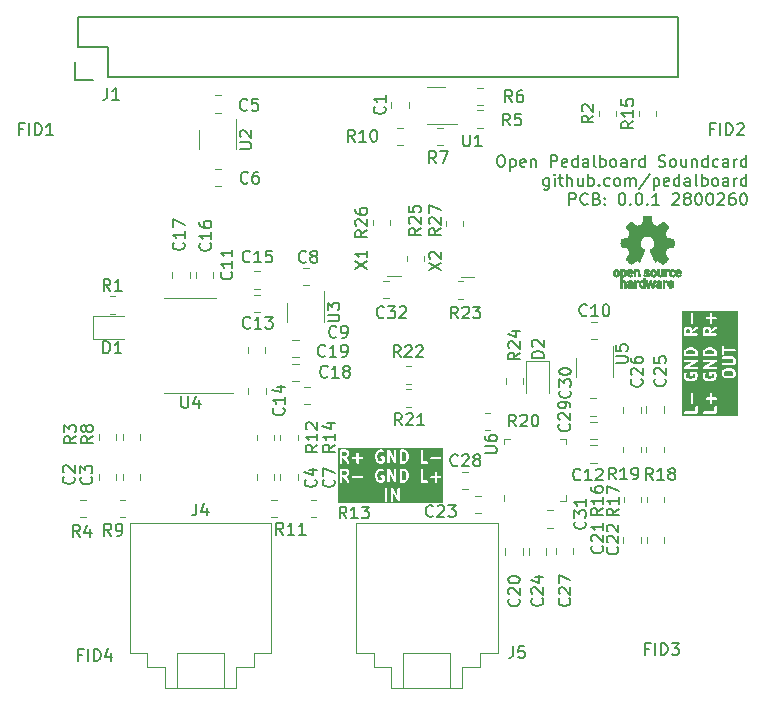
<source format=gbr>
%TF.GenerationSoftware,KiCad,Pcbnew,7.0.9-7.0.9~ubuntu23.04.1*%
%TF.CreationDate,2024-01-07T17:38:14+00:00*%
%TF.ProjectId,pedalboard-soundcard,70656461-6c62-46f6-9172-642d736f756e,0.0.1*%
%TF.SameCoordinates,Original*%
%TF.FileFunction,Legend,Top*%
%TF.FilePolarity,Positive*%
%FSLAX46Y46*%
G04 Gerber Fmt 4.6, Leading zero omitted, Abs format (unit mm)*
G04 Created by KiCad (PCBNEW 7.0.9-7.0.9~ubuntu23.04.1) date 2024-01-07 17:38:14*
%MOMM*%
%LPD*%
G01*
G04 APERTURE LIST*
%ADD10C,0.200000*%
%ADD11C,0.150000*%
%ADD12C,0.120000*%
%ADD13C,0.010000*%
G04 APERTURE END LIST*
D10*
G36*
X83244224Y-91912240D02*
G01*
X83311297Y-91979313D01*
X83346749Y-92050218D01*
X83388720Y-92218099D01*
X83388720Y-92336337D01*
X83346749Y-92504218D01*
X83311296Y-92575124D01*
X83244225Y-92642197D01*
X83139160Y-92677219D01*
X83017292Y-92677219D01*
X83017292Y-91877219D01*
X83139160Y-91877219D01*
X83244224Y-91912240D01*
G37*
G36*
X78286627Y-91907024D02*
G01*
X78311296Y-91931692D01*
X78341101Y-91991302D01*
X78341101Y-92086945D01*
X78311296Y-92146554D01*
X78286627Y-92171222D01*
X78227018Y-92201028D01*
X77969673Y-92201028D01*
X77969673Y-91877219D01*
X78227018Y-91877219D01*
X78286627Y-91907024D01*
G37*
G36*
X83244224Y-90302240D02*
G01*
X83311297Y-90369313D01*
X83346749Y-90440218D01*
X83388720Y-90608099D01*
X83388720Y-90726337D01*
X83346749Y-90894218D01*
X83311296Y-90965124D01*
X83244225Y-91032197D01*
X83139160Y-91067219D01*
X83017292Y-91067219D01*
X83017292Y-90267219D01*
X83139160Y-90267219D01*
X83244224Y-90302240D01*
G37*
G36*
X78286627Y-90297024D02*
G01*
X78311296Y-90321692D01*
X78341101Y-90381302D01*
X78341101Y-90476945D01*
X78311296Y-90536554D01*
X78286627Y-90561222D01*
X78227018Y-90591028D01*
X77969673Y-90591028D01*
X77969673Y-90267219D01*
X78227018Y-90267219D01*
X78286627Y-90297024D01*
G37*
G36*
X86488589Y-94627983D02*
G01*
X77626816Y-94627983D01*
X77626816Y-94387219D01*
X81579198Y-94387219D01*
X81598296Y-94445998D01*
X81648296Y-94482325D01*
X81710100Y-94482325D01*
X81760100Y-94445998D01*
X81779198Y-94387219D01*
X82055388Y-94387219D01*
X82074486Y-94445998D01*
X82124486Y-94482325D01*
X82186290Y-94482325D01*
X82236290Y-94445998D01*
X82255388Y-94387219D01*
X82255388Y-93763775D01*
X82639992Y-94436833D01*
X82644169Y-94440628D01*
X82645914Y-94445998D01*
X82666712Y-94461109D01*
X82685736Y-94478392D01*
X82691347Y-94479007D01*
X82695914Y-94482325D01*
X82721617Y-94482325D01*
X82747171Y-94485126D01*
X82752073Y-94482325D01*
X82757718Y-94482325D01*
X82778513Y-94467216D01*
X82800832Y-94454463D01*
X82803151Y-94449316D01*
X82807718Y-94445998D01*
X82815660Y-94421552D01*
X82826221Y-94398115D01*
X82825071Y-94392587D01*
X82826816Y-94387219D01*
X82826816Y-93387219D01*
X82807718Y-93328440D01*
X82757718Y-93292113D01*
X82695914Y-93292113D01*
X82645914Y-93328440D01*
X82626816Y-93387219D01*
X82626816Y-94010662D01*
X82242212Y-93337605D01*
X82238034Y-93333809D01*
X82236290Y-93328440D01*
X82215491Y-93313328D01*
X82196468Y-93296046D01*
X82190856Y-93295430D01*
X82186290Y-93292113D01*
X82160587Y-93292113D01*
X82135033Y-93289312D01*
X82130131Y-93292113D01*
X82124486Y-93292113D01*
X82103686Y-93307224D01*
X82081372Y-93319976D01*
X82079053Y-93325121D01*
X82074486Y-93328440D01*
X82066542Y-93352886D01*
X82055983Y-93376323D01*
X82057132Y-93381850D01*
X82055388Y-93387219D01*
X82055388Y-94387219D01*
X81779198Y-94387219D01*
X81779198Y-93387219D01*
X81760100Y-93328440D01*
X81710100Y-93292113D01*
X81648296Y-93292113D01*
X81598296Y-93328440D01*
X81579198Y-93387219D01*
X81579198Y-94387219D01*
X77626816Y-94387219D01*
X77626816Y-92777219D01*
X77769673Y-92777219D01*
X77788771Y-92835998D01*
X77838771Y-92872325D01*
X77900575Y-92872325D01*
X77950575Y-92835998D01*
X77969673Y-92777219D01*
X77969673Y-92401028D01*
X78055703Y-92401028D01*
X78359178Y-92834565D01*
X78408531Y-92871767D01*
X78470325Y-92872854D01*
X78520957Y-92837412D01*
X78541086Y-92778979D01*
X78523024Y-92719873D01*
X78318130Y-92427168D01*
X78774567Y-92427168D01*
X78810894Y-92477168D01*
X78869673Y-92496266D01*
X79631578Y-92496266D01*
X79690357Y-92477168D01*
X79726684Y-92427168D01*
X79726684Y-92365364D01*
X79714538Y-92348647D01*
X80722054Y-92348647D01*
X80725900Y-92360484D01*
X80725040Y-92372901D01*
X80772659Y-92563376D01*
X80778569Y-92572822D01*
X80780230Y-92583844D01*
X80827849Y-92679082D01*
X80839223Y-92690630D01*
X80846581Y-92705071D01*
X80941819Y-92800311D01*
X80962363Y-92810779D01*
X80980907Y-92824468D01*
X81123764Y-92872087D01*
X81139971Y-92872210D01*
X81155387Y-92877219D01*
X81250625Y-92877219D01*
X81266040Y-92872210D01*
X81282248Y-92872087D01*
X81425104Y-92824468D01*
X81443651Y-92810776D01*
X81464193Y-92800310D01*
X81487284Y-92777219D01*
X81769673Y-92777219D01*
X81788771Y-92835998D01*
X81838771Y-92872325D01*
X81900575Y-92872325D01*
X81950575Y-92835998D01*
X81969673Y-92777219D01*
X81969673Y-92153775D01*
X82354277Y-92826833D01*
X82358454Y-92830628D01*
X82360199Y-92835998D01*
X82380997Y-92851109D01*
X82400021Y-92868392D01*
X82405632Y-92869007D01*
X82410199Y-92872325D01*
X82435902Y-92872325D01*
X82461456Y-92875126D01*
X82466358Y-92872325D01*
X82472003Y-92872325D01*
X82492798Y-92857216D01*
X82515117Y-92844463D01*
X82517436Y-92839316D01*
X82522003Y-92835998D01*
X82529945Y-92811552D01*
X82540506Y-92788115D01*
X82539356Y-92782587D01*
X82541101Y-92777219D01*
X82817292Y-92777219D01*
X82822186Y-92792281D01*
X82822186Y-92808121D01*
X82831495Y-92820934D01*
X82836390Y-92835998D01*
X82849203Y-92845307D01*
X82858513Y-92858121D01*
X82873576Y-92863015D01*
X82886390Y-92872325D01*
X82902229Y-92872325D01*
X82917292Y-92877219D01*
X83155387Y-92877219D01*
X83170802Y-92872210D01*
X83187010Y-92872087D01*
X83329866Y-92824468D01*
X83348413Y-92810776D01*
X83368955Y-92800310D01*
X83392046Y-92777219D01*
X84579197Y-92777219D01*
X84584091Y-92792281D01*
X84584091Y-92808121D01*
X84593400Y-92820934D01*
X84598295Y-92835998D01*
X84611108Y-92845307D01*
X84620418Y-92858121D01*
X84635481Y-92863015D01*
X84648295Y-92872325D01*
X84664134Y-92872325D01*
X84679197Y-92877219D01*
X85155387Y-92877219D01*
X85214166Y-92858121D01*
X85250493Y-92808121D01*
X85250493Y-92746317D01*
X85214166Y-92696317D01*
X85155387Y-92677219D01*
X84779197Y-92677219D01*
X84779197Y-92427168D01*
X85393615Y-92427168D01*
X85429942Y-92477168D01*
X85488721Y-92496266D01*
X85769673Y-92496266D01*
X85769673Y-92777219D01*
X85788771Y-92835998D01*
X85838771Y-92872325D01*
X85900575Y-92872325D01*
X85950575Y-92835998D01*
X85969673Y-92777219D01*
X85969673Y-92496266D01*
X86250626Y-92496266D01*
X86309405Y-92477168D01*
X86345732Y-92427168D01*
X86345732Y-92365364D01*
X86309405Y-92315364D01*
X86250626Y-92296266D01*
X85969673Y-92296266D01*
X85969673Y-92015314D01*
X85950575Y-91956535D01*
X85900575Y-91920208D01*
X85838771Y-91920208D01*
X85788771Y-91956535D01*
X85769673Y-92015314D01*
X85769673Y-92296266D01*
X85488721Y-92296266D01*
X85429942Y-92315364D01*
X85393615Y-92365364D01*
X85393615Y-92427168D01*
X84779197Y-92427168D01*
X84779197Y-91777219D01*
X84760099Y-91718440D01*
X84710099Y-91682113D01*
X84648295Y-91682113D01*
X84598295Y-91718440D01*
X84579197Y-91777219D01*
X84579197Y-92777219D01*
X83392046Y-92777219D01*
X83464193Y-92705071D01*
X83471551Y-92690629D01*
X83482925Y-92679082D01*
X83530544Y-92583845D01*
X83532204Y-92572823D01*
X83538115Y-92563377D01*
X83585734Y-92372901D01*
X83584873Y-92360484D01*
X83588720Y-92348647D01*
X83588720Y-92205790D01*
X83584873Y-92193952D01*
X83585734Y-92181536D01*
X83538115Y-91991060D01*
X83532204Y-91981613D01*
X83530544Y-91970592D01*
X83482925Y-91875355D01*
X83471551Y-91863807D01*
X83464193Y-91849365D01*
X83368955Y-91754127D01*
X83348411Y-91743659D01*
X83329866Y-91729970D01*
X83187010Y-91682351D01*
X83170802Y-91682227D01*
X83155387Y-91677219D01*
X82917292Y-91677219D01*
X82902229Y-91682113D01*
X82886390Y-91682113D01*
X82873576Y-91691422D01*
X82858513Y-91696317D01*
X82849203Y-91709130D01*
X82836390Y-91718440D01*
X82831495Y-91733503D01*
X82822186Y-91746317D01*
X82822186Y-91762156D01*
X82817292Y-91777219D01*
X82817292Y-92777219D01*
X82541101Y-92777219D01*
X82541101Y-91777219D01*
X82522003Y-91718440D01*
X82472003Y-91682113D01*
X82410199Y-91682113D01*
X82360199Y-91718440D01*
X82341101Y-91777219D01*
X82341101Y-92400662D01*
X81956497Y-91727605D01*
X81952319Y-91723809D01*
X81950575Y-91718440D01*
X81929776Y-91703328D01*
X81910753Y-91686046D01*
X81905141Y-91685430D01*
X81900575Y-91682113D01*
X81874872Y-91682113D01*
X81849318Y-91679312D01*
X81844416Y-91682113D01*
X81838771Y-91682113D01*
X81817971Y-91697224D01*
X81795657Y-91709976D01*
X81793338Y-91715121D01*
X81788771Y-91718440D01*
X81780827Y-91742886D01*
X81770268Y-91766323D01*
X81771417Y-91771850D01*
X81769673Y-91777219D01*
X81769673Y-92777219D01*
X81487284Y-92777219D01*
X81511812Y-92752690D01*
X81515474Y-92745502D01*
X81522003Y-92740759D01*
X81529240Y-92718484D01*
X81539870Y-92697622D01*
X81538607Y-92689653D01*
X81541101Y-92681980D01*
X81541101Y-92348647D01*
X81536207Y-92333584D01*
X81536207Y-92317745D01*
X81526897Y-92304931D01*
X81522003Y-92289868D01*
X81509189Y-92280558D01*
X81499880Y-92267745D01*
X81484816Y-92262850D01*
X81472003Y-92253541D01*
X81456164Y-92253541D01*
X81441101Y-92248647D01*
X81250625Y-92248647D01*
X81191846Y-92267745D01*
X81155519Y-92317745D01*
X81155519Y-92379549D01*
X81191846Y-92429549D01*
X81250625Y-92448647D01*
X81341101Y-92448647D01*
X81341101Y-92640559D01*
X81339462Y-92642197D01*
X81234398Y-92677219D01*
X81171613Y-92677219D01*
X81066548Y-92642197D01*
X80999478Y-92575127D01*
X80964024Y-92504218D01*
X80922054Y-92336337D01*
X80922054Y-92218100D01*
X80964024Y-92050218D01*
X80999477Y-91979312D01*
X81066549Y-91912240D01*
X81171613Y-91877219D01*
X81274637Y-91877219D01*
X81348760Y-91914281D01*
X81409875Y-91923486D01*
X81464727Y-91895010D01*
X81492367Y-91839731D01*
X81482236Y-91778764D01*
X81438203Y-91735395D01*
X81342965Y-91687776D01*
X81320167Y-91684342D01*
X81298244Y-91677219D01*
X81155387Y-91677219D01*
X81139971Y-91682227D01*
X81123764Y-91682351D01*
X80980907Y-91729970D01*
X80962360Y-91743660D01*
X80941819Y-91754127D01*
X80846581Y-91849365D01*
X80839222Y-91863807D01*
X80827849Y-91875355D01*
X80780230Y-91970593D01*
X80778569Y-91981614D01*
X80772659Y-91991061D01*
X80725040Y-92181536D01*
X80725900Y-92193952D01*
X80722054Y-92205790D01*
X80722054Y-92348647D01*
X79714538Y-92348647D01*
X79690357Y-92315364D01*
X79631578Y-92296266D01*
X78869673Y-92296266D01*
X78810894Y-92315364D01*
X78774567Y-92365364D01*
X78774567Y-92427168D01*
X78318130Y-92427168D01*
X78292719Y-92390866D01*
X78295346Y-92390471D01*
X78390584Y-92342852D01*
X78402131Y-92331478D01*
X78416574Y-92324120D01*
X78464192Y-92276501D01*
X78471550Y-92262059D01*
X78482925Y-92250511D01*
X78530544Y-92155274D01*
X78533977Y-92132475D01*
X78541101Y-92110552D01*
X78541101Y-91967695D01*
X78533977Y-91945771D01*
X78530544Y-91922973D01*
X78482925Y-91827736D01*
X78471550Y-91816187D01*
X78464192Y-91801746D01*
X78416574Y-91754127D01*
X78402131Y-91746768D01*
X78390584Y-91735395D01*
X78295346Y-91687776D01*
X78272548Y-91684342D01*
X78250625Y-91677219D01*
X77869673Y-91677219D01*
X77854610Y-91682113D01*
X77838771Y-91682113D01*
X77825957Y-91691422D01*
X77810894Y-91696317D01*
X77801584Y-91709130D01*
X77788771Y-91718440D01*
X77783876Y-91733503D01*
X77774567Y-91746317D01*
X77774567Y-91762156D01*
X77769673Y-91777219D01*
X77769673Y-92777219D01*
X77626816Y-92777219D01*
X77626816Y-91167219D01*
X77769673Y-91167219D01*
X77788771Y-91225998D01*
X77838771Y-91262325D01*
X77900575Y-91262325D01*
X77950575Y-91225998D01*
X77969673Y-91167219D01*
X77969673Y-90791028D01*
X78055703Y-90791028D01*
X78359178Y-91224565D01*
X78408531Y-91261767D01*
X78470325Y-91262854D01*
X78520957Y-91227412D01*
X78541086Y-91168979D01*
X78523024Y-91109873D01*
X78318130Y-90817168D01*
X78774567Y-90817168D01*
X78810894Y-90867168D01*
X78869673Y-90886266D01*
X79150625Y-90886266D01*
X79150625Y-91167219D01*
X79169723Y-91225998D01*
X79219723Y-91262325D01*
X79281527Y-91262325D01*
X79331527Y-91225998D01*
X79350625Y-91167219D01*
X79350625Y-90886266D01*
X79631578Y-90886266D01*
X79690357Y-90867168D01*
X79726684Y-90817168D01*
X79726684Y-90755364D01*
X79714538Y-90738647D01*
X80722054Y-90738647D01*
X80725900Y-90750484D01*
X80725040Y-90762901D01*
X80772659Y-90953376D01*
X80778569Y-90962822D01*
X80780230Y-90973844D01*
X80827849Y-91069082D01*
X80839223Y-91080630D01*
X80846581Y-91095071D01*
X80941819Y-91190311D01*
X80962363Y-91200779D01*
X80980907Y-91214468D01*
X81123764Y-91262087D01*
X81139971Y-91262210D01*
X81155387Y-91267219D01*
X81250625Y-91267219D01*
X81266040Y-91262210D01*
X81282248Y-91262087D01*
X81425104Y-91214468D01*
X81443651Y-91200776D01*
X81464193Y-91190310D01*
X81487284Y-91167219D01*
X81769673Y-91167219D01*
X81788771Y-91225998D01*
X81838771Y-91262325D01*
X81900575Y-91262325D01*
X81950575Y-91225998D01*
X81969673Y-91167219D01*
X81969673Y-90543775D01*
X82354277Y-91216833D01*
X82358454Y-91220628D01*
X82360199Y-91225998D01*
X82380997Y-91241109D01*
X82400021Y-91258392D01*
X82405632Y-91259007D01*
X82410199Y-91262325D01*
X82435902Y-91262325D01*
X82461456Y-91265126D01*
X82466358Y-91262325D01*
X82472003Y-91262325D01*
X82492798Y-91247216D01*
X82515117Y-91234463D01*
X82517436Y-91229316D01*
X82522003Y-91225998D01*
X82529945Y-91201552D01*
X82540506Y-91178115D01*
X82539356Y-91172587D01*
X82541101Y-91167219D01*
X82817292Y-91167219D01*
X82822186Y-91182281D01*
X82822186Y-91198121D01*
X82831495Y-91210934D01*
X82836390Y-91225998D01*
X82849203Y-91235307D01*
X82858513Y-91248121D01*
X82873576Y-91253015D01*
X82886390Y-91262325D01*
X82902229Y-91262325D01*
X82917292Y-91267219D01*
X83155387Y-91267219D01*
X83170802Y-91262210D01*
X83187010Y-91262087D01*
X83329866Y-91214468D01*
X83348413Y-91200776D01*
X83368955Y-91190310D01*
X83392046Y-91167219D01*
X84579197Y-91167219D01*
X84584091Y-91182281D01*
X84584091Y-91198121D01*
X84593400Y-91210934D01*
X84598295Y-91225998D01*
X84611108Y-91235307D01*
X84620418Y-91248121D01*
X84635481Y-91253015D01*
X84648295Y-91262325D01*
X84664134Y-91262325D01*
X84679197Y-91267219D01*
X85155387Y-91267219D01*
X85214166Y-91248121D01*
X85250493Y-91198121D01*
X85250493Y-91136317D01*
X85214166Y-91086317D01*
X85155387Y-91067219D01*
X84779197Y-91067219D01*
X84779197Y-90817168D01*
X85393615Y-90817168D01*
X85429942Y-90867168D01*
X85488721Y-90886266D01*
X86250626Y-90886266D01*
X86309405Y-90867168D01*
X86345732Y-90817168D01*
X86345732Y-90755364D01*
X86309405Y-90705364D01*
X86250626Y-90686266D01*
X85488721Y-90686266D01*
X85429942Y-90705364D01*
X85393615Y-90755364D01*
X85393615Y-90817168D01*
X84779197Y-90817168D01*
X84779197Y-90167219D01*
X84760099Y-90108440D01*
X84710099Y-90072113D01*
X84648295Y-90072113D01*
X84598295Y-90108440D01*
X84579197Y-90167219D01*
X84579197Y-91167219D01*
X83392046Y-91167219D01*
X83464193Y-91095071D01*
X83471551Y-91080629D01*
X83482925Y-91069082D01*
X83530544Y-90973845D01*
X83532204Y-90962823D01*
X83538115Y-90953377D01*
X83585734Y-90762901D01*
X83584873Y-90750484D01*
X83588720Y-90738647D01*
X83588720Y-90595790D01*
X83584873Y-90583952D01*
X83585734Y-90571536D01*
X83538115Y-90381060D01*
X83532204Y-90371613D01*
X83530544Y-90360592D01*
X83482925Y-90265355D01*
X83471551Y-90253807D01*
X83464193Y-90239365D01*
X83368955Y-90144127D01*
X83348411Y-90133659D01*
X83329866Y-90119970D01*
X83187010Y-90072351D01*
X83170802Y-90072227D01*
X83155387Y-90067219D01*
X82917292Y-90067219D01*
X82902229Y-90072113D01*
X82886390Y-90072113D01*
X82873576Y-90081422D01*
X82858513Y-90086317D01*
X82849203Y-90099130D01*
X82836390Y-90108440D01*
X82831495Y-90123503D01*
X82822186Y-90136317D01*
X82822186Y-90152156D01*
X82817292Y-90167219D01*
X82817292Y-91167219D01*
X82541101Y-91167219D01*
X82541101Y-90167219D01*
X82522003Y-90108440D01*
X82472003Y-90072113D01*
X82410199Y-90072113D01*
X82360199Y-90108440D01*
X82341101Y-90167219D01*
X82341101Y-90790662D01*
X81956497Y-90117605D01*
X81952319Y-90113809D01*
X81950575Y-90108440D01*
X81929776Y-90093328D01*
X81910753Y-90076046D01*
X81905141Y-90075430D01*
X81900575Y-90072113D01*
X81874872Y-90072113D01*
X81849318Y-90069312D01*
X81844416Y-90072113D01*
X81838771Y-90072113D01*
X81817971Y-90087224D01*
X81795657Y-90099976D01*
X81793338Y-90105121D01*
X81788771Y-90108440D01*
X81780827Y-90132886D01*
X81770268Y-90156323D01*
X81771417Y-90161850D01*
X81769673Y-90167219D01*
X81769673Y-91167219D01*
X81487284Y-91167219D01*
X81511812Y-91142690D01*
X81515474Y-91135502D01*
X81522003Y-91130759D01*
X81529240Y-91108484D01*
X81539870Y-91087622D01*
X81538607Y-91079653D01*
X81541101Y-91071980D01*
X81541101Y-90738647D01*
X81536207Y-90723584D01*
X81536207Y-90707745D01*
X81526897Y-90694931D01*
X81522003Y-90679868D01*
X81509189Y-90670558D01*
X81499880Y-90657745D01*
X81484816Y-90652850D01*
X81472003Y-90643541D01*
X81456164Y-90643541D01*
X81441101Y-90638647D01*
X81250625Y-90638647D01*
X81191846Y-90657745D01*
X81155519Y-90707745D01*
X81155519Y-90769549D01*
X81191846Y-90819549D01*
X81250625Y-90838647D01*
X81341101Y-90838647D01*
X81341101Y-91030559D01*
X81339462Y-91032197D01*
X81234398Y-91067219D01*
X81171613Y-91067219D01*
X81066548Y-91032197D01*
X80999478Y-90965127D01*
X80964024Y-90894218D01*
X80922054Y-90726337D01*
X80922054Y-90608100D01*
X80964024Y-90440218D01*
X80999477Y-90369312D01*
X81066549Y-90302240D01*
X81171613Y-90267219D01*
X81274637Y-90267219D01*
X81348760Y-90304281D01*
X81409875Y-90313486D01*
X81464727Y-90285010D01*
X81492367Y-90229731D01*
X81482236Y-90168764D01*
X81438203Y-90125395D01*
X81342965Y-90077776D01*
X81320167Y-90074342D01*
X81298244Y-90067219D01*
X81155387Y-90067219D01*
X81139971Y-90072227D01*
X81123764Y-90072351D01*
X80980907Y-90119970D01*
X80962360Y-90133660D01*
X80941819Y-90144127D01*
X80846581Y-90239365D01*
X80839222Y-90253807D01*
X80827849Y-90265355D01*
X80780230Y-90360593D01*
X80778569Y-90371614D01*
X80772659Y-90381061D01*
X80725040Y-90571536D01*
X80725900Y-90583952D01*
X80722054Y-90595790D01*
X80722054Y-90738647D01*
X79714538Y-90738647D01*
X79690357Y-90705364D01*
X79631578Y-90686266D01*
X79350625Y-90686266D01*
X79350625Y-90405314D01*
X79331527Y-90346535D01*
X79281527Y-90310208D01*
X79219723Y-90310208D01*
X79169723Y-90346535D01*
X79150625Y-90405314D01*
X79150625Y-90686266D01*
X78869673Y-90686266D01*
X78810894Y-90705364D01*
X78774567Y-90755364D01*
X78774567Y-90817168D01*
X78318130Y-90817168D01*
X78292719Y-90780866D01*
X78295346Y-90780471D01*
X78390584Y-90732852D01*
X78402131Y-90721478D01*
X78416574Y-90714120D01*
X78464192Y-90666501D01*
X78471550Y-90652059D01*
X78482925Y-90640511D01*
X78530544Y-90545274D01*
X78533977Y-90522475D01*
X78541101Y-90500552D01*
X78541101Y-90357695D01*
X78533977Y-90335771D01*
X78530544Y-90312973D01*
X78482925Y-90217736D01*
X78471550Y-90206187D01*
X78464192Y-90191746D01*
X78416574Y-90144127D01*
X78402131Y-90136768D01*
X78390584Y-90125395D01*
X78295346Y-90077776D01*
X78272548Y-90074342D01*
X78250625Y-90067219D01*
X77869673Y-90067219D01*
X77854610Y-90072113D01*
X77838771Y-90072113D01*
X77825957Y-90081422D01*
X77810894Y-90086317D01*
X77801584Y-90099130D01*
X77788771Y-90108440D01*
X77783876Y-90123503D01*
X77774567Y-90136317D01*
X77774567Y-90152156D01*
X77769673Y-90167219D01*
X77769673Y-91167219D01*
X77626816Y-91167219D01*
X77626816Y-89924362D01*
X86488589Y-89924362D01*
X86488589Y-94627983D01*
G37*
D11*
X91306074Y-65149819D02*
X91496550Y-65149819D01*
X91496550Y-65149819D02*
X91591788Y-65197438D01*
X91591788Y-65197438D02*
X91687026Y-65292676D01*
X91687026Y-65292676D02*
X91734645Y-65483152D01*
X91734645Y-65483152D02*
X91734645Y-65816485D01*
X91734645Y-65816485D02*
X91687026Y-66006961D01*
X91687026Y-66006961D02*
X91591788Y-66102200D01*
X91591788Y-66102200D02*
X91496550Y-66149819D01*
X91496550Y-66149819D02*
X91306074Y-66149819D01*
X91306074Y-66149819D02*
X91210836Y-66102200D01*
X91210836Y-66102200D02*
X91115598Y-66006961D01*
X91115598Y-66006961D02*
X91067979Y-65816485D01*
X91067979Y-65816485D02*
X91067979Y-65483152D01*
X91067979Y-65483152D02*
X91115598Y-65292676D01*
X91115598Y-65292676D02*
X91210836Y-65197438D01*
X91210836Y-65197438D02*
X91306074Y-65149819D01*
X92163217Y-65483152D02*
X92163217Y-66483152D01*
X92163217Y-65530771D02*
X92258455Y-65483152D01*
X92258455Y-65483152D02*
X92448931Y-65483152D01*
X92448931Y-65483152D02*
X92544169Y-65530771D01*
X92544169Y-65530771D02*
X92591788Y-65578390D01*
X92591788Y-65578390D02*
X92639407Y-65673628D01*
X92639407Y-65673628D02*
X92639407Y-65959342D01*
X92639407Y-65959342D02*
X92591788Y-66054580D01*
X92591788Y-66054580D02*
X92544169Y-66102200D01*
X92544169Y-66102200D02*
X92448931Y-66149819D01*
X92448931Y-66149819D02*
X92258455Y-66149819D01*
X92258455Y-66149819D02*
X92163217Y-66102200D01*
X93448931Y-66102200D02*
X93353693Y-66149819D01*
X93353693Y-66149819D02*
X93163217Y-66149819D01*
X93163217Y-66149819D02*
X93067979Y-66102200D01*
X93067979Y-66102200D02*
X93020360Y-66006961D01*
X93020360Y-66006961D02*
X93020360Y-65626009D01*
X93020360Y-65626009D02*
X93067979Y-65530771D01*
X93067979Y-65530771D02*
X93163217Y-65483152D01*
X93163217Y-65483152D02*
X93353693Y-65483152D01*
X93353693Y-65483152D02*
X93448931Y-65530771D01*
X93448931Y-65530771D02*
X93496550Y-65626009D01*
X93496550Y-65626009D02*
X93496550Y-65721247D01*
X93496550Y-65721247D02*
X93020360Y-65816485D01*
X93925122Y-65483152D02*
X93925122Y-66149819D01*
X93925122Y-65578390D02*
X93972741Y-65530771D01*
X93972741Y-65530771D02*
X94067979Y-65483152D01*
X94067979Y-65483152D02*
X94210836Y-65483152D01*
X94210836Y-65483152D02*
X94306074Y-65530771D01*
X94306074Y-65530771D02*
X94353693Y-65626009D01*
X94353693Y-65626009D02*
X94353693Y-66149819D01*
X95591789Y-66149819D02*
X95591789Y-65149819D01*
X95591789Y-65149819D02*
X95972741Y-65149819D01*
X95972741Y-65149819D02*
X96067979Y-65197438D01*
X96067979Y-65197438D02*
X96115598Y-65245057D01*
X96115598Y-65245057D02*
X96163217Y-65340295D01*
X96163217Y-65340295D02*
X96163217Y-65483152D01*
X96163217Y-65483152D02*
X96115598Y-65578390D01*
X96115598Y-65578390D02*
X96067979Y-65626009D01*
X96067979Y-65626009D02*
X95972741Y-65673628D01*
X95972741Y-65673628D02*
X95591789Y-65673628D01*
X96972741Y-66102200D02*
X96877503Y-66149819D01*
X96877503Y-66149819D02*
X96687027Y-66149819D01*
X96687027Y-66149819D02*
X96591789Y-66102200D01*
X96591789Y-66102200D02*
X96544170Y-66006961D01*
X96544170Y-66006961D02*
X96544170Y-65626009D01*
X96544170Y-65626009D02*
X96591789Y-65530771D01*
X96591789Y-65530771D02*
X96687027Y-65483152D01*
X96687027Y-65483152D02*
X96877503Y-65483152D01*
X96877503Y-65483152D02*
X96972741Y-65530771D01*
X96972741Y-65530771D02*
X97020360Y-65626009D01*
X97020360Y-65626009D02*
X97020360Y-65721247D01*
X97020360Y-65721247D02*
X96544170Y-65816485D01*
X97877503Y-66149819D02*
X97877503Y-65149819D01*
X97877503Y-66102200D02*
X97782265Y-66149819D01*
X97782265Y-66149819D02*
X97591789Y-66149819D01*
X97591789Y-66149819D02*
X97496551Y-66102200D01*
X97496551Y-66102200D02*
X97448932Y-66054580D01*
X97448932Y-66054580D02*
X97401313Y-65959342D01*
X97401313Y-65959342D02*
X97401313Y-65673628D01*
X97401313Y-65673628D02*
X97448932Y-65578390D01*
X97448932Y-65578390D02*
X97496551Y-65530771D01*
X97496551Y-65530771D02*
X97591789Y-65483152D01*
X97591789Y-65483152D02*
X97782265Y-65483152D01*
X97782265Y-65483152D02*
X97877503Y-65530771D01*
X98782265Y-66149819D02*
X98782265Y-65626009D01*
X98782265Y-65626009D02*
X98734646Y-65530771D01*
X98734646Y-65530771D02*
X98639408Y-65483152D01*
X98639408Y-65483152D02*
X98448932Y-65483152D01*
X98448932Y-65483152D02*
X98353694Y-65530771D01*
X98782265Y-66102200D02*
X98687027Y-66149819D01*
X98687027Y-66149819D02*
X98448932Y-66149819D01*
X98448932Y-66149819D02*
X98353694Y-66102200D01*
X98353694Y-66102200D02*
X98306075Y-66006961D01*
X98306075Y-66006961D02*
X98306075Y-65911723D01*
X98306075Y-65911723D02*
X98353694Y-65816485D01*
X98353694Y-65816485D02*
X98448932Y-65768866D01*
X98448932Y-65768866D02*
X98687027Y-65768866D01*
X98687027Y-65768866D02*
X98782265Y-65721247D01*
X99401313Y-66149819D02*
X99306075Y-66102200D01*
X99306075Y-66102200D02*
X99258456Y-66006961D01*
X99258456Y-66006961D02*
X99258456Y-65149819D01*
X99782266Y-66149819D02*
X99782266Y-65149819D01*
X99782266Y-65530771D02*
X99877504Y-65483152D01*
X99877504Y-65483152D02*
X100067980Y-65483152D01*
X100067980Y-65483152D02*
X100163218Y-65530771D01*
X100163218Y-65530771D02*
X100210837Y-65578390D01*
X100210837Y-65578390D02*
X100258456Y-65673628D01*
X100258456Y-65673628D02*
X100258456Y-65959342D01*
X100258456Y-65959342D02*
X100210837Y-66054580D01*
X100210837Y-66054580D02*
X100163218Y-66102200D01*
X100163218Y-66102200D02*
X100067980Y-66149819D01*
X100067980Y-66149819D02*
X99877504Y-66149819D01*
X99877504Y-66149819D02*
X99782266Y-66102200D01*
X100829885Y-66149819D02*
X100734647Y-66102200D01*
X100734647Y-66102200D02*
X100687028Y-66054580D01*
X100687028Y-66054580D02*
X100639409Y-65959342D01*
X100639409Y-65959342D02*
X100639409Y-65673628D01*
X100639409Y-65673628D02*
X100687028Y-65578390D01*
X100687028Y-65578390D02*
X100734647Y-65530771D01*
X100734647Y-65530771D02*
X100829885Y-65483152D01*
X100829885Y-65483152D02*
X100972742Y-65483152D01*
X100972742Y-65483152D02*
X101067980Y-65530771D01*
X101067980Y-65530771D02*
X101115599Y-65578390D01*
X101115599Y-65578390D02*
X101163218Y-65673628D01*
X101163218Y-65673628D02*
X101163218Y-65959342D01*
X101163218Y-65959342D02*
X101115599Y-66054580D01*
X101115599Y-66054580D02*
X101067980Y-66102200D01*
X101067980Y-66102200D02*
X100972742Y-66149819D01*
X100972742Y-66149819D02*
X100829885Y-66149819D01*
X102020361Y-66149819D02*
X102020361Y-65626009D01*
X102020361Y-65626009D02*
X101972742Y-65530771D01*
X101972742Y-65530771D02*
X101877504Y-65483152D01*
X101877504Y-65483152D02*
X101687028Y-65483152D01*
X101687028Y-65483152D02*
X101591790Y-65530771D01*
X102020361Y-66102200D02*
X101925123Y-66149819D01*
X101925123Y-66149819D02*
X101687028Y-66149819D01*
X101687028Y-66149819D02*
X101591790Y-66102200D01*
X101591790Y-66102200D02*
X101544171Y-66006961D01*
X101544171Y-66006961D02*
X101544171Y-65911723D01*
X101544171Y-65911723D02*
X101591790Y-65816485D01*
X101591790Y-65816485D02*
X101687028Y-65768866D01*
X101687028Y-65768866D02*
X101925123Y-65768866D01*
X101925123Y-65768866D02*
X102020361Y-65721247D01*
X102496552Y-66149819D02*
X102496552Y-65483152D01*
X102496552Y-65673628D02*
X102544171Y-65578390D01*
X102544171Y-65578390D02*
X102591790Y-65530771D01*
X102591790Y-65530771D02*
X102687028Y-65483152D01*
X102687028Y-65483152D02*
X102782266Y-65483152D01*
X103544171Y-66149819D02*
X103544171Y-65149819D01*
X103544171Y-66102200D02*
X103448933Y-66149819D01*
X103448933Y-66149819D02*
X103258457Y-66149819D01*
X103258457Y-66149819D02*
X103163219Y-66102200D01*
X103163219Y-66102200D02*
X103115600Y-66054580D01*
X103115600Y-66054580D02*
X103067981Y-65959342D01*
X103067981Y-65959342D02*
X103067981Y-65673628D01*
X103067981Y-65673628D02*
X103115600Y-65578390D01*
X103115600Y-65578390D02*
X103163219Y-65530771D01*
X103163219Y-65530771D02*
X103258457Y-65483152D01*
X103258457Y-65483152D02*
X103448933Y-65483152D01*
X103448933Y-65483152D02*
X103544171Y-65530771D01*
X104734648Y-66102200D02*
X104877505Y-66149819D01*
X104877505Y-66149819D02*
X105115600Y-66149819D01*
X105115600Y-66149819D02*
X105210838Y-66102200D01*
X105210838Y-66102200D02*
X105258457Y-66054580D01*
X105258457Y-66054580D02*
X105306076Y-65959342D01*
X105306076Y-65959342D02*
X105306076Y-65864104D01*
X105306076Y-65864104D02*
X105258457Y-65768866D01*
X105258457Y-65768866D02*
X105210838Y-65721247D01*
X105210838Y-65721247D02*
X105115600Y-65673628D01*
X105115600Y-65673628D02*
X104925124Y-65626009D01*
X104925124Y-65626009D02*
X104829886Y-65578390D01*
X104829886Y-65578390D02*
X104782267Y-65530771D01*
X104782267Y-65530771D02*
X104734648Y-65435533D01*
X104734648Y-65435533D02*
X104734648Y-65340295D01*
X104734648Y-65340295D02*
X104782267Y-65245057D01*
X104782267Y-65245057D02*
X104829886Y-65197438D01*
X104829886Y-65197438D02*
X104925124Y-65149819D01*
X104925124Y-65149819D02*
X105163219Y-65149819D01*
X105163219Y-65149819D02*
X105306076Y-65197438D01*
X105877505Y-66149819D02*
X105782267Y-66102200D01*
X105782267Y-66102200D02*
X105734648Y-66054580D01*
X105734648Y-66054580D02*
X105687029Y-65959342D01*
X105687029Y-65959342D02*
X105687029Y-65673628D01*
X105687029Y-65673628D02*
X105734648Y-65578390D01*
X105734648Y-65578390D02*
X105782267Y-65530771D01*
X105782267Y-65530771D02*
X105877505Y-65483152D01*
X105877505Y-65483152D02*
X106020362Y-65483152D01*
X106020362Y-65483152D02*
X106115600Y-65530771D01*
X106115600Y-65530771D02*
X106163219Y-65578390D01*
X106163219Y-65578390D02*
X106210838Y-65673628D01*
X106210838Y-65673628D02*
X106210838Y-65959342D01*
X106210838Y-65959342D02*
X106163219Y-66054580D01*
X106163219Y-66054580D02*
X106115600Y-66102200D01*
X106115600Y-66102200D02*
X106020362Y-66149819D01*
X106020362Y-66149819D02*
X105877505Y-66149819D01*
X107067981Y-65483152D02*
X107067981Y-66149819D01*
X106639410Y-65483152D02*
X106639410Y-66006961D01*
X106639410Y-66006961D02*
X106687029Y-66102200D01*
X106687029Y-66102200D02*
X106782267Y-66149819D01*
X106782267Y-66149819D02*
X106925124Y-66149819D01*
X106925124Y-66149819D02*
X107020362Y-66102200D01*
X107020362Y-66102200D02*
X107067981Y-66054580D01*
X107544172Y-65483152D02*
X107544172Y-66149819D01*
X107544172Y-65578390D02*
X107591791Y-65530771D01*
X107591791Y-65530771D02*
X107687029Y-65483152D01*
X107687029Y-65483152D02*
X107829886Y-65483152D01*
X107829886Y-65483152D02*
X107925124Y-65530771D01*
X107925124Y-65530771D02*
X107972743Y-65626009D01*
X107972743Y-65626009D02*
X107972743Y-66149819D01*
X108877505Y-66149819D02*
X108877505Y-65149819D01*
X108877505Y-66102200D02*
X108782267Y-66149819D01*
X108782267Y-66149819D02*
X108591791Y-66149819D01*
X108591791Y-66149819D02*
X108496553Y-66102200D01*
X108496553Y-66102200D02*
X108448934Y-66054580D01*
X108448934Y-66054580D02*
X108401315Y-65959342D01*
X108401315Y-65959342D02*
X108401315Y-65673628D01*
X108401315Y-65673628D02*
X108448934Y-65578390D01*
X108448934Y-65578390D02*
X108496553Y-65530771D01*
X108496553Y-65530771D02*
X108591791Y-65483152D01*
X108591791Y-65483152D02*
X108782267Y-65483152D01*
X108782267Y-65483152D02*
X108877505Y-65530771D01*
X109782267Y-66102200D02*
X109687029Y-66149819D01*
X109687029Y-66149819D02*
X109496553Y-66149819D01*
X109496553Y-66149819D02*
X109401315Y-66102200D01*
X109401315Y-66102200D02*
X109353696Y-66054580D01*
X109353696Y-66054580D02*
X109306077Y-65959342D01*
X109306077Y-65959342D02*
X109306077Y-65673628D01*
X109306077Y-65673628D02*
X109353696Y-65578390D01*
X109353696Y-65578390D02*
X109401315Y-65530771D01*
X109401315Y-65530771D02*
X109496553Y-65483152D01*
X109496553Y-65483152D02*
X109687029Y-65483152D01*
X109687029Y-65483152D02*
X109782267Y-65530771D01*
X110639410Y-66149819D02*
X110639410Y-65626009D01*
X110639410Y-65626009D02*
X110591791Y-65530771D01*
X110591791Y-65530771D02*
X110496553Y-65483152D01*
X110496553Y-65483152D02*
X110306077Y-65483152D01*
X110306077Y-65483152D02*
X110210839Y-65530771D01*
X110639410Y-66102200D02*
X110544172Y-66149819D01*
X110544172Y-66149819D02*
X110306077Y-66149819D01*
X110306077Y-66149819D02*
X110210839Y-66102200D01*
X110210839Y-66102200D02*
X110163220Y-66006961D01*
X110163220Y-66006961D02*
X110163220Y-65911723D01*
X110163220Y-65911723D02*
X110210839Y-65816485D01*
X110210839Y-65816485D02*
X110306077Y-65768866D01*
X110306077Y-65768866D02*
X110544172Y-65768866D01*
X110544172Y-65768866D02*
X110639410Y-65721247D01*
X111115601Y-66149819D02*
X111115601Y-65483152D01*
X111115601Y-65673628D02*
X111163220Y-65578390D01*
X111163220Y-65578390D02*
X111210839Y-65530771D01*
X111210839Y-65530771D02*
X111306077Y-65483152D01*
X111306077Y-65483152D02*
X111401315Y-65483152D01*
X112163220Y-66149819D02*
X112163220Y-65149819D01*
X112163220Y-66102200D02*
X112067982Y-66149819D01*
X112067982Y-66149819D02*
X111877506Y-66149819D01*
X111877506Y-66149819D02*
X111782268Y-66102200D01*
X111782268Y-66102200D02*
X111734649Y-66054580D01*
X111734649Y-66054580D02*
X111687030Y-65959342D01*
X111687030Y-65959342D02*
X111687030Y-65673628D01*
X111687030Y-65673628D02*
X111734649Y-65578390D01*
X111734649Y-65578390D02*
X111782268Y-65530771D01*
X111782268Y-65530771D02*
X111877506Y-65483152D01*
X111877506Y-65483152D02*
X112067982Y-65483152D01*
X112067982Y-65483152D02*
X112163220Y-65530771D01*
X95448933Y-67093152D02*
X95448933Y-67902676D01*
X95448933Y-67902676D02*
X95401314Y-67997914D01*
X95401314Y-67997914D02*
X95353695Y-68045533D01*
X95353695Y-68045533D02*
X95258457Y-68093152D01*
X95258457Y-68093152D02*
X95115600Y-68093152D01*
X95115600Y-68093152D02*
X95020362Y-68045533D01*
X95448933Y-67712200D02*
X95353695Y-67759819D01*
X95353695Y-67759819D02*
X95163219Y-67759819D01*
X95163219Y-67759819D02*
X95067981Y-67712200D01*
X95067981Y-67712200D02*
X95020362Y-67664580D01*
X95020362Y-67664580D02*
X94972743Y-67569342D01*
X94972743Y-67569342D02*
X94972743Y-67283628D01*
X94972743Y-67283628D02*
X95020362Y-67188390D01*
X95020362Y-67188390D02*
X95067981Y-67140771D01*
X95067981Y-67140771D02*
X95163219Y-67093152D01*
X95163219Y-67093152D02*
X95353695Y-67093152D01*
X95353695Y-67093152D02*
X95448933Y-67140771D01*
X95925124Y-67759819D02*
X95925124Y-67093152D01*
X95925124Y-66759819D02*
X95877505Y-66807438D01*
X95877505Y-66807438D02*
X95925124Y-66855057D01*
X95925124Y-66855057D02*
X95972743Y-66807438D01*
X95972743Y-66807438D02*
X95925124Y-66759819D01*
X95925124Y-66759819D02*
X95925124Y-66855057D01*
X96258457Y-67093152D02*
X96639409Y-67093152D01*
X96401314Y-66759819D02*
X96401314Y-67616961D01*
X96401314Y-67616961D02*
X96448933Y-67712200D01*
X96448933Y-67712200D02*
X96544171Y-67759819D01*
X96544171Y-67759819D02*
X96639409Y-67759819D01*
X96972743Y-67759819D02*
X96972743Y-66759819D01*
X97401314Y-67759819D02*
X97401314Y-67236009D01*
X97401314Y-67236009D02*
X97353695Y-67140771D01*
X97353695Y-67140771D02*
X97258457Y-67093152D01*
X97258457Y-67093152D02*
X97115600Y-67093152D01*
X97115600Y-67093152D02*
X97020362Y-67140771D01*
X97020362Y-67140771D02*
X96972743Y-67188390D01*
X98306076Y-67093152D02*
X98306076Y-67759819D01*
X97877505Y-67093152D02*
X97877505Y-67616961D01*
X97877505Y-67616961D02*
X97925124Y-67712200D01*
X97925124Y-67712200D02*
X98020362Y-67759819D01*
X98020362Y-67759819D02*
X98163219Y-67759819D01*
X98163219Y-67759819D02*
X98258457Y-67712200D01*
X98258457Y-67712200D02*
X98306076Y-67664580D01*
X98782267Y-67759819D02*
X98782267Y-66759819D01*
X98782267Y-67140771D02*
X98877505Y-67093152D01*
X98877505Y-67093152D02*
X99067981Y-67093152D01*
X99067981Y-67093152D02*
X99163219Y-67140771D01*
X99163219Y-67140771D02*
X99210838Y-67188390D01*
X99210838Y-67188390D02*
X99258457Y-67283628D01*
X99258457Y-67283628D02*
X99258457Y-67569342D01*
X99258457Y-67569342D02*
X99210838Y-67664580D01*
X99210838Y-67664580D02*
X99163219Y-67712200D01*
X99163219Y-67712200D02*
X99067981Y-67759819D01*
X99067981Y-67759819D02*
X98877505Y-67759819D01*
X98877505Y-67759819D02*
X98782267Y-67712200D01*
X99687029Y-67664580D02*
X99734648Y-67712200D01*
X99734648Y-67712200D02*
X99687029Y-67759819D01*
X99687029Y-67759819D02*
X99639410Y-67712200D01*
X99639410Y-67712200D02*
X99687029Y-67664580D01*
X99687029Y-67664580D02*
X99687029Y-67759819D01*
X100591790Y-67712200D02*
X100496552Y-67759819D01*
X100496552Y-67759819D02*
X100306076Y-67759819D01*
X100306076Y-67759819D02*
X100210838Y-67712200D01*
X100210838Y-67712200D02*
X100163219Y-67664580D01*
X100163219Y-67664580D02*
X100115600Y-67569342D01*
X100115600Y-67569342D02*
X100115600Y-67283628D01*
X100115600Y-67283628D02*
X100163219Y-67188390D01*
X100163219Y-67188390D02*
X100210838Y-67140771D01*
X100210838Y-67140771D02*
X100306076Y-67093152D01*
X100306076Y-67093152D02*
X100496552Y-67093152D01*
X100496552Y-67093152D02*
X100591790Y-67140771D01*
X101163219Y-67759819D02*
X101067981Y-67712200D01*
X101067981Y-67712200D02*
X101020362Y-67664580D01*
X101020362Y-67664580D02*
X100972743Y-67569342D01*
X100972743Y-67569342D02*
X100972743Y-67283628D01*
X100972743Y-67283628D02*
X101020362Y-67188390D01*
X101020362Y-67188390D02*
X101067981Y-67140771D01*
X101067981Y-67140771D02*
X101163219Y-67093152D01*
X101163219Y-67093152D02*
X101306076Y-67093152D01*
X101306076Y-67093152D02*
X101401314Y-67140771D01*
X101401314Y-67140771D02*
X101448933Y-67188390D01*
X101448933Y-67188390D02*
X101496552Y-67283628D01*
X101496552Y-67283628D02*
X101496552Y-67569342D01*
X101496552Y-67569342D02*
X101448933Y-67664580D01*
X101448933Y-67664580D02*
X101401314Y-67712200D01*
X101401314Y-67712200D02*
X101306076Y-67759819D01*
X101306076Y-67759819D02*
X101163219Y-67759819D01*
X101925124Y-67759819D02*
X101925124Y-67093152D01*
X101925124Y-67188390D02*
X101972743Y-67140771D01*
X101972743Y-67140771D02*
X102067981Y-67093152D01*
X102067981Y-67093152D02*
X102210838Y-67093152D01*
X102210838Y-67093152D02*
X102306076Y-67140771D01*
X102306076Y-67140771D02*
X102353695Y-67236009D01*
X102353695Y-67236009D02*
X102353695Y-67759819D01*
X102353695Y-67236009D02*
X102401314Y-67140771D01*
X102401314Y-67140771D02*
X102496552Y-67093152D01*
X102496552Y-67093152D02*
X102639409Y-67093152D01*
X102639409Y-67093152D02*
X102734648Y-67140771D01*
X102734648Y-67140771D02*
X102782267Y-67236009D01*
X102782267Y-67236009D02*
X102782267Y-67759819D01*
X103972742Y-66712200D02*
X103115600Y-67997914D01*
X104306076Y-67093152D02*
X104306076Y-68093152D01*
X104306076Y-67140771D02*
X104401314Y-67093152D01*
X104401314Y-67093152D02*
X104591790Y-67093152D01*
X104591790Y-67093152D02*
X104687028Y-67140771D01*
X104687028Y-67140771D02*
X104734647Y-67188390D01*
X104734647Y-67188390D02*
X104782266Y-67283628D01*
X104782266Y-67283628D02*
X104782266Y-67569342D01*
X104782266Y-67569342D02*
X104734647Y-67664580D01*
X104734647Y-67664580D02*
X104687028Y-67712200D01*
X104687028Y-67712200D02*
X104591790Y-67759819D01*
X104591790Y-67759819D02*
X104401314Y-67759819D01*
X104401314Y-67759819D02*
X104306076Y-67712200D01*
X105591790Y-67712200D02*
X105496552Y-67759819D01*
X105496552Y-67759819D02*
X105306076Y-67759819D01*
X105306076Y-67759819D02*
X105210838Y-67712200D01*
X105210838Y-67712200D02*
X105163219Y-67616961D01*
X105163219Y-67616961D02*
X105163219Y-67236009D01*
X105163219Y-67236009D02*
X105210838Y-67140771D01*
X105210838Y-67140771D02*
X105306076Y-67093152D01*
X105306076Y-67093152D02*
X105496552Y-67093152D01*
X105496552Y-67093152D02*
X105591790Y-67140771D01*
X105591790Y-67140771D02*
X105639409Y-67236009D01*
X105639409Y-67236009D02*
X105639409Y-67331247D01*
X105639409Y-67331247D02*
X105163219Y-67426485D01*
X106496552Y-67759819D02*
X106496552Y-66759819D01*
X106496552Y-67712200D02*
X106401314Y-67759819D01*
X106401314Y-67759819D02*
X106210838Y-67759819D01*
X106210838Y-67759819D02*
X106115600Y-67712200D01*
X106115600Y-67712200D02*
X106067981Y-67664580D01*
X106067981Y-67664580D02*
X106020362Y-67569342D01*
X106020362Y-67569342D02*
X106020362Y-67283628D01*
X106020362Y-67283628D02*
X106067981Y-67188390D01*
X106067981Y-67188390D02*
X106115600Y-67140771D01*
X106115600Y-67140771D02*
X106210838Y-67093152D01*
X106210838Y-67093152D02*
X106401314Y-67093152D01*
X106401314Y-67093152D02*
X106496552Y-67140771D01*
X107401314Y-67759819D02*
X107401314Y-67236009D01*
X107401314Y-67236009D02*
X107353695Y-67140771D01*
X107353695Y-67140771D02*
X107258457Y-67093152D01*
X107258457Y-67093152D02*
X107067981Y-67093152D01*
X107067981Y-67093152D02*
X106972743Y-67140771D01*
X107401314Y-67712200D02*
X107306076Y-67759819D01*
X107306076Y-67759819D02*
X107067981Y-67759819D01*
X107067981Y-67759819D02*
X106972743Y-67712200D01*
X106972743Y-67712200D02*
X106925124Y-67616961D01*
X106925124Y-67616961D02*
X106925124Y-67521723D01*
X106925124Y-67521723D02*
X106972743Y-67426485D01*
X106972743Y-67426485D02*
X107067981Y-67378866D01*
X107067981Y-67378866D02*
X107306076Y-67378866D01*
X107306076Y-67378866D02*
X107401314Y-67331247D01*
X108020362Y-67759819D02*
X107925124Y-67712200D01*
X107925124Y-67712200D02*
X107877505Y-67616961D01*
X107877505Y-67616961D02*
X107877505Y-66759819D01*
X108401315Y-67759819D02*
X108401315Y-66759819D01*
X108401315Y-67140771D02*
X108496553Y-67093152D01*
X108496553Y-67093152D02*
X108687029Y-67093152D01*
X108687029Y-67093152D02*
X108782267Y-67140771D01*
X108782267Y-67140771D02*
X108829886Y-67188390D01*
X108829886Y-67188390D02*
X108877505Y-67283628D01*
X108877505Y-67283628D02*
X108877505Y-67569342D01*
X108877505Y-67569342D02*
X108829886Y-67664580D01*
X108829886Y-67664580D02*
X108782267Y-67712200D01*
X108782267Y-67712200D02*
X108687029Y-67759819D01*
X108687029Y-67759819D02*
X108496553Y-67759819D01*
X108496553Y-67759819D02*
X108401315Y-67712200D01*
X109448934Y-67759819D02*
X109353696Y-67712200D01*
X109353696Y-67712200D02*
X109306077Y-67664580D01*
X109306077Y-67664580D02*
X109258458Y-67569342D01*
X109258458Y-67569342D02*
X109258458Y-67283628D01*
X109258458Y-67283628D02*
X109306077Y-67188390D01*
X109306077Y-67188390D02*
X109353696Y-67140771D01*
X109353696Y-67140771D02*
X109448934Y-67093152D01*
X109448934Y-67093152D02*
X109591791Y-67093152D01*
X109591791Y-67093152D02*
X109687029Y-67140771D01*
X109687029Y-67140771D02*
X109734648Y-67188390D01*
X109734648Y-67188390D02*
X109782267Y-67283628D01*
X109782267Y-67283628D02*
X109782267Y-67569342D01*
X109782267Y-67569342D02*
X109734648Y-67664580D01*
X109734648Y-67664580D02*
X109687029Y-67712200D01*
X109687029Y-67712200D02*
X109591791Y-67759819D01*
X109591791Y-67759819D02*
X109448934Y-67759819D01*
X110639410Y-67759819D02*
X110639410Y-67236009D01*
X110639410Y-67236009D02*
X110591791Y-67140771D01*
X110591791Y-67140771D02*
X110496553Y-67093152D01*
X110496553Y-67093152D02*
X110306077Y-67093152D01*
X110306077Y-67093152D02*
X110210839Y-67140771D01*
X110639410Y-67712200D02*
X110544172Y-67759819D01*
X110544172Y-67759819D02*
X110306077Y-67759819D01*
X110306077Y-67759819D02*
X110210839Y-67712200D01*
X110210839Y-67712200D02*
X110163220Y-67616961D01*
X110163220Y-67616961D02*
X110163220Y-67521723D01*
X110163220Y-67521723D02*
X110210839Y-67426485D01*
X110210839Y-67426485D02*
X110306077Y-67378866D01*
X110306077Y-67378866D02*
X110544172Y-67378866D01*
X110544172Y-67378866D02*
X110639410Y-67331247D01*
X111115601Y-67759819D02*
X111115601Y-67093152D01*
X111115601Y-67283628D02*
X111163220Y-67188390D01*
X111163220Y-67188390D02*
X111210839Y-67140771D01*
X111210839Y-67140771D02*
X111306077Y-67093152D01*
X111306077Y-67093152D02*
X111401315Y-67093152D01*
X112163220Y-67759819D02*
X112163220Y-66759819D01*
X112163220Y-67712200D02*
X112067982Y-67759819D01*
X112067982Y-67759819D02*
X111877506Y-67759819D01*
X111877506Y-67759819D02*
X111782268Y-67712200D01*
X111782268Y-67712200D02*
X111734649Y-67664580D01*
X111734649Y-67664580D02*
X111687030Y-67569342D01*
X111687030Y-67569342D02*
X111687030Y-67283628D01*
X111687030Y-67283628D02*
X111734649Y-67188390D01*
X111734649Y-67188390D02*
X111782268Y-67140771D01*
X111782268Y-67140771D02*
X111877506Y-67093152D01*
X111877506Y-67093152D02*
X112067982Y-67093152D01*
X112067982Y-67093152D02*
X112163220Y-67140771D01*
X97163221Y-69369819D02*
X97163221Y-68369819D01*
X97163221Y-68369819D02*
X97544173Y-68369819D01*
X97544173Y-68369819D02*
X97639411Y-68417438D01*
X97639411Y-68417438D02*
X97687030Y-68465057D01*
X97687030Y-68465057D02*
X97734649Y-68560295D01*
X97734649Y-68560295D02*
X97734649Y-68703152D01*
X97734649Y-68703152D02*
X97687030Y-68798390D01*
X97687030Y-68798390D02*
X97639411Y-68846009D01*
X97639411Y-68846009D02*
X97544173Y-68893628D01*
X97544173Y-68893628D02*
X97163221Y-68893628D01*
X98734649Y-69274580D02*
X98687030Y-69322200D01*
X98687030Y-69322200D02*
X98544173Y-69369819D01*
X98544173Y-69369819D02*
X98448935Y-69369819D01*
X98448935Y-69369819D02*
X98306078Y-69322200D01*
X98306078Y-69322200D02*
X98210840Y-69226961D01*
X98210840Y-69226961D02*
X98163221Y-69131723D01*
X98163221Y-69131723D02*
X98115602Y-68941247D01*
X98115602Y-68941247D02*
X98115602Y-68798390D01*
X98115602Y-68798390D02*
X98163221Y-68607914D01*
X98163221Y-68607914D02*
X98210840Y-68512676D01*
X98210840Y-68512676D02*
X98306078Y-68417438D01*
X98306078Y-68417438D02*
X98448935Y-68369819D01*
X98448935Y-68369819D02*
X98544173Y-68369819D01*
X98544173Y-68369819D02*
X98687030Y-68417438D01*
X98687030Y-68417438D02*
X98734649Y-68465057D01*
X99496554Y-68846009D02*
X99639411Y-68893628D01*
X99639411Y-68893628D02*
X99687030Y-68941247D01*
X99687030Y-68941247D02*
X99734649Y-69036485D01*
X99734649Y-69036485D02*
X99734649Y-69179342D01*
X99734649Y-69179342D02*
X99687030Y-69274580D01*
X99687030Y-69274580D02*
X99639411Y-69322200D01*
X99639411Y-69322200D02*
X99544173Y-69369819D01*
X99544173Y-69369819D02*
X99163221Y-69369819D01*
X99163221Y-69369819D02*
X99163221Y-68369819D01*
X99163221Y-68369819D02*
X99496554Y-68369819D01*
X99496554Y-68369819D02*
X99591792Y-68417438D01*
X99591792Y-68417438D02*
X99639411Y-68465057D01*
X99639411Y-68465057D02*
X99687030Y-68560295D01*
X99687030Y-68560295D02*
X99687030Y-68655533D01*
X99687030Y-68655533D02*
X99639411Y-68750771D01*
X99639411Y-68750771D02*
X99591792Y-68798390D01*
X99591792Y-68798390D02*
X99496554Y-68846009D01*
X99496554Y-68846009D02*
X99163221Y-68846009D01*
X100163221Y-69274580D02*
X100210840Y-69322200D01*
X100210840Y-69322200D02*
X100163221Y-69369819D01*
X100163221Y-69369819D02*
X100115602Y-69322200D01*
X100115602Y-69322200D02*
X100163221Y-69274580D01*
X100163221Y-69274580D02*
X100163221Y-69369819D01*
X100163221Y-68750771D02*
X100210840Y-68798390D01*
X100210840Y-68798390D02*
X100163221Y-68846009D01*
X100163221Y-68846009D02*
X100115602Y-68798390D01*
X100115602Y-68798390D02*
X100163221Y-68750771D01*
X100163221Y-68750771D02*
X100163221Y-68846009D01*
X101591792Y-68369819D02*
X101687030Y-68369819D01*
X101687030Y-68369819D02*
X101782268Y-68417438D01*
X101782268Y-68417438D02*
X101829887Y-68465057D01*
X101829887Y-68465057D02*
X101877506Y-68560295D01*
X101877506Y-68560295D02*
X101925125Y-68750771D01*
X101925125Y-68750771D02*
X101925125Y-68988866D01*
X101925125Y-68988866D02*
X101877506Y-69179342D01*
X101877506Y-69179342D02*
X101829887Y-69274580D01*
X101829887Y-69274580D02*
X101782268Y-69322200D01*
X101782268Y-69322200D02*
X101687030Y-69369819D01*
X101687030Y-69369819D02*
X101591792Y-69369819D01*
X101591792Y-69369819D02*
X101496554Y-69322200D01*
X101496554Y-69322200D02*
X101448935Y-69274580D01*
X101448935Y-69274580D02*
X101401316Y-69179342D01*
X101401316Y-69179342D02*
X101353697Y-68988866D01*
X101353697Y-68988866D02*
X101353697Y-68750771D01*
X101353697Y-68750771D02*
X101401316Y-68560295D01*
X101401316Y-68560295D02*
X101448935Y-68465057D01*
X101448935Y-68465057D02*
X101496554Y-68417438D01*
X101496554Y-68417438D02*
X101591792Y-68369819D01*
X102353697Y-69274580D02*
X102401316Y-69322200D01*
X102401316Y-69322200D02*
X102353697Y-69369819D01*
X102353697Y-69369819D02*
X102306078Y-69322200D01*
X102306078Y-69322200D02*
X102353697Y-69274580D01*
X102353697Y-69274580D02*
X102353697Y-69369819D01*
X103020363Y-68369819D02*
X103115601Y-68369819D01*
X103115601Y-68369819D02*
X103210839Y-68417438D01*
X103210839Y-68417438D02*
X103258458Y-68465057D01*
X103258458Y-68465057D02*
X103306077Y-68560295D01*
X103306077Y-68560295D02*
X103353696Y-68750771D01*
X103353696Y-68750771D02*
X103353696Y-68988866D01*
X103353696Y-68988866D02*
X103306077Y-69179342D01*
X103306077Y-69179342D02*
X103258458Y-69274580D01*
X103258458Y-69274580D02*
X103210839Y-69322200D01*
X103210839Y-69322200D02*
X103115601Y-69369819D01*
X103115601Y-69369819D02*
X103020363Y-69369819D01*
X103020363Y-69369819D02*
X102925125Y-69322200D01*
X102925125Y-69322200D02*
X102877506Y-69274580D01*
X102877506Y-69274580D02*
X102829887Y-69179342D01*
X102829887Y-69179342D02*
X102782268Y-68988866D01*
X102782268Y-68988866D02*
X102782268Y-68750771D01*
X102782268Y-68750771D02*
X102829887Y-68560295D01*
X102829887Y-68560295D02*
X102877506Y-68465057D01*
X102877506Y-68465057D02*
X102925125Y-68417438D01*
X102925125Y-68417438D02*
X103020363Y-68369819D01*
X103782268Y-69274580D02*
X103829887Y-69322200D01*
X103829887Y-69322200D02*
X103782268Y-69369819D01*
X103782268Y-69369819D02*
X103734649Y-69322200D01*
X103734649Y-69322200D02*
X103782268Y-69274580D01*
X103782268Y-69274580D02*
X103782268Y-69369819D01*
X104782267Y-69369819D02*
X104210839Y-69369819D01*
X104496553Y-69369819D02*
X104496553Y-68369819D01*
X104496553Y-68369819D02*
X104401315Y-68512676D01*
X104401315Y-68512676D02*
X104306077Y-68607914D01*
X104306077Y-68607914D02*
X104210839Y-68655533D01*
X105925125Y-68465057D02*
X105972744Y-68417438D01*
X105972744Y-68417438D02*
X106067982Y-68369819D01*
X106067982Y-68369819D02*
X106306077Y-68369819D01*
X106306077Y-68369819D02*
X106401315Y-68417438D01*
X106401315Y-68417438D02*
X106448934Y-68465057D01*
X106448934Y-68465057D02*
X106496553Y-68560295D01*
X106496553Y-68560295D02*
X106496553Y-68655533D01*
X106496553Y-68655533D02*
X106448934Y-68798390D01*
X106448934Y-68798390D02*
X105877506Y-69369819D01*
X105877506Y-69369819D02*
X106496553Y-69369819D01*
X107067982Y-68798390D02*
X106972744Y-68750771D01*
X106972744Y-68750771D02*
X106925125Y-68703152D01*
X106925125Y-68703152D02*
X106877506Y-68607914D01*
X106877506Y-68607914D02*
X106877506Y-68560295D01*
X106877506Y-68560295D02*
X106925125Y-68465057D01*
X106925125Y-68465057D02*
X106972744Y-68417438D01*
X106972744Y-68417438D02*
X107067982Y-68369819D01*
X107067982Y-68369819D02*
X107258458Y-68369819D01*
X107258458Y-68369819D02*
X107353696Y-68417438D01*
X107353696Y-68417438D02*
X107401315Y-68465057D01*
X107401315Y-68465057D02*
X107448934Y-68560295D01*
X107448934Y-68560295D02*
X107448934Y-68607914D01*
X107448934Y-68607914D02*
X107401315Y-68703152D01*
X107401315Y-68703152D02*
X107353696Y-68750771D01*
X107353696Y-68750771D02*
X107258458Y-68798390D01*
X107258458Y-68798390D02*
X107067982Y-68798390D01*
X107067982Y-68798390D02*
X106972744Y-68846009D01*
X106972744Y-68846009D02*
X106925125Y-68893628D01*
X106925125Y-68893628D02*
X106877506Y-68988866D01*
X106877506Y-68988866D02*
X106877506Y-69179342D01*
X106877506Y-69179342D02*
X106925125Y-69274580D01*
X106925125Y-69274580D02*
X106972744Y-69322200D01*
X106972744Y-69322200D02*
X107067982Y-69369819D01*
X107067982Y-69369819D02*
X107258458Y-69369819D01*
X107258458Y-69369819D02*
X107353696Y-69322200D01*
X107353696Y-69322200D02*
X107401315Y-69274580D01*
X107401315Y-69274580D02*
X107448934Y-69179342D01*
X107448934Y-69179342D02*
X107448934Y-68988866D01*
X107448934Y-68988866D02*
X107401315Y-68893628D01*
X107401315Y-68893628D02*
X107353696Y-68846009D01*
X107353696Y-68846009D02*
X107258458Y-68798390D01*
X108067982Y-68369819D02*
X108163220Y-68369819D01*
X108163220Y-68369819D02*
X108258458Y-68417438D01*
X108258458Y-68417438D02*
X108306077Y-68465057D01*
X108306077Y-68465057D02*
X108353696Y-68560295D01*
X108353696Y-68560295D02*
X108401315Y-68750771D01*
X108401315Y-68750771D02*
X108401315Y-68988866D01*
X108401315Y-68988866D02*
X108353696Y-69179342D01*
X108353696Y-69179342D02*
X108306077Y-69274580D01*
X108306077Y-69274580D02*
X108258458Y-69322200D01*
X108258458Y-69322200D02*
X108163220Y-69369819D01*
X108163220Y-69369819D02*
X108067982Y-69369819D01*
X108067982Y-69369819D02*
X107972744Y-69322200D01*
X107972744Y-69322200D02*
X107925125Y-69274580D01*
X107925125Y-69274580D02*
X107877506Y-69179342D01*
X107877506Y-69179342D02*
X107829887Y-68988866D01*
X107829887Y-68988866D02*
X107829887Y-68750771D01*
X107829887Y-68750771D02*
X107877506Y-68560295D01*
X107877506Y-68560295D02*
X107925125Y-68465057D01*
X107925125Y-68465057D02*
X107972744Y-68417438D01*
X107972744Y-68417438D02*
X108067982Y-68369819D01*
X109020363Y-68369819D02*
X109115601Y-68369819D01*
X109115601Y-68369819D02*
X109210839Y-68417438D01*
X109210839Y-68417438D02*
X109258458Y-68465057D01*
X109258458Y-68465057D02*
X109306077Y-68560295D01*
X109306077Y-68560295D02*
X109353696Y-68750771D01*
X109353696Y-68750771D02*
X109353696Y-68988866D01*
X109353696Y-68988866D02*
X109306077Y-69179342D01*
X109306077Y-69179342D02*
X109258458Y-69274580D01*
X109258458Y-69274580D02*
X109210839Y-69322200D01*
X109210839Y-69322200D02*
X109115601Y-69369819D01*
X109115601Y-69369819D02*
X109020363Y-69369819D01*
X109020363Y-69369819D02*
X108925125Y-69322200D01*
X108925125Y-69322200D02*
X108877506Y-69274580D01*
X108877506Y-69274580D02*
X108829887Y-69179342D01*
X108829887Y-69179342D02*
X108782268Y-68988866D01*
X108782268Y-68988866D02*
X108782268Y-68750771D01*
X108782268Y-68750771D02*
X108829887Y-68560295D01*
X108829887Y-68560295D02*
X108877506Y-68465057D01*
X108877506Y-68465057D02*
X108925125Y-68417438D01*
X108925125Y-68417438D02*
X109020363Y-68369819D01*
X109734649Y-68465057D02*
X109782268Y-68417438D01*
X109782268Y-68417438D02*
X109877506Y-68369819D01*
X109877506Y-68369819D02*
X110115601Y-68369819D01*
X110115601Y-68369819D02*
X110210839Y-68417438D01*
X110210839Y-68417438D02*
X110258458Y-68465057D01*
X110258458Y-68465057D02*
X110306077Y-68560295D01*
X110306077Y-68560295D02*
X110306077Y-68655533D01*
X110306077Y-68655533D02*
X110258458Y-68798390D01*
X110258458Y-68798390D02*
X109687030Y-69369819D01*
X109687030Y-69369819D02*
X110306077Y-69369819D01*
X111163220Y-68369819D02*
X110972744Y-68369819D01*
X110972744Y-68369819D02*
X110877506Y-68417438D01*
X110877506Y-68417438D02*
X110829887Y-68465057D01*
X110829887Y-68465057D02*
X110734649Y-68607914D01*
X110734649Y-68607914D02*
X110687030Y-68798390D01*
X110687030Y-68798390D02*
X110687030Y-69179342D01*
X110687030Y-69179342D02*
X110734649Y-69274580D01*
X110734649Y-69274580D02*
X110782268Y-69322200D01*
X110782268Y-69322200D02*
X110877506Y-69369819D01*
X110877506Y-69369819D02*
X111067982Y-69369819D01*
X111067982Y-69369819D02*
X111163220Y-69322200D01*
X111163220Y-69322200D02*
X111210839Y-69274580D01*
X111210839Y-69274580D02*
X111258458Y-69179342D01*
X111258458Y-69179342D02*
X111258458Y-68941247D01*
X111258458Y-68941247D02*
X111210839Y-68846009D01*
X111210839Y-68846009D02*
X111163220Y-68798390D01*
X111163220Y-68798390D02*
X111067982Y-68750771D01*
X111067982Y-68750771D02*
X110877506Y-68750771D01*
X110877506Y-68750771D02*
X110782268Y-68798390D01*
X110782268Y-68798390D02*
X110734649Y-68846009D01*
X110734649Y-68846009D02*
X110687030Y-68941247D01*
X111877506Y-68369819D02*
X111972744Y-68369819D01*
X111972744Y-68369819D02*
X112067982Y-68417438D01*
X112067982Y-68417438D02*
X112115601Y-68465057D01*
X112115601Y-68465057D02*
X112163220Y-68560295D01*
X112163220Y-68560295D02*
X112210839Y-68750771D01*
X112210839Y-68750771D02*
X112210839Y-68988866D01*
X112210839Y-68988866D02*
X112163220Y-69179342D01*
X112163220Y-69179342D02*
X112115601Y-69274580D01*
X112115601Y-69274580D02*
X112067982Y-69322200D01*
X112067982Y-69322200D02*
X111972744Y-69369819D01*
X111972744Y-69369819D02*
X111877506Y-69369819D01*
X111877506Y-69369819D02*
X111782268Y-69322200D01*
X111782268Y-69322200D02*
X111734649Y-69274580D01*
X111734649Y-69274580D02*
X111687030Y-69179342D01*
X111687030Y-69179342D02*
X111639411Y-68988866D01*
X111639411Y-68988866D02*
X111639411Y-68750771D01*
X111639411Y-68750771D02*
X111687030Y-68560295D01*
X111687030Y-68560295D02*
X111734649Y-68465057D01*
X111734649Y-68465057D02*
X111782268Y-68417438D01*
X111782268Y-68417438D02*
X111877506Y-68369819D01*
D10*
G36*
X110983236Y-83421574D02*
G01*
X111047414Y-83485751D01*
X111077219Y-83545361D01*
X111077219Y-83688623D01*
X111047414Y-83748232D01*
X110983236Y-83812409D01*
X110831575Y-83850325D01*
X110522861Y-83850325D01*
X110371202Y-83812410D01*
X110307023Y-83748231D01*
X110277219Y-83688622D01*
X110277219Y-83545361D01*
X110307023Y-83485752D01*
X110371202Y-83421573D01*
X110522861Y-83383659D01*
X110831575Y-83383659D01*
X110983236Y-83421574D01*
G37*
G36*
X107684218Y-81663725D02*
G01*
X107755127Y-81699179D01*
X107822197Y-81766249D01*
X107857219Y-81871314D01*
X107857219Y-81993183D01*
X107057219Y-81993183D01*
X107057219Y-81871315D01*
X107092240Y-81766250D01*
X107159313Y-81699178D01*
X107230218Y-81663725D01*
X107398099Y-81621755D01*
X107516337Y-81621755D01*
X107684218Y-81663725D01*
G37*
G36*
X109294218Y-81663725D02*
G01*
X109365127Y-81699179D01*
X109432197Y-81766249D01*
X109467219Y-81871314D01*
X109467219Y-81993183D01*
X108667219Y-81993183D01*
X108667219Y-81871315D01*
X108702240Y-81766250D01*
X108769313Y-81699178D01*
X108840218Y-81663725D01*
X109008099Y-81621755D01*
X109126337Y-81621755D01*
X109294218Y-81663725D01*
G37*
G36*
X107326554Y-79889655D02*
G01*
X107351223Y-79914323D01*
X107381028Y-79973933D01*
X107381028Y-80231278D01*
X107057219Y-80231278D01*
X107057219Y-79973933D01*
X107087024Y-79914323D01*
X107111692Y-79889654D01*
X107171302Y-79859850D01*
X107266945Y-79859850D01*
X107326554Y-79889655D01*
G37*
G36*
X108936554Y-79889655D02*
G01*
X108961223Y-79914323D01*
X108991028Y-79973933D01*
X108991028Y-80231278D01*
X108667219Y-80231278D01*
X108667219Y-79973933D01*
X108697024Y-79914323D01*
X108721692Y-79889654D01*
X108781302Y-79859850D01*
X108876945Y-79859850D01*
X108936554Y-79889655D01*
G37*
G36*
X111420076Y-87193183D02*
G01*
X106714362Y-87193183D01*
X106714362Y-86981228D01*
X106862113Y-86981228D01*
X106898440Y-87031228D01*
X106957219Y-87050326D01*
X107957219Y-87050326D01*
X107972282Y-87045432D01*
X107988121Y-87045432D01*
X108000934Y-87036122D01*
X108015998Y-87031228D01*
X108025307Y-87018414D01*
X108038121Y-87009105D01*
X108043015Y-86994041D01*
X108052325Y-86981228D01*
X108472113Y-86981228D01*
X108508440Y-87031228D01*
X108567219Y-87050326D01*
X109567219Y-87050326D01*
X109582282Y-87045432D01*
X109598121Y-87045432D01*
X109610934Y-87036122D01*
X109625998Y-87031228D01*
X109635307Y-87018414D01*
X109648121Y-87009105D01*
X109653015Y-86994041D01*
X109662325Y-86981228D01*
X109662325Y-86965388D01*
X109667219Y-86950326D01*
X109667219Y-86474136D01*
X109648121Y-86415357D01*
X109598121Y-86379030D01*
X109536317Y-86379030D01*
X109486317Y-86415357D01*
X109467219Y-86474136D01*
X109467219Y-86850326D01*
X108567219Y-86850326D01*
X108508440Y-86869424D01*
X108472113Y-86919424D01*
X108472113Y-86981228D01*
X108052325Y-86981228D01*
X108052325Y-86965388D01*
X108057219Y-86950326D01*
X108057219Y-86474136D01*
X108038121Y-86415357D01*
X107988121Y-86379030D01*
X107926317Y-86379030D01*
X107876317Y-86415357D01*
X107857219Y-86474136D01*
X107857219Y-86850326D01*
X106957219Y-86850326D01*
X106898440Y-86869424D01*
X106862113Y-86919424D01*
X106862113Y-86981228D01*
X106714362Y-86981228D01*
X106714362Y-86140802D01*
X107476266Y-86140802D01*
X107495364Y-86199581D01*
X107545364Y-86235908D01*
X107607168Y-86235908D01*
X107657168Y-86199581D01*
X107676266Y-86140802D01*
X107676266Y-85790752D01*
X108710208Y-85790752D01*
X108746535Y-85840752D01*
X108805314Y-85859850D01*
X109086266Y-85859850D01*
X109086266Y-86140802D01*
X109105364Y-86199581D01*
X109155364Y-86235908D01*
X109217168Y-86235908D01*
X109267168Y-86199581D01*
X109286266Y-86140802D01*
X109286266Y-85859850D01*
X109567219Y-85859850D01*
X109625998Y-85840752D01*
X109662325Y-85790752D01*
X109662325Y-85728948D01*
X109625998Y-85678948D01*
X109567219Y-85659850D01*
X109286266Y-85659850D01*
X109286266Y-85378898D01*
X109267168Y-85320119D01*
X109217168Y-85283792D01*
X109155364Y-85283792D01*
X109105364Y-85320119D01*
X109086266Y-85378898D01*
X109086266Y-85659850D01*
X108805314Y-85659850D01*
X108746535Y-85678948D01*
X108710208Y-85728948D01*
X108710208Y-85790752D01*
X107676266Y-85790752D01*
X107676266Y-85378898D01*
X107657168Y-85320119D01*
X107607168Y-85283792D01*
X107545364Y-85283792D01*
X107495364Y-85320119D01*
X107476266Y-85378898D01*
X107476266Y-86140802D01*
X106714362Y-86140802D01*
X106714362Y-83855088D01*
X106857219Y-83855088D01*
X106862227Y-83870503D01*
X106862351Y-83886711D01*
X106909970Y-84029567D01*
X106923659Y-84048112D01*
X106934127Y-84068656D01*
X107029365Y-84163894D01*
X107043807Y-84171252D01*
X107055355Y-84182626D01*
X107150592Y-84230245D01*
X107161613Y-84231905D01*
X107171060Y-84237816D01*
X107361536Y-84285435D01*
X107373952Y-84284574D01*
X107385790Y-84288421D01*
X107528647Y-84288421D01*
X107540484Y-84284574D01*
X107552901Y-84285435D01*
X107743376Y-84237816D01*
X107752822Y-84231905D01*
X107763844Y-84230245D01*
X107859082Y-84182626D01*
X107870630Y-84171251D01*
X107885071Y-84163894D01*
X107980311Y-84068656D01*
X107990779Y-84048111D01*
X108004468Y-84029568D01*
X108052087Y-83886711D01*
X108052210Y-83870503D01*
X108057219Y-83855088D01*
X108467219Y-83855088D01*
X108472227Y-83870503D01*
X108472351Y-83886711D01*
X108519970Y-84029567D01*
X108533659Y-84048112D01*
X108544127Y-84068656D01*
X108639365Y-84163894D01*
X108653807Y-84171252D01*
X108665355Y-84182626D01*
X108760592Y-84230245D01*
X108771613Y-84231905D01*
X108781060Y-84237816D01*
X108971536Y-84285435D01*
X108983952Y-84284574D01*
X108995790Y-84288421D01*
X109138647Y-84288421D01*
X109150484Y-84284574D01*
X109162901Y-84285435D01*
X109353376Y-84237816D01*
X109362822Y-84231905D01*
X109373844Y-84230245D01*
X109469082Y-84182626D01*
X109480630Y-84171251D01*
X109495071Y-84163894D01*
X109590311Y-84068656D01*
X109600779Y-84048111D01*
X109614468Y-84029568D01*
X109662087Y-83886711D01*
X109662210Y-83870503D01*
X109667219Y-83855088D01*
X109667219Y-83759850D01*
X109662210Y-83744434D01*
X109662087Y-83728227D01*
X109656755Y-83712230D01*
X110077219Y-83712230D01*
X110084342Y-83734153D01*
X110087776Y-83756951D01*
X110135395Y-83852189D01*
X110146768Y-83863736D01*
X110154127Y-83878179D01*
X110249365Y-83973417D01*
X110273173Y-83985547D01*
X110295822Y-83999720D01*
X110486298Y-84047339D01*
X110498714Y-84046478D01*
X110510552Y-84050325D01*
X110843885Y-84050325D01*
X110855722Y-84046478D01*
X110868139Y-84047339D01*
X111058614Y-83999720D01*
X111081264Y-83985546D01*
X111105071Y-83973417D01*
X111200311Y-83878179D01*
X111207670Y-83863735D01*
X111219043Y-83852189D01*
X111266662Y-83756952D01*
X111270095Y-83734153D01*
X111277219Y-83712230D01*
X111277219Y-83521754D01*
X111270095Y-83499830D01*
X111266662Y-83477032D01*
X111219043Y-83381795D01*
X111207670Y-83370248D01*
X111200311Y-83355805D01*
X111105071Y-83260567D01*
X111081264Y-83248437D01*
X111058614Y-83234264D01*
X110868139Y-83186645D01*
X110855722Y-83187505D01*
X110843885Y-83183659D01*
X110510552Y-83183659D01*
X110498714Y-83187505D01*
X110486298Y-83186645D01*
X110295822Y-83234264D01*
X110273173Y-83248436D01*
X110249365Y-83260567D01*
X110154127Y-83355805D01*
X110146768Y-83370247D01*
X110135395Y-83381795D01*
X110087776Y-83477033D01*
X110084342Y-83499830D01*
X110077219Y-83521754D01*
X110077219Y-83712230D01*
X109656755Y-83712230D01*
X109614468Y-83585370D01*
X109600776Y-83566823D01*
X109590310Y-83546281D01*
X109542690Y-83498663D01*
X109535502Y-83495000D01*
X109530759Y-83488472D01*
X109508487Y-83481235D01*
X109487622Y-83470604D01*
X109479651Y-83471866D01*
X109471980Y-83469374D01*
X109138647Y-83469374D01*
X109123584Y-83474268D01*
X109107745Y-83474268D01*
X109094931Y-83483577D01*
X109079868Y-83488472D01*
X109070558Y-83501285D01*
X109057745Y-83510595D01*
X109052850Y-83525658D01*
X109043541Y-83538472D01*
X109043541Y-83554311D01*
X109038647Y-83569374D01*
X109038647Y-83759850D01*
X109057745Y-83818629D01*
X109107745Y-83854956D01*
X109169549Y-83854956D01*
X109219549Y-83818629D01*
X109238647Y-83759850D01*
X109238647Y-83669374D01*
X109430560Y-83669374D01*
X109432197Y-83671011D01*
X109467219Y-83776076D01*
X109467219Y-83838861D01*
X109432197Y-83943926D01*
X109365127Y-84010996D01*
X109294218Y-84046450D01*
X109126337Y-84088421D01*
X109008099Y-84088421D01*
X108840218Y-84046450D01*
X108769313Y-84010998D01*
X108702240Y-83943925D01*
X108667219Y-83838861D01*
X108667219Y-83735838D01*
X108704281Y-83661715D01*
X108713486Y-83600600D01*
X108685010Y-83545748D01*
X108629731Y-83518108D01*
X108568764Y-83528239D01*
X108525395Y-83572272D01*
X108477776Y-83667510D01*
X108474342Y-83690307D01*
X108467219Y-83712231D01*
X108467219Y-83855088D01*
X108057219Y-83855088D01*
X108057219Y-83759850D01*
X108052210Y-83744434D01*
X108052087Y-83728227D01*
X108004468Y-83585370D01*
X107990776Y-83566823D01*
X107980310Y-83546281D01*
X107932690Y-83498663D01*
X107925502Y-83495000D01*
X107920759Y-83488472D01*
X107898487Y-83481235D01*
X107877622Y-83470604D01*
X107869651Y-83471866D01*
X107861980Y-83469374D01*
X107528647Y-83469374D01*
X107513584Y-83474268D01*
X107497745Y-83474268D01*
X107484931Y-83483577D01*
X107469868Y-83488472D01*
X107460558Y-83501285D01*
X107447745Y-83510595D01*
X107442850Y-83525658D01*
X107433541Y-83538472D01*
X107433541Y-83554311D01*
X107428647Y-83569374D01*
X107428647Y-83759850D01*
X107447745Y-83818629D01*
X107497745Y-83854956D01*
X107559549Y-83854956D01*
X107609549Y-83818629D01*
X107628647Y-83759850D01*
X107628647Y-83669374D01*
X107820560Y-83669374D01*
X107822197Y-83671011D01*
X107857219Y-83776076D01*
X107857219Y-83838861D01*
X107822197Y-83943926D01*
X107755127Y-84010996D01*
X107684218Y-84046450D01*
X107516337Y-84088421D01*
X107398099Y-84088421D01*
X107230218Y-84046450D01*
X107159313Y-84010998D01*
X107092240Y-83943925D01*
X107057219Y-83838861D01*
X107057219Y-83735838D01*
X107094281Y-83661715D01*
X107103486Y-83600600D01*
X107075010Y-83545748D01*
X107019731Y-83518108D01*
X106958764Y-83528239D01*
X106915395Y-83572272D01*
X106867776Y-83667510D01*
X106864342Y-83690307D01*
X106857219Y-83712231D01*
X106857219Y-83855088D01*
X106714362Y-83855088D01*
X106714362Y-83161157D01*
X106859312Y-83161157D01*
X106862113Y-83166058D01*
X106862113Y-83171704D01*
X106877224Y-83192503D01*
X106889976Y-83214818D01*
X106895121Y-83217136D01*
X106898440Y-83221704D01*
X106922886Y-83229647D01*
X106946323Y-83240207D01*
X106951850Y-83239057D01*
X106957219Y-83240802D01*
X107957219Y-83240802D01*
X108015998Y-83221704D01*
X108052325Y-83171704D01*
X108052325Y-83161157D01*
X108469312Y-83161157D01*
X108472113Y-83166058D01*
X108472113Y-83171704D01*
X108487224Y-83192503D01*
X108499976Y-83214818D01*
X108505121Y-83217136D01*
X108508440Y-83221704D01*
X108532886Y-83229647D01*
X108556323Y-83240207D01*
X108561850Y-83239057D01*
X108567219Y-83240802D01*
X109567219Y-83240802D01*
X109625998Y-83221704D01*
X109662325Y-83171704D01*
X109662325Y-83109900D01*
X109625998Y-83059900D01*
X109567219Y-83040802D01*
X108943775Y-83040802D01*
X109214698Y-82885989D01*
X110082113Y-82885989D01*
X110118440Y-82935989D01*
X110177219Y-82955087D01*
X110986742Y-82955087D01*
X111008665Y-82947963D01*
X111031463Y-82944530D01*
X111126701Y-82896911D01*
X111138248Y-82885537D01*
X111152690Y-82878179D01*
X111200310Y-82830561D01*
X111207669Y-82816117D01*
X111219043Y-82804570D01*
X111266662Y-82709333D01*
X111270095Y-82686534D01*
X111277219Y-82664611D01*
X111277219Y-82474135D01*
X111270095Y-82452211D01*
X111266662Y-82429413D01*
X111219043Y-82334176D01*
X111207669Y-82322628D01*
X111200310Y-82308185D01*
X111152690Y-82260567D01*
X111138248Y-82253208D01*
X111126701Y-82241835D01*
X111031463Y-82194216D01*
X111008665Y-82190782D01*
X110986742Y-82183659D01*
X110177219Y-82183659D01*
X110118440Y-82202757D01*
X110082113Y-82252757D01*
X110082113Y-82314561D01*
X110118440Y-82364561D01*
X110177219Y-82383659D01*
X110963135Y-82383659D01*
X111022746Y-82413465D01*
X111047414Y-82438132D01*
X111077219Y-82497742D01*
X111077219Y-82641004D01*
X111047414Y-82700613D01*
X111022746Y-82725280D01*
X110963135Y-82755087D01*
X110177219Y-82755087D01*
X110118440Y-82774185D01*
X110082113Y-82824185D01*
X110082113Y-82885989D01*
X109214698Y-82885989D01*
X109616833Y-82656198D01*
X109620628Y-82652020D01*
X109625998Y-82650276D01*
X109641109Y-82629477D01*
X109658392Y-82610454D01*
X109659007Y-82604842D01*
X109662325Y-82600276D01*
X109662325Y-82574572D01*
X109665126Y-82549019D01*
X109662325Y-82544117D01*
X109662325Y-82538472D01*
X109647216Y-82517676D01*
X109634463Y-82495358D01*
X109629316Y-82493038D01*
X109625998Y-82488472D01*
X109601552Y-82480529D01*
X109578115Y-82469969D01*
X109572587Y-82471118D01*
X109567219Y-82469374D01*
X108567219Y-82469374D01*
X108508440Y-82488472D01*
X108472113Y-82538472D01*
X108472113Y-82600276D01*
X108508440Y-82650276D01*
X108567219Y-82669374D01*
X109190663Y-82669374D01*
X108517605Y-83053978D01*
X108513809Y-83058155D01*
X108508440Y-83059900D01*
X108493328Y-83080698D01*
X108476046Y-83099722D01*
X108475430Y-83105333D01*
X108472113Y-83109900D01*
X108472113Y-83135603D01*
X108469312Y-83161157D01*
X108052325Y-83161157D01*
X108052325Y-83109900D01*
X108015998Y-83059900D01*
X107957219Y-83040802D01*
X107333775Y-83040802D01*
X108006833Y-82656198D01*
X108010628Y-82652020D01*
X108015998Y-82650276D01*
X108031109Y-82629477D01*
X108048392Y-82610454D01*
X108049007Y-82604842D01*
X108052325Y-82600276D01*
X108052325Y-82574572D01*
X108055126Y-82549019D01*
X108052325Y-82544117D01*
X108052325Y-82538472D01*
X108037216Y-82517676D01*
X108024463Y-82495358D01*
X108019316Y-82493038D01*
X108015998Y-82488472D01*
X107991552Y-82480529D01*
X107968115Y-82469969D01*
X107962587Y-82471118D01*
X107957219Y-82469374D01*
X106957219Y-82469374D01*
X106898440Y-82488472D01*
X106862113Y-82538472D01*
X106862113Y-82600276D01*
X106898440Y-82650276D01*
X106957219Y-82669374D01*
X107580663Y-82669374D01*
X106907605Y-83053978D01*
X106903809Y-83058155D01*
X106898440Y-83059900D01*
X106883328Y-83080698D01*
X106866046Y-83099722D01*
X106865430Y-83105333D01*
X106862113Y-83109900D01*
X106862113Y-83135603D01*
X106859312Y-83161157D01*
X106714362Y-83161157D01*
X106714362Y-82093183D01*
X106857219Y-82093183D01*
X106862113Y-82108245D01*
X106862113Y-82124085D01*
X106871422Y-82136898D01*
X106876317Y-82151962D01*
X106889130Y-82161271D01*
X106898440Y-82174085D01*
X106913503Y-82178979D01*
X106926317Y-82188289D01*
X106942156Y-82188289D01*
X106957219Y-82193183D01*
X107957219Y-82193183D01*
X107972282Y-82188289D01*
X107988121Y-82188289D01*
X108000934Y-82178979D01*
X108015998Y-82174085D01*
X108025307Y-82161271D01*
X108038121Y-82151962D01*
X108043015Y-82136898D01*
X108052325Y-82124085D01*
X108052325Y-82108245D01*
X108057219Y-82093183D01*
X108467219Y-82093183D01*
X108472113Y-82108245D01*
X108472113Y-82124085D01*
X108481422Y-82136898D01*
X108486317Y-82151962D01*
X108499130Y-82161271D01*
X108508440Y-82174085D01*
X108523503Y-82178979D01*
X108536317Y-82188289D01*
X108552156Y-82188289D01*
X108567219Y-82193183D01*
X109567219Y-82193183D01*
X109582282Y-82188289D01*
X109598121Y-82188289D01*
X109610934Y-82178979D01*
X109625998Y-82174085D01*
X109635307Y-82161271D01*
X109648121Y-82151962D01*
X109653015Y-82136898D01*
X109662325Y-82124085D01*
X109662325Y-82108245D01*
X109667219Y-82093183D01*
X109667219Y-81950325D01*
X110077219Y-81950325D01*
X110096317Y-82009104D01*
X110146317Y-82045431D01*
X110208121Y-82045431D01*
X110258121Y-82009104D01*
X110277219Y-81950325D01*
X110277219Y-81764611D01*
X111177219Y-81764611D01*
X111235998Y-81745513D01*
X111272325Y-81695513D01*
X111272325Y-81633709D01*
X111235998Y-81583709D01*
X111177219Y-81564611D01*
X110277219Y-81564611D01*
X110277219Y-81378897D01*
X110258121Y-81320118D01*
X110208121Y-81283791D01*
X110146317Y-81283791D01*
X110096317Y-81320118D01*
X110077219Y-81378897D01*
X110077219Y-81950325D01*
X109667219Y-81950325D01*
X109667219Y-81855088D01*
X109662210Y-81839672D01*
X109662087Y-81823465D01*
X109614468Y-81680608D01*
X109600779Y-81662064D01*
X109590311Y-81641520D01*
X109495071Y-81546282D01*
X109480630Y-81538924D01*
X109469082Y-81527550D01*
X109373844Y-81479931D01*
X109362822Y-81478270D01*
X109353376Y-81472360D01*
X109162901Y-81424741D01*
X109150484Y-81425601D01*
X109138647Y-81421755D01*
X108995790Y-81421755D01*
X108983952Y-81425601D01*
X108971536Y-81424741D01*
X108781060Y-81472360D01*
X108771613Y-81478270D01*
X108760592Y-81479931D01*
X108665355Y-81527550D01*
X108653807Y-81538923D01*
X108639365Y-81546282D01*
X108544127Y-81641520D01*
X108533659Y-81662063D01*
X108519970Y-81680609D01*
X108472351Y-81823465D01*
X108472227Y-81839672D01*
X108467219Y-81855088D01*
X108467219Y-82093183D01*
X108057219Y-82093183D01*
X108057219Y-81855088D01*
X108052210Y-81839672D01*
X108052087Y-81823465D01*
X108004468Y-81680608D01*
X107990779Y-81662064D01*
X107980311Y-81641520D01*
X107885071Y-81546282D01*
X107870630Y-81538924D01*
X107859082Y-81527550D01*
X107763844Y-81479931D01*
X107752822Y-81478270D01*
X107743376Y-81472360D01*
X107552901Y-81424741D01*
X107540484Y-81425601D01*
X107528647Y-81421755D01*
X107385790Y-81421755D01*
X107373952Y-81425601D01*
X107361536Y-81424741D01*
X107171060Y-81472360D01*
X107161613Y-81478270D01*
X107150592Y-81479931D01*
X107055355Y-81527550D01*
X107043807Y-81538923D01*
X107029365Y-81546282D01*
X106934127Y-81641520D01*
X106923659Y-81662063D01*
X106909970Y-81680609D01*
X106862351Y-81823465D01*
X106862227Y-81839672D01*
X106857219Y-81855088D01*
X106857219Y-82093183D01*
X106714362Y-82093183D01*
X106714362Y-80331278D01*
X106857219Y-80331278D01*
X106862113Y-80346340D01*
X106862113Y-80362180D01*
X106871422Y-80374993D01*
X106876317Y-80390057D01*
X106889130Y-80399366D01*
X106898440Y-80412180D01*
X106913503Y-80417074D01*
X106926317Y-80426384D01*
X106942156Y-80426384D01*
X106957219Y-80431278D01*
X107957219Y-80431278D01*
X108015998Y-80412180D01*
X108052325Y-80362180D01*
X108052325Y-80331278D01*
X108467219Y-80331278D01*
X108472113Y-80346340D01*
X108472113Y-80362180D01*
X108481422Y-80374993D01*
X108486317Y-80390057D01*
X108499130Y-80399366D01*
X108508440Y-80412180D01*
X108523503Y-80417074D01*
X108536317Y-80426384D01*
X108552156Y-80426384D01*
X108567219Y-80431278D01*
X109567219Y-80431278D01*
X109625998Y-80412180D01*
X109662325Y-80362180D01*
X109662325Y-80300376D01*
X109625998Y-80250376D01*
X109567219Y-80231278D01*
X109191028Y-80231278D01*
X109191028Y-80145248D01*
X109624565Y-79841773D01*
X109661767Y-79792420D01*
X109662854Y-79730626D01*
X109627412Y-79679994D01*
X109568979Y-79659865D01*
X109509873Y-79677927D01*
X109180866Y-79908230D01*
X109180471Y-79905604D01*
X109132852Y-79810367D01*
X109121477Y-79798818D01*
X109114119Y-79784377D01*
X109066501Y-79736758D01*
X109052058Y-79729399D01*
X109040511Y-79718026D01*
X108945273Y-79670407D01*
X108922475Y-79666973D01*
X108900552Y-79659850D01*
X108757695Y-79659850D01*
X108735771Y-79666973D01*
X108712973Y-79670407D01*
X108617736Y-79718026D01*
X108606187Y-79729400D01*
X108591746Y-79736759D01*
X108544127Y-79784377D01*
X108536768Y-79798819D01*
X108525395Y-79810367D01*
X108477776Y-79905605D01*
X108474342Y-79928402D01*
X108467219Y-79950326D01*
X108467219Y-80331278D01*
X108052325Y-80331278D01*
X108052325Y-80300376D01*
X108015998Y-80250376D01*
X107957219Y-80231278D01*
X107581028Y-80231278D01*
X107581028Y-80145248D01*
X108014565Y-79841773D01*
X108051767Y-79792420D01*
X108052854Y-79730626D01*
X108017412Y-79679994D01*
X107958979Y-79659865D01*
X107899873Y-79677927D01*
X107570866Y-79908230D01*
X107570471Y-79905604D01*
X107522852Y-79810367D01*
X107511477Y-79798818D01*
X107504119Y-79784377D01*
X107456501Y-79736758D01*
X107442058Y-79729399D01*
X107430511Y-79718026D01*
X107335273Y-79670407D01*
X107312475Y-79666973D01*
X107290552Y-79659850D01*
X107147695Y-79659850D01*
X107125771Y-79666973D01*
X107102973Y-79670407D01*
X107007736Y-79718026D01*
X106996187Y-79729400D01*
X106981746Y-79736759D01*
X106934127Y-79784377D01*
X106926768Y-79798819D01*
X106915395Y-79810367D01*
X106867776Y-79905605D01*
X106864342Y-79928402D01*
X106857219Y-79950326D01*
X106857219Y-80331278D01*
X106714362Y-80331278D01*
X106714362Y-79331278D01*
X107476266Y-79331278D01*
X107495364Y-79390057D01*
X107545364Y-79426384D01*
X107607168Y-79426384D01*
X107657168Y-79390057D01*
X107676266Y-79331278D01*
X107676266Y-78981228D01*
X108710208Y-78981228D01*
X108746535Y-79031228D01*
X108805314Y-79050326D01*
X109086266Y-79050326D01*
X109086266Y-79331278D01*
X109105364Y-79390057D01*
X109155364Y-79426384D01*
X109217168Y-79426384D01*
X109267168Y-79390057D01*
X109286266Y-79331278D01*
X109286266Y-79050326D01*
X109567219Y-79050326D01*
X109625998Y-79031228D01*
X109662325Y-78981228D01*
X109662325Y-78919424D01*
X109625998Y-78869424D01*
X109567219Y-78850326D01*
X109286266Y-78850326D01*
X109286266Y-78569374D01*
X109267168Y-78510595D01*
X109217168Y-78474268D01*
X109155364Y-78474268D01*
X109105364Y-78510595D01*
X109086266Y-78569374D01*
X109086266Y-78850326D01*
X108805314Y-78850326D01*
X108746535Y-78869424D01*
X108710208Y-78919424D01*
X108710208Y-78981228D01*
X107676266Y-78981228D01*
X107676266Y-78569374D01*
X107657168Y-78510595D01*
X107607168Y-78474268D01*
X107545364Y-78474268D01*
X107495364Y-78510595D01*
X107476266Y-78569374D01*
X107476266Y-79331278D01*
X106714362Y-79331278D01*
X106714362Y-78331411D01*
X111420076Y-78331411D01*
X111420076Y-87193183D01*
G37*
D11*
X58046666Y-59444819D02*
X58046666Y-60159104D01*
X58046666Y-60159104D02*
X57999047Y-60301961D01*
X57999047Y-60301961D02*
X57903809Y-60397200D01*
X57903809Y-60397200D02*
X57760952Y-60444819D01*
X57760952Y-60444819D02*
X57665714Y-60444819D01*
X59046666Y-60444819D02*
X58475238Y-60444819D01*
X58760952Y-60444819D02*
X58760952Y-59444819D01*
X58760952Y-59444819D02*
X58665714Y-59587676D01*
X58665714Y-59587676D02*
X58570476Y-59682914D01*
X58570476Y-59682914D02*
X58475238Y-59730533D01*
X85908333Y-65829819D02*
X85575000Y-65353628D01*
X85336905Y-65829819D02*
X85336905Y-64829819D01*
X85336905Y-64829819D02*
X85717857Y-64829819D01*
X85717857Y-64829819D02*
X85813095Y-64877438D01*
X85813095Y-64877438D02*
X85860714Y-64925057D01*
X85860714Y-64925057D02*
X85908333Y-65020295D01*
X85908333Y-65020295D02*
X85908333Y-65163152D01*
X85908333Y-65163152D02*
X85860714Y-65258390D01*
X85860714Y-65258390D02*
X85813095Y-65306009D01*
X85813095Y-65306009D02*
X85717857Y-65353628D01*
X85717857Y-65353628D02*
X85336905Y-65353628D01*
X86241667Y-64829819D02*
X86908333Y-64829819D01*
X86908333Y-64829819D02*
X86479762Y-65829819D01*
X84579819Y-71322857D02*
X84103628Y-71656190D01*
X84579819Y-71894285D02*
X83579819Y-71894285D01*
X83579819Y-71894285D02*
X83579819Y-71513333D01*
X83579819Y-71513333D02*
X83627438Y-71418095D01*
X83627438Y-71418095D02*
X83675057Y-71370476D01*
X83675057Y-71370476D02*
X83770295Y-71322857D01*
X83770295Y-71322857D02*
X83913152Y-71322857D01*
X83913152Y-71322857D02*
X84008390Y-71370476D01*
X84008390Y-71370476D02*
X84056009Y-71418095D01*
X84056009Y-71418095D02*
X84103628Y-71513333D01*
X84103628Y-71513333D02*
X84103628Y-71894285D01*
X83675057Y-70941904D02*
X83627438Y-70894285D01*
X83627438Y-70894285D02*
X83579819Y-70799047D01*
X83579819Y-70799047D02*
X83579819Y-70560952D01*
X83579819Y-70560952D02*
X83627438Y-70465714D01*
X83627438Y-70465714D02*
X83675057Y-70418095D01*
X83675057Y-70418095D02*
X83770295Y-70370476D01*
X83770295Y-70370476D02*
X83865533Y-70370476D01*
X83865533Y-70370476D02*
X84008390Y-70418095D01*
X84008390Y-70418095D02*
X84579819Y-70989523D01*
X84579819Y-70989523D02*
X84579819Y-70370476D01*
X83579819Y-69465714D02*
X83579819Y-69941904D01*
X83579819Y-69941904D02*
X84056009Y-69989523D01*
X84056009Y-69989523D02*
X84008390Y-69941904D01*
X84008390Y-69941904D02*
X83960771Y-69846666D01*
X83960771Y-69846666D02*
X83960771Y-69608571D01*
X83960771Y-69608571D02*
X84008390Y-69513333D01*
X84008390Y-69513333D02*
X84056009Y-69465714D01*
X84056009Y-69465714D02*
X84151247Y-69418095D01*
X84151247Y-69418095D02*
X84389342Y-69418095D01*
X84389342Y-69418095D02*
X84484580Y-69465714D01*
X84484580Y-69465714D02*
X84532200Y-69513333D01*
X84532200Y-69513333D02*
X84579819Y-69608571D01*
X84579819Y-69608571D02*
X84579819Y-69846666D01*
X84579819Y-69846666D02*
X84532200Y-69941904D01*
X84532200Y-69941904D02*
X84484580Y-69989523D01*
X99939580Y-98222857D02*
X99987200Y-98270476D01*
X99987200Y-98270476D02*
X100034819Y-98413333D01*
X100034819Y-98413333D02*
X100034819Y-98508571D01*
X100034819Y-98508571D02*
X99987200Y-98651428D01*
X99987200Y-98651428D02*
X99891961Y-98746666D01*
X99891961Y-98746666D02*
X99796723Y-98794285D01*
X99796723Y-98794285D02*
X99606247Y-98841904D01*
X99606247Y-98841904D02*
X99463390Y-98841904D01*
X99463390Y-98841904D02*
X99272914Y-98794285D01*
X99272914Y-98794285D02*
X99177676Y-98746666D01*
X99177676Y-98746666D02*
X99082438Y-98651428D01*
X99082438Y-98651428D02*
X99034819Y-98508571D01*
X99034819Y-98508571D02*
X99034819Y-98413333D01*
X99034819Y-98413333D02*
X99082438Y-98270476D01*
X99082438Y-98270476D02*
X99130057Y-98222857D01*
X99130057Y-97841904D02*
X99082438Y-97794285D01*
X99082438Y-97794285D02*
X99034819Y-97699047D01*
X99034819Y-97699047D02*
X99034819Y-97460952D01*
X99034819Y-97460952D02*
X99082438Y-97365714D01*
X99082438Y-97365714D02*
X99130057Y-97318095D01*
X99130057Y-97318095D02*
X99225295Y-97270476D01*
X99225295Y-97270476D02*
X99320533Y-97270476D01*
X99320533Y-97270476D02*
X99463390Y-97318095D01*
X99463390Y-97318095D02*
X100034819Y-97889523D01*
X100034819Y-97889523D02*
X100034819Y-97270476D01*
X100034819Y-96318095D02*
X100034819Y-96889523D01*
X100034819Y-96603809D02*
X99034819Y-96603809D01*
X99034819Y-96603809D02*
X99177676Y-96699047D01*
X99177676Y-96699047D02*
X99272914Y-96794285D01*
X99272914Y-96794285D02*
X99320533Y-96889523D01*
X79054819Y-74809523D02*
X80054819Y-74142857D01*
X79054819Y-74142857D02*
X80054819Y-74809523D01*
X80054819Y-73238095D02*
X80054819Y-73809523D01*
X80054819Y-73523809D02*
X79054819Y-73523809D01*
X79054819Y-73523809D02*
X79197676Y-73619047D01*
X79197676Y-73619047D02*
X79292914Y-73714285D01*
X79292914Y-73714285D02*
X79340533Y-73809523D01*
X55928571Y-107431009D02*
X55595238Y-107431009D01*
X55595238Y-107954819D02*
X55595238Y-106954819D01*
X55595238Y-106954819D02*
X56071428Y-106954819D01*
X56452381Y-107954819D02*
X56452381Y-106954819D01*
X56928571Y-107954819D02*
X56928571Y-106954819D01*
X56928571Y-106954819D02*
X57166666Y-106954819D01*
X57166666Y-106954819D02*
X57309523Y-107002438D01*
X57309523Y-107002438D02*
X57404761Y-107097676D01*
X57404761Y-107097676D02*
X57452380Y-107192914D01*
X57452380Y-107192914D02*
X57499999Y-107383390D01*
X57499999Y-107383390D02*
X57499999Y-107526247D01*
X57499999Y-107526247D02*
X57452380Y-107716723D01*
X57452380Y-107716723D02*
X57404761Y-107811961D01*
X57404761Y-107811961D02*
X57309523Y-107907200D01*
X57309523Y-107907200D02*
X57166666Y-107954819D01*
X57166666Y-107954819D02*
X56928571Y-107954819D01*
X58357142Y-107288152D02*
X58357142Y-107954819D01*
X58119047Y-106907200D02*
X57880952Y-107621485D01*
X57880952Y-107621485D02*
X58499999Y-107621485D01*
X69254819Y-64611904D02*
X70064342Y-64611904D01*
X70064342Y-64611904D02*
X70159580Y-64564285D01*
X70159580Y-64564285D02*
X70207200Y-64516666D01*
X70207200Y-64516666D02*
X70254819Y-64421428D01*
X70254819Y-64421428D02*
X70254819Y-64230952D01*
X70254819Y-64230952D02*
X70207200Y-64135714D01*
X70207200Y-64135714D02*
X70159580Y-64088095D01*
X70159580Y-64088095D02*
X70064342Y-64040476D01*
X70064342Y-64040476D02*
X69254819Y-64040476D01*
X69350057Y-63611904D02*
X69302438Y-63564285D01*
X69302438Y-63564285D02*
X69254819Y-63469047D01*
X69254819Y-63469047D02*
X69254819Y-63230952D01*
X69254819Y-63230952D02*
X69302438Y-63135714D01*
X69302438Y-63135714D02*
X69350057Y-63088095D01*
X69350057Y-63088095D02*
X69445295Y-63040476D01*
X69445295Y-63040476D02*
X69540533Y-63040476D01*
X69540533Y-63040476D02*
X69683390Y-63088095D01*
X69683390Y-63088095D02*
X70254819Y-63659523D01*
X70254819Y-63659523D02*
X70254819Y-63040476D01*
X100004819Y-95052857D02*
X99528628Y-95386190D01*
X100004819Y-95624285D02*
X99004819Y-95624285D01*
X99004819Y-95624285D02*
X99004819Y-95243333D01*
X99004819Y-95243333D02*
X99052438Y-95148095D01*
X99052438Y-95148095D02*
X99100057Y-95100476D01*
X99100057Y-95100476D02*
X99195295Y-95052857D01*
X99195295Y-95052857D02*
X99338152Y-95052857D01*
X99338152Y-95052857D02*
X99433390Y-95100476D01*
X99433390Y-95100476D02*
X99481009Y-95148095D01*
X99481009Y-95148095D02*
X99528628Y-95243333D01*
X99528628Y-95243333D02*
X99528628Y-95624285D01*
X100004819Y-94100476D02*
X100004819Y-94671904D01*
X100004819Y-94386190D02*
X99004819Y-94386190D01*
X99004819Y-94386190D02*
X99147676Y-94481428D01*
X99147676Y-94481428D02*
X99242914Y-94576666D01*
X99242914Y-94576666D02*
X99290533Y-94671904D01*
X99004819Y-93243333D02*
X99004819Y-93433809D01*
X99004819Y-93433809D02*
X99052438Y-93529047D01*
X99052438Y-93529047D02*
X99100057Y-93576666D01*
X99100057Y-93576666D02*
X99242914Y-93671904D01*
X99242914Y-93671904D02*
X99433390Y-93719523D01*
X99433390Y-93719523D02*
X99814342Y-93719523D01*
X99814342Y-93719523D02*
X99909580Y-93671904D01*
X99909580Y-93671904D02*
X99957200Y-93624285D01*
X99957200Y-93624285D02*
X100004819Y-93529047D01*
X100004819Y-93529047D02*
X100004819Y-93338571D01*
X100004819Y-93338571D02*
X99957200Y-93243333D01*
X99957200Y-93243333D02*
X99909580Y-93195714D01*
X99909580Y-93195714D02*
X99814342Y-93148095D01*
X99814342Y-93148095D02*
X99576247Y-93148095D01*
X99576247Y-93148095D02*
X99481009Y-93195714D01*
X99481009Y-93195714D02*
X99433390Y-93243333D01*
X99433390Y-93243333D02*
X99385771Y-93338571D01*
X99385771Y-93338571D02*
X99385771Y-93529047D01*
X99385771Y-93529047D02*
X99433390Y-93624285D01*
X99433390Y-93624285D02*
X99481009Y-93671904D01*
X99481009Y-93671904D02*
X99576247Y-93719523D01*
X56689580Y-92396666D02*
X56737200Y-92444285D01*
X56737200Y-92444285D02*
X56784819Y-92587142D01*
X56784819Y-92587142D02*
X56784819Y-92682380D01*
X56784819Y-92682380D02*
X56737200Y-92825237D01*
X56737200Y-92825237D02*
X56641961Y-92920475D01*
X56641961Y-92920475D02*
X56546723Y-92968094D01*
X56546723Y-92968094D02*
X56356247Y-93015713D01*
X56356247Y-93015713D02*
X56213390Y-93015713D01*
X56213390Y-93015713D02*
X56022914Y-92968094D01*
X56022914Y-92968094D02*
X55927676Y-92920475D01*
X55927676Y-92920475D02*
X55832438Y-92825237D01*
X55832438Y-92825237D02*
X55784819Y-92682380D01*
X55784819Y-92682380D02*
X55784819Y-92587142D01*
X55784819Y-92587142D02*
X55832438Y-92444285D01*
X55832438Y-92444285D02*
X55880057Y-92396666D01*
X55784819Y-92063332D02*
X55784819Y-91444285D01*
X55784819Y-91444285D02*
X56165771Y-91777618D01*
X56165771Y-91777618D02*
X56165771Y-91634761D01*
X56165771Y-91634761D02*
X56213390Y-91539523D01*
X56213390Y-91539523D02*
X56261009Y-91491904D01*
X56261009Y-91491904D02*
X56356247Y-91444285D01*
X56356247Y-91444285D02*
X56594342Y-91444285D01*
X56594342Y-91444285D02*
X56689580Y-91491904D01*
X56689580Y-91491904D02*
X56737200Y-91539523D01*
X56737200Y-91539523D02*
X56784819Y-91634761D01*
X56784819Y-91634761D02*
X56784819Y-91920475D01*
X56784819Y-91920475D02*
X56737200Y-92015713D01*
X56737200Y-92015713D02*
X56689580Y-92063332D01*
X66759580Y-72617857D02*
X66807200Y-72665476D01*
X66807200Y-72665476D02*
X66854819Y-72808333D01*
X66854819Y-72808333D02*
X66854819Y-72903571D01*
X66854819Y-72903571D02*
X66807200Y-73046428D01*
X66807200Y-73046428D02*
X66711961Y-73141666D01*
X66711961Y-73141666D02*
X66616723Y-73189285D01*
X66616723Y-73189285D02*
X66426247Y-73236904D01*
X66426247Y-73236904D02*
X66283390Y-73236904D01*
X66283390Y-73236904D02*
X66092914Y-73189285D01*
X66092914Y-73189285D02*
X65997676Y-73141666D01*
X65997676Y-73141666D02*
X65902438Y-73046428D01*
X65902438Y-73046428D02*
X65854819Y-72903571D01*
X65854819Y-72903571D02*
X65854819Y-72808333D01*
X65854819Y-72808333D02*
X65902438Y-72665476D01*
X65902438Y-72665476D02*
X65950057Y-72617857D01*
X66854819Y-71665476D02*
X66854819Y-72236904D01*
X66854819Y-71951190D02*
X65854819Y-71951190D01*
X65854819Y-71951190D02*
X65997676Y-72046428D01*
X65997676Y-72046428D02*
X66092914Y-72141666D01*
X66092914Y-72141666D02*
X66140533Y-72236904D01*
X65854819Y-70808333D02*
X65854819Y-70998809D01*
X65854819Y-70998809D02*
X65902438Y-71094047D01*
X65902438Y-71094047D02*
X65950057Y-71141666D01*
X65950057Y-71141666D02*
X66092914Y-71236904D01*
X66092914Y-71236904D02*
X66283390Y-71284523D01*
X66283390Y-71284523D02*
X66664342Y-71284523D01*
X66664342Y-71284523D02*
X66759580Y-71236904D01*
X66759580Y-71236904D02*
X66807200Y-71189285D01*
X66807200Y-71189285D02*
X66854819Y-71094047D01*
X66854819Y-71094047D02*
X66854819Y-70903571D01*
X66854819Y-70903571D02*
X66807200Y-70808333D01*
X66807200Y-70808333D02*
X66759580Y-70760714D01*
X66759580Y-70760714D02*
X66664342Y-70713095D01*
X66664342Y-70713095D02*
X66426247Y-70713095D01*
X66426247Y-70713095D02*
X66331009Y-70760714D01*
X66331009Y-70760714D02*
X66283390Y-70808333D01*
X66283390Y-70808333D02*
X66235771Y-70903571D01*
X66235771Y-70903571D02*
X66235771Y-71094047D01*
X66235771Y-71094047D02*
X66283390Y-71189285D01*
X66283390Y-71189285D02*
X66331009Y-71236904D01*
X66331009Y-71236904D02*
X66426247Y-71284523D01*
X81487142Y-78849580D02*
X81439523Y-78897200D01*
X81439523Y-78897200D02*
X81296666Y-78944819D01*
X81296666Y-78944819D02*
X81201428Y-78944819D01*
X81201428Y-78944819D02*
X81058571Y-78897200D01*
X81058571Y-78897200D02*
X80963333Y-78801961D01*
X80963333Y-78801961D02*
X80915714Y-78706723D01*
X80915714Y-78706723D02*
X80868095Y-78516247D01*
X80868095Y-78516247D02*
X80868095Y-78373390D01*
X80868095Y-78373390D02*
X80915714Y-78182914D01*
X80915714Y-78182914D02*
X80963333Y-78087676D01*
X80963333Y-78087676D02*
X81058571Y-77992438D01*
X81058571Y-77992438D02*
X81201428Y-77944819D01*
X81201428Y-77944819D02*
X81296666Y-77944819D01*
X81296666Y-77944819D02*
X81439523Y-77992438D01*
X81439523Y-77992438D02*
X81487142Y-78040057D01*
X81820476Y-77944819D02*
X82439523Y-77944819D01*
X82439523Y-77944819D02*
X82106190Y-78325771D01*
X82106190Y-78325771D02*
X82249047Y-78325771D01*
X82249047Y-78325771D02*
X82344285Y-78373390D01*
X82344285Y-78373390D02*
X82391904Y-78421009D01*
X82391904Y-78421009D02*
X82439523Y-78516247D01*
X82439523Y-78516247D02*
X82439523Y-78754342D01*
X82439523Y-78754342D02*
X82391904Y-78849580D01*
X82391904Y-78849580D02*
X82344285Y-78897200D01*
X82344285Y-78897200D02*
X82249047Y-78944819D01*
X82249047Y-78944819D02*
X81963333Y-78944819D01*
X81963333Y-78944819D02*
X81868095Y-78897200D01*
X81868095Y-78897200D02*
X81820476Y-78849580D01*
X82820476Y-78040057D02*
X82868095Y-77992438D01*
X82868095Y-77992438D02*
X82963333Y-77944819D01*
X82963333Y-77944819D02*
X83201428Y-77944819D01*
X83201428Y-77944819D02*
X83296666Y-77992438D01*
X83296666Y-77992438D02*
X83344285Y-78040057D01*
X83344285Y-78040057D02*
X83391904Y-78135295D01*
X83391904Y-78135295D02*
X83391904Y-78230533D01*
X83391904Y-78230533D02*
X83344285Y-78373390D01*
X83344285Y-78373390D02*
X82772857Y-78944819D01*
X82772857Y-78944819D02*
X83391904Y-78944819D01*
X92158333Y-62629819D02*
X91825000Y-62153628D01*
X91586905Y-62629819D02*
X91586905Y-61629819D01*
X91586905Y-61629819D02*
X91967857Y-61629819D01*
X91967857Y-61629819D02*
X92063095Y-61677438D01*
X92063095Y-61677438D02*
X92110714Y-61725057D01*
X92110714Y-61725057D02*
X92158333Y-61820295D01*
X92158333Y-61820295D02*
X92158333Y-61963152D01*
X92158333Y-61963152D02*
X92110714Y-62058390D01*
X92110714Y-62058390D02*
X92063095Y-62106009D01*
X92063095Y-62106009D02*
X91967857Y-62153628D01*
X91967857Y-62153628D02*
X91586905Y-62153628D01*
X93063095Y-61629819D02*
X92586905Y-61629819D01*
X92586905Y-61629819D02*
X92539286Y-62106009D01*
X92539286Y-62106009D02*
X92586905Y-62058390D01*
X92586905Y-62058390D02*
X92682143Y-62010771D01*
X92682143Y-62010771D02*
X92920238Y-62010771D01*
X92920238Y-62010771D02*
X93015476Y-62058390D01*
X93015476Y-62058390D02*
X93063095Y-62106009D01*
X93063095Y-62106009D02*
X93110714Y-62201247D01*
X93110714Y-62201247D02*
X93110714Y-62439342D01*
X93110714Y-62439342D02*
X93063095Y-62534580D01*
X93063095Y-62534580D02*
X93015476Y-62582200D01*
X93015476Y-62582200D02*
X92920238Y-62629819D01*
X92920238Y-62629819D02*
X92682143Y-62629819D01*
X92682143Y-62629819D02*
X92586905Y-62582200D01*
X92586905Y-62582200D02*
X92539286Y-62534580D01*
X79007142Y-64004819D02*
X78673809Y-63528628D01*
X78435714Y-64004819D02*
X78435714Y-63004819D01*
X78435714Y-63004819D02*
X78816666Y-63004819D01*
X78816666Y-63004819D02*
X78911904Y-63052438D01*
X78911904Y-63052438D02*
X78959523Y-63100057D01*
X78959523Y-63100057D02*
X79007142Y-63195295D01*
X79007142Y-63195295D02*
X79007142Y-63338152D01*
X79007142Y-63338152D02*
X78959523Y-63433390D01*
X78959523Y-63433390D02*
X78911904Y-63481009D01*
X78911904Y-63481009D02*
X78816666Y-63528628D01*
X78816666Y-63528628D02*
X78435714Y-63528628D01*
X79959523Y-64004819D02*
X79388095Y-64004819D01*
X79673809Y-64004819D02*
X79673809Y-63004819D01*
X79673809Y-63004819D02*
X79578571Y-63147676D01*
X79578571Y-63147676D02*
X79483333Y-63242914D01*
X79483333Y-63242914D02*
X79388095Y-63290533D01*
X80578571Y-63004819D02*
X80673809Y-63004819D01*
X80673809Y-63004819D02*
X80769047Y-63052438D01*
X80769047Y-63052438D02*
X80816666Y-63100057D01*
X80816666Y-63100057D02*
X80864285Y-63195295D01*
X80864285Y-63195295D02*
X80911904Y-63385771D01*
X80911904Y-63385771D02*
X80911904Y-63623866D01*
X80911904Y-63623866D02*
X80864285Y-63814342D01*
X80864285Y-63814342D02*
X80816666Y-63909580D01*
X80816666Y-63909580D02*
X80769047Y-63957200D01*
X80769047Y-63957200D02*
X80673809Y-64004819D01*
X80673809Y-64004819D02*
X80578571Y-64004819D01*
X80578571Y-64004819D02*
X80483333Y-63957200D01*
X80483333Y-63957200D02*
X80435714Y-63909580D01*
X80435714Y-63909580D02*
X80388095Y-63814342D01*
X80388095Y-63814342D02*
X80340476Y-63623866D01*
X80340476Y-63623866D02*
X80340476Y-63385771D01*
X80340476Y-63385771D02*
X80388095Y-63195295D01*
X80388095Y-63195295D02*
X80435714Y-63100057D01*
X80435714Y-63100057D02*
X80483333Y-63052438D01*
X80483333Y-63052438D02*
X80578571Y-63004819D01*
X85294819Y-74909523D02*
X86294819Y-74242857D01*
X85294819Y-74242857D02*
X86294819Y-74909523D01*
X85390057Y-73909523D02*
X85342438Y-73861904D01*
X85342438Y-73861904D02*
X85294819Y-73766666D01*
X85294819Y-73766666D02*
X85294819Y-73528571D01*
X85294819Y-73528571D02*
X85342438Y-73433333D01*
X85342438Y-73433333D02*
X85390057Y-73385714D01*
X85390057Y-73385714D02*
X85485295Y-73338095D01*
X85485295Y-73338095D02*
X85580533Y-73338095D01*
X85580533Y-73338095D02*
X85723390Y-73385714D01*
X85723390Y-73385714D02*
X86294819Y-73957142D01*
X86294819Y-73957142D02*
X86294819Y-73338095D01*
X95004819Y-82313094D02*
X94004819Y-82313094D01*
X94004819Y-82313094D02*
X94004819Y-82074999D01*
X94004819Y-82074999D02*
X94052438Y-81932142D01*
X94052438Y-81932142D02*
X94147676Y-81836904D01*
X94147676Y-81836904D02*
X94242914Y-81789285D01*
X94242914Y-81789285D02*
X94433390Y-81741666D01*
X94433390Y-81741666D02*
X94576247Y-81741666D01*
X94576247Y-81741666D02*
X94766723Y-81789285D01*
X94766723Y-81789285D02*
X94861961Y-81836904D01*
X94861961Y-81836904D02*
X94957200Y-81932142D01*
X94957200Y-81932142D02*
X95004819Y-82074999D01*
X95004819Y-82074999D02*
X95004819Y-82313094D01*
X94100057Y-81360713D02*
X94052438Y-81313094D01*
X94052438Y-81313094D02*
X94004819Y-81217856D01*
X94004819Y-81217856D02*
X94004819Y-80979761D01*
X94004819Y-80979761D02*
X94052438Y-80884523D01*
X94052438Y-80884523D02*
X94100057Y-80836904D01*
X94100057Y-80836904D02*
X94195295Y-80789285D01*
X94195295Y-80789285D02*
X94290533Y-80789285D01*
X94290533Y-80789285D02*
X94433390Y-80836904D01*
X94433390Y-80836904D02*
X95004819Y-81408332D01*
X95004819Y-81408332D02*
X95004819Y-80789285D01*
X72969580Y-86562857D02*
X73017200Y-86610476D01*
X73017200Y-86610476D02*
X73064819Y-86753333D01*
X73064819Y-86753333D02*
X73064819Y-86848571D01*
X73064819Y-86848571D02*
X73017200Y-86991428D01*
X73017200Y-86991428D02*
X72921961Y-87086666D01*
X72921961Y-87086666D02*
X72826723Y-87134285D01*
X72826723Y-87134285D02*
X72636247Y-87181904D01*
X72636247Y-87181904D02*
X72493390Y-87181904D01*
X72493390Y-87181904D02*
X72302914Y-87134285D01*
X72302914Y-87134285D02*
X72207676Y-87086666D01*
X72207676Y-87086666D02*
X72112438Y-86991428D01*
X72112438Y-86991428D02*
X72064819Y-86848571D01*
X72064819Y-86848571D02*
X72064819Y-86753333D01*
X72064819Y-86753333D02*
X72112438Y-86610476D01*
X72112438Y-86610476D02*
X72160057Y-86562857D01*
X73064819Y-85610476D02*
X73064819Y-86181904D01*
X73064819Y-85896190D02*
X72064819Y-85896190D01*
X72064819Y-85896190D02*
X72207676Y-85991428D01*
X72207676Y-85991428D02*
X72302914Y-86086666D01*
X72302914Y-86086666D02*
X72350533Y-86181904D01*
X72398152Y-84753333D02*
X73064819Y-84753333D01*
X72017200Y-84991428D02*
X72731485Y-85229523D01*
X72731485Y-85229523D02*
X72731485Y-84610476D01*
X87727142Y-91389580D02*
X87679523Y-91437200D01*
X87679523Y-91437200D02*
X87536666Y-91484819D01*
X87536666Y-91484819D02*
X87441428Y-91484819D01*
X87441428Y-91484819D02*
X87298571Y-91437200D01*
X87298571Y-91437200D02*
X87203333Y-91341961D01*
X87203333Y-91341961D02*
X87155714Y-91246723D01*
X87155714Y-91246723D02*
X87108095Y-91056247D01*
X87108095Y-91056247D02*
X87108095Y-90913390D01*
X87108095Y-90913390D02*
X87155714Y-90722914D01*
X87155714Y-90722914D02*
X87203333Y-90627676D01*
X87203333Y-90627676D02*
X87298571Y-90532438D01*
X87298571Y-90532438D02*
X87441428Y-90484819D01*
X87441428Y-90484819D02*
X87536666Y-90484819D01*
X87536666Y-90484819D02*
X87679523Y-90532438D01*
X87679523Y-90532438D02*
X87727142Y-90580057D01*
X88108095Y-90580057D02*
X88155714Y-90532438D01*
X88155714Y-90532438D02*
X88250952Y-90484819D01*
X88250952Y-90484819D02*
X88489047Y-90484819D01*
X88489047Y-90484819D02*
X88584285Y-90532438D01*
X88584285Y-90532438D02*
X88631904Y-90580057D01*
X88631904Y-90580057D02*
X88679523Y-90675295D01*
X88679523Y-90675295D02*
X88679523Y-90770533D01*
X88679523Y-90770533D02*
X88631904Y-90913390D01*
X88631904Y-90913390D02*
X88060476Y-91484819D01*
X88060476Y-91484819D02*
X88679523Y-91484819D01*
X89250952Y-90913390D02*
X89155714Y-90865771D01*
X89155714Y-90865771D02*
X89108095Y-90818152D01*
X89108095Y-90818152D02*
X89060476Y-90722914D01*
X89060476Y-90722914D02*
X89060476Y-90675295D01*
X89060476Y-90675295D02*
X89108095Y-90580057D01*
X89108095Y-90580057D02*
X89155714Y-90532438D01*
X89155714Y-90532438D02*
X89250952Y-90484819D01*
X89250952Y-90484819D02*
X89441428Y-90484819D01*
X89441428Y-90484819D02*
X89536666Y-90532438D01*
X89536666Y-90532438D02*
X89584285Y-90580057D01*
X89584285Y-90580057D02*
X89631904Y-90675295D01*
X89631904Y-90675295D02*
X89631904Y-90722914D01*
X89631904Y-90722914D02*
X89584285Y-90818152D01*
X89584285Y-90818152D02*
X89536666Y-90865771D01*
X89536666Y-90865771D02*
X89441428Y-90913390D01*
X89441428Y-90913390D02*
X89250952Y-90913390D01*
X89250952Y-90913390D02*
X89155714Y-90961009D01*
X89155714Y-90961009D02*
X89108095Y-91008628D01*
X89108095Y-91008628D02*
X89060476Y-91103866D01*
X89060476Y-91103866D02*
X89060476Y-91294342D01*
X89060476Y-91294342D02*
X89108095Y-91389580D01*
X89108095Y-91389580D02*
X89155714Y-91437200D01*
X89155714Y-91437200D02*
X89250952Y-91484819D01*
X89250952Y-91484819D02*
X89441428Y-91484819D01*
X89441428Y-91484819D02*
X89536666Y-91437200D01*
X89536666Y-91437200D02*
X89584285Y-91389580D01*
X89584285Y-91389580D02*
X89631904Y-91294342D01*
X89631904Y-91294342D02*
X89631904Y-91103866D01*
X89631904Y-91103866D02*
X89584285Y-91008628D01*
X89584285Y-91008628D02*
X89536666Y-90961009D01*
X89536666Y-90961009D02*
X89441428Y-90913390D01*
X68559580Y-75042857D02*
X68607200Y-75090476D01*
X68607200Y-75090476D02*
X68654819Y-75233333D01*
X68654819Y-75233333D02*
X68654819Y-75328571D01*
X68654819Y-75328571D02*
X68607200Y-75471428D01*
X68607200Y-75471428D02*
X68511961Y-75566666D01*
X68511961Y-75566666D02*
X68416723Y-75614285D01*
X68416723Y-75614285D02*
X68226247Y-75661904D01*
X68226247Y-75661904D02*
X68083390Y-75661904D01*
X68083390Y-75661904D02*
X67892914Y-75614285D01*
X67892914Y-75614285D02*
X67797676Y-75566666D01*
X67797676Y-75566666D02*
X67702438Y-75471428D01*
X67702438Y-75471428D02*
X67654819Y-75328571D01*
X67654819Y-75328571D02*
X67654819Y-75233333D01*
X67654819Y-75233333D02*
X67702438Y-75090476D01*
X67702438Y-75090476D02*
X67750057Y-75042857D01*
X68654819Y-74090476D02*
X68654819Y-74661904D01*
X68654819Y-74376190D02*
X67654819Y-74376190D01*
X67654819Y-74376190D02*
X67797676Y-74471428D01*
X67797676Y-74471428D02*
X67892914Y-74566666D01*
X67892914Y-74566666D02*
X67940533Y-74661904D01*
X68654819Y-73138095D02*
X68654819Y-73709523D01*
X68654819Y-73423809D02*
X67654819Y-73423809D01*
X67654819Y-73423809D02*
X67797676Y-73519047D01*
X67797676Y-73519047D02*
X67892914Y-73614285D01*
X67892914Y-73614285D02*
X67940533Y-73709523D01*
X75679580Y-92626666D02*
X75727200Y-92674285D01*
X75727200Y-92674285D02*
X75774819Y-92817142D01*
X75774819Y-92817142D02*
X75774819Y-92912380D01*
X75774819Y-92912380D02*
X75727200Y-93055237D01*
X75727200Y-93055237D02*
X75631961Y-93150475D01*
X75631961Y-93150475D02*
X75536723Y-93198094D01*
X75536723Y-93198094D02*
X75346247Y-93245713D01*
X75346247Y-93245713D02*
X75203390Y-93245713D01*
X75203390Y-93245713D02*
X75012914Y-93198094D01*
X75012914Y-93198094D02*
X74917676Y-93150475D01*
X74917676Y-93150475D02*
X74822438Y-93055237D01*
X74822438Y-93055237D02*
X74774819Y-92912380D01*
X74774819Y-92912380D02*
X74774819Y-92817142D01*
X74774819Y-92817142D02*
X74822438Y-92674285D01*
X74822438Y-92674285D02*
X74870057Y-92626666D01*
X75108152Y-91769523D02*
X75774819Y-91769523D01*
X74727200Y-92007618D02*
X75441485Y-92245713D01*
X75441485Y-92245713D02*
X75441485Y-91626666D01*
X72947142Y-97274819D02*
X72613809Y-96798628D01*
X72375714Y-97274819D02*
X72375714Y-96274819D01*
X72375714Y-96274819D02*
X72756666Y-96274819D01*
X72756666Y-96274819D02*
X72851904Y-96322438D01*
X72851904Y-96322438D02*
X72899523Y-96370057D01*
X72899523Y-96370057D02*
X72947142Y-96465295D01*
X72947142Y-96465295D02*
X72947142Y-96608152D01*
X72947142Y-96608152D02*
X72899523Y-96703390D01*
X72899523Y-96703390D02*
X72851904Y-96751009D01*
X72851904Y-96751009D02*
X72756666Y-96798628D01*
X72756666Y-96798628D02*
X72375714Y-96798628D01*
X73899523Y-97274819D02*
X73328095Y-97274819D01*
X73613809Y-97274819D02*
X73613809Y-96274819D01*
X73613809Y-96274819D02*
X73518571Y-96417676D01*
X73518571Y-96417676D02*
X73423333Y-96512914D01*
X73423333Y-96512914D02*
X73328095Y-96560533D01*
X74851904Y-97274819D02*
X74280476Y-97274819D01*
X74566190Y-97274819D02*
X74566190Y-96274819D01*
X74566190Y-96274819D02*
X74470952Y-96417676D01*
X74470952Y-96417676D02*
X74375714Y-96512914D01*
X74375714Y-96512914D02*
X74280476Y-96560533D01*
X77219580Y-92626666D02*
X77267200Y-92674285D01*
X77267200Y-92674285D02*
X77314819Y-92817142D01*
X77314819Y-92817142D02*
X77314819Y-92912380D01*
X77314819Y-92912380D02*
X77267200Y-93055237D01*
X77267200Y-93055237D02*
X77171961Y-93150475D01*
X77171961Y-93150475D02*
X77076723Y-93198094D01*
X77076723Y-93198094D02*
X76886247Y-93245713D01*
X76886247Y-93245713D02*
X76743390Y-93245713D01*
X76743390Y-93245713D02*
X76552914Y-93198094D01*
X76552914Y-93198094D02*
X76457676Y-93150475D01*
X76457676Y-93150475D02*
X76362438Y-93055237D01*
X76362438Y-93055237D02*
X76314819Y-92912380D01*
X76314819Y-92912380D02*
X76314819Y-92817142D01*
X76314819Y-92817142D02*
X76362438Y-92674285D01*
X76362438Y-92674285D02*
X76410057Y-92626666D01*
X76314819Y-92293332D02*
X76314819Y-91626666D01*
X76314819Y-91626666D02*
X77314819Y-92055237D01*
X50928571Y-62931009D02*
X50595238Y-62931009D01*
X50595238Y-63454819D02*
X50595238Y-62454819D01*
X50595238Y-62454819D02*
X51071428Y-62454819D01*
X51452381Y-63454819D02*
X51452381Y-62454819D01*
X51928571Y-63454819D02*
X51928571Y-62454819D01*
X51928571Y-62454819D02*
X52166666Y-62454819D01*
X52166666Y-62454819D02*
X52309523Y-62502438D01*
X52309523Y-62502438D02*
X52404761Y-62597676D01*
X52404761Y-62597676D02*
X52452380Y-62692914D01*
X52452380Y-62692914D02*
X52499999Y-62883390D01*
X52499999Y-62883390D02*
X52499999Y-63026247D01*
X52499999Y-63026247D02*
X52452380Y-63216723D01*
X52452380Y-63216723D02*
X52404761Y-63311961D01*
X52404761Y-63311961D02*
X52309523Y-63407200D01*
X52309523Y-63407200D02*
X52166666Y-63454819D01*
X52166666Y-63454819D02*
X51928571Y-63454819D01*
X53452380Y-63454819D02*
X52880952Y-63454819D01*
X53166666Y-63454819D02*
X53166666Y-62454819D01*
X53166666Y-62454819D02*
X53071428Y-62597676D01*
X53071428Y-62597676D02*
X52976190Y-62692914D01*
X52976190Y-62692914D02*
X52880952Y-62740533D01*
X94869580Y-102682857D02*
X94917200Y-102730476D01*
X94917200Y-102730476D02*
X94964819Y-102873333D01*
X94964819Y-102873333D02*
X94964819Y-102968571D01*
X94964819Y-102968571D02*
X94917200Y-103111428D01*
X94917200Y-103111428D02*
X94821961Y-103206666D01*
X94821961Y-103206666D02*
X94726723Y-103254285D01*
X94726723Y-103254285D02*
X94536247Y-103301904D01*
X94536247Y-103301904D02*
X94393390Y-103301904D01*
X94393390Y-103301904D02*
X94202914Y-103254285D01*
X94202914Y-103254285D02*
X94107676Y-103206666D01*
X94107676Y-103206666D02*
X94012438Y-103111428D01*
X94012438Y-103111428D02*
X93964819Y-102968571D01*
X93964819Y-102968571D02*
X93964819Y-102873333D01*
X93964819Y-102873333D02*
X94012438Y-102730476D01*
X94012438Y-102730476D02*
X94060057Y-102682857D01*
X94060057Y-102301904D02*
X94012438Y-102254285D01*
X94012438Y-102254285D02*
X93964819Y-102159047D01*
X93964819Y-102159047D02*
X93964819Y-101920952D01*
X93964819Y-101920952D02*
X94012438Y-101825714D01*
X94012438Y-101825714D02*
X94060057Y-101778095D01*
X94060057Y-101778095D02*
X94155295Y-101730476D01*
X94155295Y-101730476D02*
X94250533Y-101730476D01*
X94250533Y-101730476D02*
X94393390Y-101778095D01*
X94393390Y-101778095D02*
X94964819Y-102349523D01*
X94964819Y-102349523D02*
X94964819Y-101730476D01*
X94298152Y-100873333D02*
X94964819Y-100873333D01*
X93917200Y-101111428D02*
X94631485Y-101349523D01*
X94631485Y-101349523D02*
X94631485Y-100730476D01*
X109428571Y-62931009D02*
X109095238Y-62931009D01*
X109095238Y-63454819D02*
X109095238Y-62454819D01*
X109095238Y-62454819D02*
X109571428Y-62454819D01*
X109952381Y-63454819D02*
X109952381Y-62454819D01*
X110428571Y-63454819D02*
X110428571Y-62454819D01*
X110428571Y-62454819D02*
X110666666Y-62454819D01*
X110666666Y-62454819D02*
X110809523Y-62502438D01*
X110809523Y-62502438D02*
X110904761Y-62597676D01*
X110904761Y-62597676D02*
X110952380Y-62692914D01*
X110952380Y-62692914D02*
X110999999Y-62883390D01*
X110999999Y-62883390D02*
X110999999Y-63026247D01*
X110999999Y-63026247D02*
X110952380Y-63216723D01*
X110952380Y-63216723D02*
X110904761Y-63311961D01*
X110904761Y-63311961D02*
X110809523Y-63407200D01*
X110809523Y-63407200D02*
X110666666Y-63454819D01*
X110666666Y-63454819D02*
X110428571Y-63454819D01*
X111380952Y-62550057D02*
X111428571Y-62502438D01*
X111428571Y-62502438D02*
X111523809Y-62454819D01*
X111523809Y-62454819D02*
X111761904Y-62454819D01*
X111761904Y-62454819D02*
X111857142Y-62502438D01*
X111857142Y-62502438D02*
X111904761Y-62550057D01*
X111904761Y-62550057D02*
X111952380Y-62645295D01*
X111952380Y-62645295D02*
X111952380Y-62740533D01*
X111952380Y-62740533D02*
X111904761Y-62883390D01*
X111904761Y-62883390D02*
X111333333Y-63454819D01*
X111333333Y-63454819D02*
X111952380Y-63454819D01*
X69958333Y-67459580D02*
X69910714Y-67507200D01*
X69910714Y-67507200D02*
X69767857Y-67554819D01*
X69767857Y-67554819D02*
X69672619Y-67554819D01*
X69672619Y-67554819D02*
X69529762Y-67507200D01*
X69529762Y-67507200D02*
X69434524Y-67411961D01*
X69434524Y-67411961D02*
X69386905Y-67316723D01*
X69386905Y-67316723D02*
X69339286Y-67126247D01*
X69339286Y-67126247D02*
X69339286Y-66983390D01*
X69339286Y-66983390D02*
X69386905Y-66792914D01*
X69386905Y-66792914D02*
X69434524Y-66697676D01*
X69434524Y-66697676D02*
X69529762Y-66602438D01*
X69529762Y-66602438D02*
X69672619Y-66554819D01*
X69672619Y-66554819D02*
X69767857Y-66554819D01*
X69767857Y-66554819D02*
X69910714Y-66602438D01*
X69910714Y-66602438D02*
X69958333Y-66650057D01*
X70815476Y-66554819D02*
X70625000Y-66554819D01*
X70625000Y-66554819D02*
X70529762Y-66602438D01*
X70529762Y-66602438D02*
X70482143Y-66650057D01*
X70482143Y-66650057D02*
X70386905Y-66792914D01*
X70386905Y-66792914D02*
X70339286Y-66983390D01*
X70339286Y-66983390D02*
X70339286Y-67364342D01*
X70339286Y-67364342D02*
X70386905Y-67459580D01*
X70386905Y-67459580D02*
X70434524Y-67507200D01*
X70434524Y-67507200D02*
X70529762Y-67554819D01*
X70529762Y-67554819D02*
X70720238Y-67554819D01*
X70720238Y-67554819D02*
X70815476Y-67507200D01*
X70815476Y-67507200D02*
X70863095Y-67459580D01*
X70863095Y-67459580D02*
X70910714Y-67364342D01*
X70910714Y-67364342D02*
X70910714Y-67126247D01*
X70910714Y-67126247D02*
X70863095Y-67031009D01*
X70863095Y-67031009D02*
X70815476Y-66983390D01*
X70815476Y-66983390D02*
X70720238Y-66935771D01*
X70720238Y-66935771D02*
X70529762Y-66935771D01*
X70529762Y-66935771D02*
X70434524Y-66983390D01*
X70434524Y-66983390D02*
X70386905Y-67031009D01*
X70386905Y-67031009D02*
X70339286Y-67126247D01*
X101107142Y-92604819D02*
X100773809Y-92128628D01*
X100535714Y-92604819D02*
X100535714Y-91604819D01*
X100535714Y-91604819D02*
X100916666Y-91604819D01*
X100916666Y-91604819D02*
X101011904Y-91652438D01*
X101011904Y-91652438D02*
X101059523Y-91700057D01*
X101059523Y-91700057D02*
X101107142Y-91795295D01*
X101107142Y-91795295D02*
X101107142Y-91938152D01*
X101107142Y-91938152D02*
X101059523Y-92033390D01*
X101059523Y-92033390D02*
X101011904Y-92081009D01*
X101011904Y-92081009D02*
X100916666Y-92128628D01*
X100916666Y-92128628D02*
X100535714Y-92128628D01*
X102059523Y-92604819D02*
X101488095Y-92604819D01*
X101773809Y-92604819D02*
X101773809Y-91604819D01*
X101773809Y-91604819D02*
X101678571Y-91747676D01*
X101678571Y-91747676D02*
X101583333Y-91842914D01*
X101583333Y-91842914D02*
X101488095Y-91890533D01*
X102535714Y-92604819D02*
X102726190Y-92604819D01*
X102726190Y-92604819D02*
X102821428Y-92557200D01*
X102821428Y-92557200D02*
X102869047Y-92509580D01*
X102869047Y-92509580D02*
X102964285Y-92366723D01*
X102964285Y-92366723D02*
X103011904Y-92176247D01*
X103011904Y-92176247D02*
X103011904Y-91795295D01*
X103011904Y-91795295D02*
X102964285Y-91700057D01*
X102964285Y-91700057D02*
X102916666Y-91652438D01*
X102916666Y-91652438D02*
X102821428Y-91604819D01*
X102821428Y-91604819D02*
X102630952Y-91604819D01*
X102630952Y-91604819D02*
X102535714Y-91652438D01*
X102535714Y-91652438D02*
X102488095Y-91700057D01*
X102488095Y-91700057D02*
X102440476Y-91795295D01*
X102440476Y-91795295D02*
X102440476Y-92033390D01*
X102440476Y-92033390D02*
X102488095Y-92128628D01*
X102488095Y-92128628D02*
X102535714Y-92176247D01*
X102535714Y-92176247D02*
X102630952Y-92223866D01*
X102630952Y-92223866D02*
X102821428Y-92223866D01*
X102821428Y-92223866D02*
X102916666Y-92176247D01*
X102916666Y-92176247D02*
X102964285Y-92128628D01*
X102964285Y-92128628D02*
X103011904Y-92033390D01*
X85637142Y-95669580D02*
X85589523Y-95717200D01*
X85589523Y-95717200D02*
X85446666Y-95764819D01*
X85446666Y-95764819D02*
X85351428Y-95764819D01*
X85351428Y-95764819D02*
X85208571Y-95717200D01*
X85208571Y-95717200D02*
X85113333Y-95621961D01*
X85113333Y-95621961D02*
X85065714Y-95526723D01*
X85065714Y-95526723D02*
X85018095Y-95336247D01*
X85018095Y-95336247D02*
X85018095Y-95193390D01*
X85018095Y-95193390D02*
X85065714Y-95002914D01*
X85065714Y-95002914D02*
X85113333Y-94907676D01*
X85113333Y-94907676D02*
X85208571Y-94812438D01*
X85208571Y-94812438D02*
X85351428Y-94764819D01*
X85351428Y-94764819D02*
X85446666Y-94764819D01*
X85446666Y-94764819D02*
X85589523Y-94812438D01*
X85589523Y-94812438D02*
X85637142Y-94860057D01*
X86018095Y-94860057D02*
X86065714Y-94812438D01*
X86065714Y-94812438D02*
X86160952Y-94764819D01*
X86160952Y-94764819D02*
X86399047Y-94764819D01*
X86399047Y-94764819D02*
X86494285Y-94812438D01*
X86494285Y-94812438D02*
X86541904Y-94860057D01*
X86541904Y-94860057D02*
X86589523Y-94955295D01*
X86589523Y-94955295D02*
X86589523Y-95050533D01*
X86589523Y-95050533D02*
X86541904Y-95193390D01*
X86541904Y-95193390D02*
X85970476Y-95764819D01*
X85970476Y-95764819D02*
X86589523Y-95764819D01*
X86922857Y-94764819D02*
X87541904Y-94764819D01*
X87541904Y-94764819D02*
X87208571Y-95145771D01*
X87208571Y-95145771D02*
X87351428Y-95145771D01*
X87351428Y-95145771D02*
X87446666Y-95193390D01*
X87446666Y-95193390D02*
X87494285Y-95241009D01*
X87494285Y-95241009D02*
X87541904Y-95336247D01*
X87541904Y-95336247D02*
X87541904Y-95574342D01*
X87541904Y-95574342D02*
X87494285Y-95669580D01*
X87494285Y-95669580D02*
X87446666Y-95717200D01*
X87446666Y-95717200D02*
X87351428Y-95764819D01*
X87351428Y-95764819D02*
X87065714Y-95764819D01*
X87065714Y-95764819D02*
X86970476Y-95717200D01*
X86970476Y-95717200D02*
X86922857Y-95669580D01*
X75854819Y-89672857D02*
X75378628Y-90006190D01*
X75854819Y-90244285D02*
X74854819Y-90244285D01*
X74854819Y-90244285D02*
X74854819Y-89863333D01*
X74854819Y-89863333D02*
X74902438Y-89768095D01*
X74902438Y-89768095D02*
X74950057Y-89720476D01*
X74950057Y-89720476D02*
X75045295Y-89672857D01*
X75045295Y-89672857D02*
X75188152Y-89672857D01*
X75188152Y-89672857D02*
X75283390Y-89720476D01*
X75283390Y-89720476D02*
X75331009Y-89768095D01*
X75331009Y-89768095D02*
X75378628Y-89863333D01*
X75378628Y-89863333D02*
X75378628Y-90244285D01*
X75854819Y-88720476D02*
X75854819Y-89291904D01*
X75854819Y-89006190D02*
X74854819Y-89006190D01*
X74854819Y-89006190D02*
X74997676Y-89101428D01*
X74997676Y-89101428D02*
X75092914Y-89196666D01*
X75092914Y-89196666D02*
X75140533Y-89291904D01*
X74950057Y-88339523D02*
X74902438Y-88291904D01*
X74902438Y-88291904D02*
X74854819Y-88196666D01*
X74854819Y-88196666D02*
X74854819Y-87958571D01*
X74854819Y-87958571D02*
X74902438Y-87863333D01*
X74902438Y-87863333D02*
X74950057Y-87815714D01*
X74950057Y-87815714D02*
X75045295Y-87768095D01*
X75045295Y-87768095D02*
X75140533Y-87768095D01*
X75140533Y-87768095D02*
X75283390Y-87815714D01*
X75283390Y-87815714D02*
X75854819Y-88387142D01*
X75854819Y-88387142D02*
X75854819Y-87768095D01*
X77458333Y-80509580D02*
X77410714Y-80557200D01*
X77410714Y-80557200D02*
X77267857Y-80604819D01*
X77267857Y-80604819D02*
X77172619Y-80604819D01*
X77172619Y-80604819D02*
X77029762Y-80557200D01*
X77029762Y-80557200D02*
X76934524Y-80461961D01*
X76934524Y-80461961D02*
X76886905Y-80366723D01*
X76886905Y-80366723D02*
X76839286Y-80176247D01*
X76839286Y-80176247D02*
X76839286Y-80033390D01*
X76839286Y-80033390D02*
X76886905Y-79842914D01*
X76886905Y-79842914D02*
X76934524Y-79747676D01*
X76934524Y-79747676D02*
X77029762Y-79652438D01*
X77029762Y-79652438D02*
X77172619Y-79604819D01*
X77172619Y-79604819D02*
X77267857Y-79604819D01*
X77267857Y-79604819D02*
X77410714Y-79652438D01*
X77410714Y-79652438D02*
X77458333Y-79700057D01*
X77934524Y-80604819D02*
X78125000Y-80604819D01*
X78125000Y-80604819D02*
X78220238Y-80557200D01*
X78220238Y-80557200D02*
X78267857Y-80509580D01*
X78267857Y-80509580D02*
X78363095Y-80366723D01*
X78363095Y-80366723D02*
X78410714Y-80176247D01*
X78410714Y-80176247D02*
X78410714Y-79795295D01*
X78410714Y-79795295D02*
X78363095Y-79700057D01*
X78363095Y-79700057D02*
X78315476Y-79652438D01*
X78315476Y-79652438D02*
X78220238Y-79604819D01*
X78220238Y-79604819D02*
X78029762Y-79604819D01*
X78029762Y-79604819D02*
X77934524Y-79652438D01*
X77934524Y-79652438D02*
X77886905Y-79700057D01*
X77886905Y-79700057D02*
X77839286Y-79795295D01*
X77839286Y-79795295D02*
X77839286Y-80033390D01*
X77839286Y-80033390D02*
X77886905Y-80128628D01*
X77886905Y-80128628D02*
X77934524Y-80176247D01*
X77934524Y-80176247D02*
X78029762Y-80223866D01*
X78029762Y-80223866D02*
X78220238Y-80223866D01*
X78220238Y-80223866D02*
X78315476Y-80176247D01*
X78315476Y-80176247D02*
X78363095Y-80128628D01*
X78363095Y-80128628D02*
X78410714Y-80033390D01*
X65606666Y-94654819D02*
X65606666Y-95369104D01*
X65606666Y-95369104D02*
X65559047Y-95511961D01*
X65559047Y-95511961D02*
X65463809Y-95607200D01*
X65463809Y-95607200D02*
X65320952Y-95654819D01*
X65320952Y-95654819D02*
X65225714Y-95654819D01*
X66511428Y-94988152D02*
X66511428Y-95654819D01*
X66273333Y-94607200D02*
X66035238Y-95321485D01*
X66035238Y-95321485D02*
X66654285Y-95321485D01*
X78307142Y-95894819D02*
X77973809Y-95418628D01*
X77735714Y-95894819D02*
X77735714Y-94894819D01*
X77735714Y-94894819D02*
X78116666Y-94894819D01*
X78116666Y-94894819D02*
X78211904Y-94942438D01*
X78211904Y-94942438D02*
X78259523Y-94990057D01*
X78259523Y-94990057D02*
X78307142Y-95085295D01*
X78307142Y-95085295D02*
X78307142Y-95228152D01*
X78307142Y-95228152D02*
X78259523Y-95323390D01*
X78259523Y-95323390D02*
X78211904Y-95371009D01*
X78211904Y-95371009D02*
X78116666Y-95418628D01*
X78116666Y-95418628D02*
X77735714Y-95418628D01*
X79259523Y-95894819D02*
X78688095Y-95894819D01*
X78973809Y-95894819D02*
X78973809Y-94894819D01*
X78973809Y-94894819D02*
X78878571Y-95037676D01*
X78878571Y-95037676D02*
X78783333Y-95132914D01*
X78783333Y-95132914D02*
X78688095Y-95180533D01*
X79592857Y-94894819D02*
X80211904Y-94894819D01*
X80211904Y-94894819D02*
X79878571Y-95275771D01*
X79878571Y-95275771D02*
X80021428Y-95275771D01*
X80021428Y-95275771D02*
X80116666Y-95323390D01*
X80116666Y-95323390D02*
X80164285Y-95371009D01*
X80164285Y-95371009D02*
X80211904Y-95466247D01*
X80211904Y-95466247D02*
X80211904Y-95704342D01*
X80211904Y-95704342D02*
X80164285Y-95799580D01*
X80164285Y-95799580D02*
X80116666Y-95847200D01*
X80116666Y-95847200D02*
X80021428Y-95894819D01*
X80021428Y-95894819D02*
X79735714Y-95894819D01*
X79735714Y-95894819D02*
X79640476Y-95847200D01*
X79640476Y-95847200D02*
X79592857Y-95799580D01*
X103284580Y-84117857D02*
X103332200Y-84165476D01*
X103332200Y-84165476D02*
X103379819Y-84308333D01*
X103379819Y-84308333D02*
X103379819Y-84403571D01*
X103379819Y-84403571D02*
X103332200Y-84546428D01*
X103332200Y-84546428D02*
X103236961Y-84641666D01*
X103236961Y-84641666D02*
X103141723Y-84689285D01*
X103141723Y-84689285D02*
X102951247Y-84736904D01*
X102951247Y-84736904D02*
X102808390Y-84736904D01*
X102808390Y-84736904D02*
X102617914Y-84689285D01*
X102617914Y-84689285D02*
X102522676Y-84641666D01*
X102522676Y-84641666D02*
X102427438Y-84546428D01*
X102427438Y-84546428D02*
X102379819Y-84403571D01*
X102379819Y-84403571D02*
X102379819Y-84308333D01*
X102379819Y-84308333D02*
X102427438Y-84165476D01*
X102427438Y-84165476D02*
X102475057Y-84117857D01*
X102475057Y-83736904D02*
X102427438Y-83689285D01*
X102427438Y-83689285D02*
X102379819Y-83594047D01*
X102379819Y-83594047D02*
X102379819Y-83355952D01*
X102379819Y-83355952D02*
X102427438Y-83260714D01*
X102427438Y-83260714D02*
X102475057Y-83213095D01*
X102475057Y-83213095D02*
X102570295Y-83165476D01*
X102570295Y-83165476D02*
X102665533Y-83165476D01*
X102665533Y-83165476D02*
X102808390Y-83213095D01*
X102808390Y-83213095D02*
X103379819Y-83784523D01*
X103379819Y-83784523D02*
X103379819Y-83165476D01*
X102379819Y-82308333D02*
X102379819Y-82498809D01*
X102379819Y-82498809D02*
X102427438Y-82594047D01*
X102427438Y-82594047D02*
X102475057Y-82641666D01*
X102475057Y-82641666D02*
X102617914Y-82736904D01*
X102617914Y-82736904D02*
X102808390Y-82784523D01*
X102808390Y-82784523D02*
X103189342Y-82784523D01*
X103189342Y-82784523D02*
X103284580Y-82736904D01*
X103284580Y-82736904D02*
X103332200Y-82689285D01*
X103332200Y-82689285D02*
X103379819Y-82594047D01*
X103379819Y-82594047D02*
X103379819Y-82403571D01*
X103379819Y-82403571D02*
X103332200Y-82308333D01*
X103332200Y-82308333D02*
X103284580Y-82260714D01*
X103284580Y-82260714D02*
X103189342Y-82213095D01*
X103189342Y-82213095D02*
X102951247Y-82213095D01*
X102951247Y-82213095D02*
X102856009Y-82260714D01*
X102856009Y-82260714D02*
X102808390Y-82308333D01*
X102808390Y-82308333D02*
X102760771Y-82403571D01*
X102760771Y-82403571D02*
X102760771Y-82594047D01*
X102760771Y-82594047D02*
X102808390Y-82689285D01*
X102808390Y-82689285D02*
X102856009Y-82736904D01*
X102856009Y-82736904D02*
X102951247Y-82784523D01*
X58313333Y-76629819D02*
X57980000Y-76153628D01*
X57741905Y-76629819D02*
X57741905Y-75629819D01*
X57741905Y-75629819D02*
X58122857Y-75629819D01*
X58122857Y-75629819D02*
X58218095Y-75677438D01*
X58218095Y-75677438D02*
X58265714Y-75725057D01*
X58265714Y-75725057D02*
X58313333Y-75820295D01*
X58313333Y-75820295D02*
X58313333Y-75963152D01*
X58313333Y-75963152D02*
X58265714Y-76058390D01*
X58265714Y-76058390D02*
X58218095Y-76106009D01*
X58218095Y-76106009D02*
X58122857Y-76153628D01*
X58122857Y-76153628D02*
X57741905Y-76153628D01*
X59265714Y-76629819D02*
X58694286Y-76629819D01*
X58980000Y-76629819D02*
X58980000Y-75629819D01*
X58980000Y-75629819D02*
X58884762Y-75772676D01*
X58884762Y-75772676D02*
X58789524Y-75867914D01*
X58789524Y-75867914D02*
X58694286Y-75915533D01*
X69908333Y-61284580D02*
X69860714Y-61332200D01*
X69860714Y-61332200D02*
X69717857Y-61379819D01*
X69717857Y-61379819D02*
X69622619Y-61379819D01*
X69622619Y-61379819D02*
X69479762Y-61332200D01*
X69479762Y-61332200D02*
X69384524Y-61236961D01*
X69384524Y-61236961D02*
X69336905Y-61141723D01*
X69336905Y-61141723D02*
X69289286Y-60951247D01*
X69289286Y-60951247D02*
X69289286Y-60808390D01*
X69289286Y-60808390D02*
X69336905Y-60617914D01*
X69336905Y-60617914D02*
X69384524Y-60522676D01*
X69384524Y-60522676D02*
X69479762Y-60427438D01*
X69479762Y-60427438D02*
X69622619Y-60379819D01*
X69622619Y-60379819D02*
X69717857Y-60379819D01*
X69717857Y-60379819D02*
X69860714Y-60427438D01*
X69860714Y-60427438D02*
X69908333Y-60475057D01*
X70813095Y-60379819D02*
X70336905Y-60379819D01*
X70336905Y-60379819D02*
X70289286Y-60856009D01*
X70289286Y-60856009D02*
X70336905Y-60808390D01*
X70336905Y-60808390D02*
X70432143Y-60760771D01*
X70432143Y-60760771D02*
X70670238Y-60760771D01*
X70670238Y-60760771D02*
X70765476Y-60808390D01*
X70765476Y-60808390D02*
X70813095Y-60856009D01*
X70813095Y-60856009D02*
X70860714Y-60951247D01*
X70860714Y-60951247D02*
X70860714Y-61189342D01*
X70860714Y-61189342D02*
X70813095Y-61284580D01*
X70813095Y-61284580D02*
X70765476Y-61332200D01*
X70765476Y-61332200D02*
X70670238Y-61379819D01*
X70670238Y-61379819D02*
X70432143Y-61379819D01*
X70432143Y-61379819D02*
X70336905Y-61332200D01*
X70336905Y-61332200D02*
X70289286Y-61284580D01*
X70157142Y-79734580D02*
X70109523Y-79782200D01*
X70109523Y-79782200D02*
X69966666Y-79829819D01*
X69966666Y-79829819D02*
X69871428Y-79829819D01*
X69871428Y-79829819D02*
X69728571Y-79782200D01*
X69728571Y-79782200D02*
X69633333Y-79686961D01*
X69633333Y-79686961D02*
X69585714Y-79591723D01*
X69585714Y-79591723D02*
X69538095Y-79401247D01*
X69538095Y-79401247D02*
X69538095Y-79258390D01*
X69538095Y-79258390D02*
X69585714Y-79067914D01*
X69585714Y-79067914D02*
X69633333Y-78972676D01*
X69633333Y-78972676D02*
X69728571Y-78877438D01*
X69728571Y-78877438D02*
X69871428Y-78829819D01*
X69871428Y-78829819D02*
X69966666Y-78829819D01*
X69966666Y-78829819D02*
X70109523Y-78877438D01*
X70109523Y-78877438D02*
X70157142Y-78925057D01*
X71109523Y-79829819D02*
X70538095Y-79829819D01*
X70823809Y-79829819D02*
X70823809Y-78829819D01*
X70823809Y-78829819D02*
X70728571Y-78972676D01*
X70728571Y-78972676D02*
X70633333Y-79067914D01*
X70633333Y-79067914D02*
X70538095Y-79115533D01*
X71442857Y-78829819D02*
X72061904Y-78829819D01*
X72061904Y-78829819D02*
X71728571Y-79210771D01*
X71728571Y-79210771D02*
X71871428Y-79210771D01*
X71871428Y-79210771D02*
X71966666Y-79258390D01*
X71966666Y-79258390D02*
X72014285Y-79306009D01*
X72014285Y-79306009D02*
X72061904Y-79401247D01*
X72061904Y-79401247D02*
X72061904Y-79639342D01*
X72061904Y-79639342D02*
X72014285Y-79734580D01*
X72014285Y-79734580D02*
X71966666Y-79782200D01*
X71966666Y-79782200D02*
X71871428Y-79829819D01*
X71871428Y-79829819D02*
X71585714Y-79829819D01*
X71585714Y-79829819D02*
X71490476Y-79782200D01*
X71490476Y-79782200D02*
X71442857Y-79734580D01*
X102594819Y-62282857D02*
X102118628Y-62616190D01*
X102594819Y-62854285D02*
X101594819Y-62854285D01*
X101594819Y-62854285D02*
X101594819Y-62473333D01*
X101594819Y-62473333D02*
X101642438Y-62378095D01*
X101642438Y-62378095D02*
X101690057Y-62330476D01*
X101690057Y-62330476D02*
X101785295Y-62282857D01*
X101785295Y-62282857D02*
X101928152Y-62282857D01*
X101928152Y-62282857D02*
X102023390Y-62330476D01*
X102023390Y-62330476D02*
X102071009Y-62378095D01*
X102071009Y-62378095D02*
X102118628Y-62473333D01*
X102118628Y-62473333D02*
X102118628Y-62854285D01*
X102594819Y-61330476D02*
X102594819Y-61901904D01*
X102594819Y-61616190D02*
X101594819Y-61616190D01*
X101594819Y-61616190D02*
X101737676Y-61711428D01*
X101737676Y-61711428D02*
X101832914Y-61806666D01*
X101832914Y-61806666D02*
X101880533Y-61901904D01*
X101594819Y-60425714D02*
X101594819Y-60901904D01*
X101594819Y-60901904D02*
X102071009Y-60949523D01*
X102071009Y-60949523D02*
X102023390Y-60901904D01*
X102023390Y-60901904D02*
X101975771Y-60806666D01*
X101975771Y-60806666D02*
X101975771Y-60568571D01*
X101975771Y-60568571D02*
X102023390Y-60473333D01*
X102023390Y-60473333D02*
X102071009Y-60425714D01*
X102071009Y-60425714D02*
X102166247Y-60378095D01*
X102166247Y-60378095D02*
X102404342Y-60378095D01*
X102404342Y-60378095D02*
X102499580Y-60425714D01*
X102499580Y-60425714D02*
X102547200Y-60473333D01*
X102547200Y-60473333D02*
X102594819Y-60568571D01*
X102594819Y-60568571D02*
X102594819Y-60806666D01*
X102594819Y-60806666D02*
X102547200Y-60901904D01*
X102547200Y-60901904D02*
X102499580Y-60949523D01*
X70132142Y-74134580D02*
X70084523Y-74182200D01*
X70084523Y-74182200D02*
X69941666Y-74229819D01*
X69941666Y-74229819D02*
X69846428Y-74229819D01*
X69846428Y-74229819D02*
X69703571Y-74182200D01*
X69703571Y-74182200D02*
X69608333Y-74086961D01*
X69608333Y-74086961D02*
X69560714Y-73991723D01*
X69560714Y-73991723D02*
X69513095Y-73801247D01*
X69513095Y-73801247D02*
X69513095Y-73658390D01*
X69513095Y-73658390D02*
X69560714Y-73467914D01*
X69560714Y-73467914D02*
X69608333Y-73372676D01*
X69608333Y-73372676D02*
X69703571Y-73277438D01*
X69703571Y-73277438D02*
X69846428Y-73229819D01*
X69846428Y-73229819D02*
X69941666Y-73229819D01*
X69941666Y-73229819D02*
X70084523Y-73277438D01*
X70084523Y-73277438D02*
X70132142Y-73325057D01*
X71084523Y-74229819D02*
X70513095Y-74229819D01*
X70798809Y-74229819D02*
X70798809Y-73229819D01*
X70798809Y-73229819D02*
X70703571Y-73372676D01*
X70703571Y-73372676D02*
X70608333Y-73467914D01*
X70608333Y-73467914D02*
X70513095Y-73515533D01*
X71989285Y-73229819D02*
X71513095Y-73229819D01*
X71513095Y-73229819D02*
X71465476Y-73706009D01*
X71465476Y-73706009D02*
X71513095Y-73658390D01*
X71513095Y-73658390D02*
X71608333Y-73610771D01*
X71608333Y-73610771D02*
X71846428Y-73610771D01*
X71846428Y-73610771D02*
X71941666Y-73658390D01*
X71941666Y-73658390D02*
X71989285Y-73706009D01*
X71989285Y-73706009D02*
X72036904Y-73801247D01*
X72036904Y-73801247D02*
X72036904Y-74039342D01*
X72036904Y-74039342D02*
X71989285Y-74134580D01*
X71989285Y-74134580D02*
X71941666Y-74182200D01*
X71941666Y-74182200D02*
X71846428Y-74229819D01*
X71846428Y-74229819D02*
X71608333Y-74229819D01*
X71608333Y-74229819D02*
X71513095Y-74182200D01*
X71513095Y-74182200D02*
X71465476Y-74134580D01*
X97209580Y-85092857D02*
X97257200Y-85140476D01*
X97257200Y-85140476D02*
X97304819Y-85283333D01*
X97304819Y-85283333D02*
X97304819Y-85378571D01*
X97304819Y-85378571D02*
X97257200Y-85521428D01*
X97257200Y-85521428D02*
X97161961Y-85616666D01*
X97161961Y-85616666D02*
X97066723Y-85664285D01*
X97066723Y-85664285D02*
X96876247Y-85711904D01*
X96876247Y-85711904D02*
X96733390Y-85711904D01*
X96733390Y-85711904D02*
X96542914Y-85664285D01*
X96542914Y-85664285D02*
X96447676Y-85616666D01*
X96447676Y-85616666D02*
X96352438Y-85521428D01*
X96352438Y-85521428D02*
X96304819Y-85378571D01*
X96304819Y-85378571D02*
X96304819Y-85283333D01*
X96304819Y-85283333D02*
X96352438Y-85140476D01*
X96352438Y-85140476D02*
X96400057Y-85092857D01*
X96304819Y-84759523D02*
X96304819Y-84140476D01*
X96304819Y-84140476D02*
X96685771Y-84473809D01*
X96685771Y-84473809D02*
X96685771Y-84330952D01*
X96685771Y-84330952D02*
X96733390Y-84235714D01*
X96733390Y-84235714D02*
X96781009Y-84188095D01*
X96781009Y-84188095D02*
X96876247Y-84140476D01*
X96876247Y-84140476D02*
X97114342Y-84140476D01*
X97114342Y-84140476D02*
X97209580Y-84188095D01*
X97209580Y-84188095D02*
X97257200Y-84235714D01*
X97257200Y-84235714D02*
X97304819Y-84330952D01*
X97304819Y-84330952D02*
X97304819Y-84616666D01*
X97304819Y-84616666D02*
X97257200Y-84711904D01*
X97257200Y-84711904D02*
X97209580Y-84759523D01*
X96304819Y-83521428D02*
X96304819Y-83426190D01*
X96304819Y-83426190D02*
X96352438Y-83330952D01*
X96352438Y-83330952D02*
X96400057Y-83283333D01*
X96400057Y-83283333D02*
X96495295Y-83235714D01*
X96495295Y-83235714D02*
X96685771Y-83188095D01*
X96685771Y-83188095D02*
X96923866Y-83188095D01*
X96923866Y-83188095D02*
X97114342Y-83235714D01*
X97114342Y-83235714D02*
X97209580Y-83283333D01*
X97209580Y-83283333D02*
X97257200Y-83330952D01*
X97257200Y-83330952D02*
X97304819Y-83426190D01*
X97304819Y-83426190D02*
X97304819Y-83521428D01*
X97304819Y-83521428D02*
X97257200Y-83616666D01*
X97257200Y-83616666D02*
X97209580Y-83664285D01*
X97209580Y-83664285D02*
X97114342Y-83711904D01*
X97114342Y-83711904D02*
X96923866Y-83759523D01*
X96923866Y-83759523D02*
X96685771Y-83759523D01*
X96685771Y-83759523D02*
X96495295Y-83711904D01*
X96495295Y-83711904D02*
X96400057Y-83664285D01*
X96400057Y-83664285D02*
X96352438Y-83616666D01*
X96352438Y-83616666D02*
X96304819Y-83521428D01*
X105259580Y-84092857D02*
X105307200Y-84140476D01*
X105307200Y-84140476D02*
X105354819Y-84283333D01*
X105354819Y-84283333D02*
X105354819Y-84378571D01*
X105354819Y-84378571D02*
X105307200Y-84521428D01*
X105307200Y-84521428D02*
X105211961Y-84616666D01*
X105211961Y-84616666D02*
X105116723Y-84664285D01*
X105116723Y-84664285D02*
X104926247Y-84711904D01*
X104926247Y-84711904D02*
X104783390Y-84711904D01*
X104783390Y-84711904D02*
X104592914Y-84664285D01*
X104592914Y-84664285D02*
X104497676Y-84616666D01*
X104497676Y-84616666D02*
X104402438Y-84521428D01*
X104402438Y-84521428D02*
X104354819Y-84378571D01*
X104354819Y-84378571D02*
X104354819Y-84283333D01*
X104354819Y-84283333D02*
X104402438Y-84140476D01*
X104402438Y-84140476D02*
X104450057Y-84092857D01*
X104450057Y-83711904D02*
X104402438Y-83664285D01*
X104402438Y-83664285D02*
X104354819Y-83569047D01*
X104354819Y-83569047D02*
X104354819Y-83330952D01*
X104354819Y-83330952D02*
X104402438Y-83235714D01*
X104402438Y-83235714D02*
X104450057Y-83188095D01*
X104450057Y-83188095D02*
X104545295Y-83140476D01*
X104545295Y-83140476D02*
X104640533Y-83140476D01*
X104640533Y-83140476D02*
X104783390Y-83188095D01*
X104783390Y-83188095D02*
X105354819Y-83759523D01*
X105354819Y-83759523D02*
X105354819Y-83140476D01*
X104354819Y-82235714D02*
X104354819Y-82711904D01*
X104354819Y-82711904D02*
X104831009Y-82759523D01*
X104831009Y-82759523D02*
X104783390Y-82711904D01*
X104783390Y-82711904D02*
X104735771Y-82616666D01*
X104735771Y-82616666D02*
X104735771Y-82378571D01*
X104735771Y-82378571D02*
X104783390Y-82283333D01*
X104783390Y-82283333D02*
X104831009Y-82235714D01*
X104831009Y-82235714D02*
X104926247Y-82188095D01*
X104926247Y-82188095D02*
X105164342Y-82188095D01*
X105164342Y-82188095D02*
X105259580Y-82235714D01*
X105259580Y-82235714D02*
X105307200Y-82283333D01*
X105307200Y-82283333D02*
X105354819Y-82378571D01*
X105354819Y-82378571D02*
X105354819Y-82616666D01*
X105354819Y-82616666D02*
X105307200Y-82711904D01*
X105307200Y-82711904D02*
X105259580Y-82759523D01*
X87747142Y-78964819D02*
X87413809Y-78488628D01*
X87175714Y-78964819D02*
X87175714Y-77964819D01*
X87175714Y-77964819D02*
X87556666Y-77964819D01*
X87556666Y-77964819D02*
X87651904Y-78012438D01*
X87651904Y-78012438D02*
X87699523Y-78060057D01*
X87699523Y-78060057D02*
X87747142Y-78155295D01*
X87747142Y-78155295D02*
X87747142Y-78298152D01*
X87747142Y-78298152D02*
X87699523Y-78393390D01*
X87699523Y-78393390D02*
X87651904Y-78441009D01*
X87651904Y-78441009D02*
X87556666Y-78488628D01*
X87556666Y-78488628D02*
X87175714Y-78488628D01*
X88128095Y-78060057D02*
X88175714Y-78012438D01*
X88175714Y-78012438D02*
X88270952Y-77964819D01*
X88270952Y-77964819D02*
X88509047Y-77964819D01*
X88509047Y-77964819D02*
X88604285Y-78012438D01*
X88604285Y-78012438D02*
X88651904Y-78060057D01*
X88651904Y-78060057D02*
X88699523Y-78155295D01*
X88699523Y-78155295D02*
X88699523Y-78250533D01*
X88699523Y-78250533D02*
X88651904Y-78393390D01*
X88651904Y-78393390D02*
X88080476Y-78964819D01*
X88080476Y-78964819D02*
X88699523Y-78964819D01*
X89032857Y-77964819D02*
X89651904Y-77964819D01*
X89651904Y-77964819D02*
X89318571Y-78345771D01*
X89318571Y-78345771D02*
X89461428Y-78345771D01*
X89461428Y-78345771D02*
X89556666Y-78393390D01*
X89556666Y-78393390D02*
X89604285Y-78441009D01*
X89604285Y-78441009D02*
X89651904Y-78536247D01*
X89651904Y-78536247D02*
X89651904Y-78774342D01*
X89651904Y-78774342D02*
X89604285Y-78869580D01*
X89604285Y-78869580D02*
X89556666Y-78917200D01*
X89556666Y-78917200D02*
X89461428Y-78964819D01*
X89461428Y-78964819D02*
X89175714Y-78964819D01*
X89175714Y-78964819D02*
X89080476Y-78917200D01*
X89080476Y-78917200D02*
X89032857Y-78869580D01*
X98484580Y-96167857D02*
X98532200Y-96215476D01*
X98532200Y-96215476D02*
X98579819Y-96358333D01*
X98579819Y-96358333D02*
X98579819Y-96453571D01*
X98579819Y-96453571D02*
X98532200Y-96596428D01*
X98532200Y-96596428D02*
X98436961Y-96691666D01*
X98436961Y-96691666D02*
X98341723Y-96739285D01*
X98341723Y-96739285D02*
X98151247Y-96786904D01*
X98151247Y-96786904D02*
X98008390Y-96786904D01*
X98008390Y-96786904D02*
X97817914Y-96739285D01*
X97817914Y-96739285D02*
X97722676Y-96691666D01*
X97722676Y-96691666D02*
X97627438Y-96596428D01*
X97627438Y-96596428D02*
X97579819Y-96453571D01*
X97579819Y-96453571D02*
X97579819Y-96358333D01*
X97579819Y-96358333D02*
X97627438Y-96215476D01*
X97627438Y-96215476D02*
X97675057Y-96167857D01*
X97579819Y-95834523D02*
X97579819Y-95215476D01*
X97579819Y-95215476D02*
X97960771Y-95548809D01*
X97960771Y-95548809D02*
X97960771Y-95405952D01*
X97960771Y-95405952D02*
X98008390Y-95310714D01*
X98008390Y-95310714D02*
X98056009Y-95263095D01*
X98056009Y-95263095D02*
X98151247Y-95215476D01*
X98151247Y-95215476D02*
X98389342Y-95215476D01*
X98389342Y-95215476D02*
X98484580Y-95263095D01*
X98484580Y-95263095D02*
X98532200Y-95310714D01*
X98532200Y-95310714D02*
X98579819Y-95405952D01*
X98579819Y-95405952D02*
X98579819Y-95691666D01*
X98579819Y-95691666D02*
X98532200Y-95786904D01*
X98532200Y-95786904D02*
X98484580Y-95834523D01*
X98579819Y-94263095D02*
X98579819Y-94834523D01*
X98579819Y-94548809D02*
X97579819Y-94548809D01*
X97579819Y-94548809D02*
X97722676Y-94644047D01*
X97722676Y-94644047D02*
X97817914Y-94739285D01*
X97817914Y-94739285D02*
X97865533Y-94834523D01*
X57736905Y-81904819D02*
X57736905Y-80904819D01*
X57736905Y-80904819D02*
X57975000Y-80904819D01*
X57975000Y-80904819D02*
X58117857Y-80952438D01*
X58117857Y-80952438D02*
X58213095Y-81047676D01*
X58213095Y-81047676D02*
X58260714Y-81142914D01*
X58260714Y-81142914D02*
X58308333Y-81333390D01*
X58308333Y-81333390D02*
X58308333Y-81476247D01*
X58308333Y-81476247D02*
X58260714Y-81666723D01*
X58260714Y-81666723D02*
X58213095Y-81761961D01*
X58213095Y-81761961D02*
X58117857Y-81857200D01*
X58117857Y-81857200D02*
X57975000Y-81904819D01*
X57975000Y-81904819D02*
X57736905Y-81904819D01*
X59260714Y-81904819D02*
X58689286Y-81904819D01*
X58975000Y-81904819D02*
X58975000Y-80904819D01*
X58975000Y-80904819D02*
X58879762Y-81047676D01*
X58879762Y-81047676D02*
X58784524Y-81142914D01*
X58784524Y-81142914D02*
X58689286Y-81190533D01*
X90024819Y-90381904D02*
X90834342Y-90381904D01*
X90834342Y-90381904D02*
X90929580Y-90334285D01*
X90929580Y-90334285D02*
X90977200Y-90286666D01*
X90977200Y-90286666D02*
X91024819Y-90191428D01*
X91024819Y-90191428D02*
X91024819Y-90000952D01*
X91024819Y-90000952D02*
X90977200Y-89905714D01*
X90977200Y-89905714D02*
X90929580Y-89858095D01*
X90929580Y-89858095D02*
X90834342Y-89810476D01*
X90834342Y-89810476D02*
X90024819Y-89810476D01*
X90024819Y-88905714D02*
X90024819Y-89096190D01*
X90024819Y-89096190D02*
X90072438Y-89191428D01*
X90072438Y-89191428D02*
X90120057Y-89239047D01*
X90120057Y-89239047D02*
X90262914Y-89334285D01*
X90262914Y-89334285D02*
X90453390Y-89381904D01*
X90453390Y-89381904D02*
X90834342Y-89381904D01*
X90834342Y-89381904D02*
X90929580Y-89334285D01*
X90929580Y-89334285D02*
X90977200Y-89286666D01*
X90977200Y-89286666D02*
X91024819Y-89191428D01*
X91024819Y-89191428D02*
X91024819Y-89000952D01*
X91024819Y-89000952D02*
X90977200Y-88905714D01*
X90977200Y-88905714D02*
X90929580Y-88858095D01*
X90929580Y-88858095D02*
X90834342Y-88810476D01*
X90834342Y-88810476D02*
X90596247Y-88810476D01*
X90596247Y-88810476D02*
X90501009Y-88858095D01*
X90501009Y-88858095D02*
X90453390Y-88905714D01*
X90453390Y-88905714D02*
X90405771Y-89000952D01*
X90405771Y-89000952D02*
X90405771Y-89191428D01*
X90405771Y-89191428D02*
X90453390Y-89286666D01*
X90453390Y-89286666D02*
X90501009Y-89334285D01*
X90501009Y-89334285D02*
X90596247Y-89381904D01*
X101104819Y-82736904D02*
X101914342Y-82736904D01*
X101914342Y-82736904D02*
X102009580Y-82689285D01*
X102009580Y-82689285D02*
X102057200Y-82641666D01*
X102057200Y-82641666D02*
X102104819Y-82546428D01*
X102104819Y-82546428D02*
X102104819Y-82355952D01*
X102104819Y-82355952D02*
X102057200Y-82260714D01*
X102057200Y-82260714D02*
X102009580Y-82213095D01*
X102009580Y-82213095D02*
X101914342Y-82165476D01*
X101914342Y-82165476D02*
X101104819Y-82165476D01*
X101104819Y-81213095D02*
X101104819Y-81689285D01*
X101104819Y-81689285D02*
X101581009Y-81736904D01*
X101581009Y-81736904D02*
X101533390Y-81689285D01*
X101533390Y-81689285D02*
X101485771Y-81594047D01*
X101485771Y-81594047D02*
X101485771Y-81355952D01*
X101485771Y-81355952D02*
X101533390Y-81260714D01*
X101533390Y-81260714D02*
X101581009Y-81213095D01*
X101581009Y-81213095D02*
X101676247Y-81165476D01*
X101676247Y-81165476D02*
X101914342Y-81165476D01*
X101914342Y-81165476D02*
X102009580Y-81213095D01*
X102009580Y-81213095D02*
X102057200Y-81260714D01*
X102057200Y-81260714D02*
X102104819Y-81355952D01*
X102104819Y-81355952D02*
X102104819Y-81594047D01*
X102104819Y-81594047D02*
X102057200Y-81689285D01*
X102057200Y-81689285D02*
X102009580Y-81736904D01*
X74883333Y-74159580D02*
X74835714Y-74207200D01*
X74835714Y-74207200D02*
X74692857Y-74254819D01*
X74692857Y-74254819D02*
X74597619Y-74254819D01*
X74597619Y-74254819D02*
X74454762Y-74207200D01*
X74454762Y-74207200D02*
X74359524Y-74111961D01*
X74359524Y-74111961D02*
X74311905Y-74016723D01*
X74311905Y-74016723D02*
X74264286Y-73826247D01*
X74264286Y-73826247D02*
X74264286Y-73683390D01*
X74264286Y-73683390D02*
X74311905Y-73492914D01*
X74311905Y-73492914D02*
X74359524Y-73397676D01*
X74359524Y-73397676D02*
X74454762Y-73302438D01*
X74454762Y-73302438D02*
X74597619Y-73254819D01*
X74597619Y-73254819D02*
X74692857Y-73254819D01*
X74692857Y-73254819D02*
X74835714Y-73302438D01*
X74835714Y-73302438D02*
X74883333Y-73350057D01*
X75454762Y-73683390D02*
X75359524Y-73635771D01*
X75359524Y-73635771D02*
X75311905Y-73588152D01*
X75311905Y-73588152D02*
X75264286Y-73492914D01*
X75264286Y-73492914D02*
X75264286Y-73445295D01*
X75264286Y-73445295D02*
X75311905Y-73350057D01*
X75311905Y-73350057D02*
X75359524Y-73302438D01*
X75359524Y-73302438D02*
X75454762Y-73254819D01*
X75454762Y-73254819D02*
X75645238Y-73254819D01*
X75645238Y-73254819D02*
X75740476Y-73302438D01*
X75740476Y-73302438D02*
X75788095Y-73350057D01*
X75788095Y-73350057D02*
X75835714Y-73445295D01*
X75835714Y-73445295D02*
X75835714Y-73492914D01*
X75835714Y-73492914D02*
X75788095Y-73588152D01*
X75788095Y-73588152D02*
X75740476Y-73635771D01*
X75740476Y-73635771D02*
X75645238Y-73683390D01*
X75645238Y-73683390D02*
X75454762Y-73683390D01*
X75454762Y-73683390D02*
X75359524Y-73731009D01*
X75359524Y-73731009D02*
X75311905Y-73778628D01*
X75311905Y-73778628D02*
X75264286Y-73873866D01*
X75264286Y-73873866D02*
X75264286Y-74064342D01*
X75264286Y-74064342D02*
X75311905Y-74159580D01*
X75311905Y-74159580D02*
X75359524Y-74207200D01*
X75359524Y-74207200D02*
X75454762Y-74254819D01*
X75454762Y-74254819D02*
X75645238Y-74254819D01*
X75645238Y-74254819D02*
X75740476Y-74207200D01*
X75740476Y-74207200D02*
X75788095Y-74159580D01*
X75788095Y-74159580D02*
X75835714Y-74064342D01*
X75835714Y-74064342D02*
X75835714Y-73873866D01*
X75835714Y-73873866D02*
X75788095Y-73778628D01*
X75788095Y-73778628D02*
X75740476Y-73731009D01*
X75740476Y-73731009D02*
X75645238Y-73683390D01*
X82982142Y-88004819D02*
X82648809Y-87528628D01*
X82410714Y-88004819D02*
X82410714Y-87004819D01*
X82410714Y-87004819D02*
X82791666Y-87004819D01*
X82791666Y-87004819D02*
X82886904Y-87052438D01*
X82886904Y-87052438D02*
X82934523Y-87100057D01*
X82934523Y-87100057D02*
X82982142Y-87195295D01*
X82982142Y-87195295D02*
X82982142Y-87338152D01*
X82982142Y-87338152D02*
X82934523Y-87433390D01*
X82934523Y-87433390D02*
X82886904Y-87481009D01*
X82886904Y-87481009D02*
X82791666Y-87528628D01*
X82791666Y-87528628D02*
X82410714Y-87528628D01*
X83363095Y-87100057D02*
X83410714Y-87052438D01*
X83410714Y-87052438D02*
X83505952Y-87004819D01*
X83505952Y-87004819D02*
X83744047Y-87004819D01*
X83744047Y-87004819D02*
X83839285Y-87052438D01*
X83839285Y-87052438D02*
X83886904Y-87100057D01*
X83886904Y-87100057D02*
X83934523Y-87195295D01*
X83934523Y-87195295D02*
X83934523Y-87290533D01*
X83934523Y-87290533D02*
X83886904Y-87433390D01*
X83886904Y-87433390D02*
X83315476Y-88004819D01*
X83315476Y-88004819D02*
X83934523Y-88004819D01*
X84886904Y-88004819D02*
X84315476Y-88004819D01*
X84601190Y-88004819D02*
X84601190Y-87004819D01*
X84601190Y-87004819D02*
X84505952Y-87147676D01*
X84505952Y-87147676D02*
X84410714Y-87242914D01*
X84410714Y-87242914D02*
X84315476Y-87290533D01*
X56834819Y-88956666D02*
X56358628Y-89289999D01*
X56834819Y-89528094D02*
X55834819Y-89528094D01*
X55834819Y-89528094D02*
X55834819Y-89147142D01*
X55834819Y-89147142D02*
X55882438Y-89051904D01*
X55882438Y-89051904D02*
X55930057Y-89004285D01*
X55930057Y-89004285D02*
X56025295Y-88956666D01*
X56025295Y-88956666D02*
X56168152Y-88956666D01*
X56168152Y-88956666D02*
X56263390Y-89004285D01*
X56263390Y-89004285D02*
X56311009Y-89051904D01*
X56311009Y-89051904D02*
X56358628Y-89147142D01*
X56358628Y-89147142D02*
X56358628Y-89528094D01*
X56263390Y-88385237D02*
X56215771Y-88480475D01*
X56215771Y-88480475D02*
X56168152Y-88528094D01*
X56168152Y-88528094D02*
X56072914Y-88575713D01*
X56072914Y-88575713D02*
X56025295Y-88575713D01*
X56025295Y-88575713D02*
X55930057Y-88528094D01*
X55930057Y-88528094D02*
X55882438Y-88480475D01*
X55882438Y-88480475D02*
X55834819Y-88385237D01*
X55834819Y-88385237D02*
X55834819Y-88194761D01*
X55834819Y-88194761D02*
X55882438Y-88099523D01*
X55882438Y-88099523D02*
X55930057Y-88051904D01*
X55930057Y-88051904D02*
X56025295Y-88004285D01*
X56025295Y-88004285D02*
X56072914Y-88004285D01*
X56072914Y-88004285D02*
X56168152Y-88051904D01*
X56168152Y-88051904D02*
X56215771Y-88099523D01*
X56215771Y-88099523D02*
X56263390Y-88194761D01*
X56263390Y-88194761D02*
X56263390Y-88385237D01*
X56263390Y-88385237D02*
X56311009Y-88480475D01*
X56311009Y-88480475D02*
X56358628Y-88528094D01*
X56358628Y-88528094D02*
X56453866Y-88575713D01*
X56453866Y-88575713D02*
X56644342Y-88575713D01*
X56644342Y-88575713D02*
X56739580Y-88528094D01*
X56739580Y-88528094D02*
X56787200Y-88480475D01*
X56787200Y-88480475D02*
X56834819Y-88385237D01*
X56834819Y-88385237D02*
X56834819Y-88194761D01*
X56834819Y-88194761D02*
X56787200Y-88099523D01*
X56787200Y-88099523D02*
X56739580Y-88051904D01*
X56739580Y-88051904D02*
X56644342Y-88004285D01*
X56644342Y-88004285D02*
X56453866Y-88004285D01*
X56453866Y-88004285D02*
X56358628Y-88051904D01*
X56358628Y-88051904D02*
X56311009Y-88099523D01*
X56311009Y-88099523D02*
X56263390Y-88194761D01*
X77314819Y-89672857D02*
X76838628Y-90006190D01*
X77314819Y-90244285D02*
X76314819Y-90244285D01*
X76314819Y-90244285D02*
X76314819Y-89863333D01*
X76314819Y-89863333D02*
X76362438Y-89768095D01*
X76362438Y-89768095D02*
X76410057Y-89720476D01*
X76410057Y-89720476D02*
X76505295Y-89672857D01*
X76505295Y-89672857D02*
X76648152Y-89672857D01*
X76648152Y-89672857D02*
X76743390Y-89720476D01*
X76743390Y-89720476D02*
X76791009Y-89768095D01*
X76791009Y-89768095D02*
X76838628Y-89863333D01*
X76838628Y-89863333D02*
X76838628Y-90244285D01*
X77314819Y-88720476D02*
X77314819Y-89291904D01*
X77314819Y-89006190D02*
X76314819Y-89006190D01*
X76314819Y-89006190D02*
X76457676Y-89101428D01*
X76457676Y-89101428D02*
X76552914Y-89196666D01*
X76552914Y-89196666D02*
X76600533Y-89291904D01*
X76648152Y-87863333D02*
X77314819Y-87863333D01*
X76267200Y-88101428D02*
X76981485Y-88339523D01*
X76981485Y-88339523D02*
X76981485Y-87720476D01*
X98107142Y-92584580D02*
X98059523Y-92632200D01*
X98059523Y-92632200D02*
X97916666Y-92679819D01*
X97916666Y-92679819D02*
X97821428Y-92679819D01*
X97821428Y-92679819D02*
X97678571Y-92632200D01*
X97678571Y-92632200D02*
X97583333Y-92536961D01*
X97583333Y-92536961D02*
X97535714Y-92441723D01*
X97535714Y-92441723D02*
X97488095Y-92251247D01*
X97488095Y-92251247D02*
X97488095Y-92108390D01*
X97488095Y-92108390D02*
X97535714Y-91917914D01*
X97535714Y-91917914D02*
X97583333Y-91822676D01*
X97583333Y-91822676D02*
X97678571Y-91727438D01*
X97678571Y-91727438D02*
X97821428Y-91679819D01*
X97821428Y-91679819D02*
X97916666Y-91679819D01*
X97916666Y-91679819D02*
X98059523Y-91727438D01*
X98059523Y-91727438D02*
X98107142Y-91775057D01*
X99059523Y-92679819D02*
X98488095Y-92679819D01*
X98773809Y-92679819D02*
X98773809Y-91679819D01*
X98773809Y-91679819D02*
X98678571Y-91822676D01*
X98678571Y-91822676D02*
X98583333Y-91917914D01*
X98583333Y-91917914D02*
X98488095Y-91965533D01*
X99440476Y-91775057D02*
X99488095Y-91727438D01*
X99488095Y-91727438D02*
X99583333Y-91679819D01*
X99583333Y-91679819D02*
X99821428Y-91679819D01*
X99821428Y-91679819D02*
X99916666Y-91727438D01*
X99916666Y-91727438D02*
X99964285Y-91775057D01*
X99964285Y-91775057D02*
X100011904Y-91870295D01*
X100011904Y-91870295D02*
X100011904Y-91965533D01*
X100011904Y-91965533D02*
X99964285Y-92108390D01*
X99964285Y-92108390D02*
X99392857Y-92679819D01*
X99392857Y-92679819D02*
X100011904Y-92679819D01*
X101239580Y-98322857D02*
X101287200Y-98370476D01*
X101287200Y-98370476D02*
X101334819Y-98513333D01*
X101334819Y-98513333D02*
X101334819Y-98608571D01*
X101334819Y-98608571D02*
X101287200Y-98751428D01*
X101287200Y-98751428D02*
X101191961Y-98846666D01*
X101191961Y-98846666D02*
X101096723Y-98894285D01*
X101096723Y-98894285D02*
X100906247Y-98941904D01*
X100906247Y-98941904D02*
X100763390Y-98941904D01*
X100763390Y-98941904D02*
X100572914Y-98894285D01*
X100572914Y-98894285D02*
X100477676Y-98846666D01*
X100477676Y-98846666D02*
X100382438Y-98751428D01*
X100382438Y-98751428D02*
X100334819Y-98608571D01*
X100334819Y-98608571D02*
X100334819Y-98513333D01*
X100334819Y-98513333D02*
X100382438Y-98370476D01*
X100382438Y-98370476D02*
X100430057Y-98322857D01*
X100430057Y-97941904D02*
X100382438Y-97894285D01*
X100382438Y-97894285D02*
X100334819Y-97799047D01*
X100334819Y-97799047D02*
X100334819Y-97560952D01*
X100334819Y-97560952D02*
X100382438Y-97465714D01*
X100382438Y-97465714D02*
X100430057Y-97418095D01*
X100430057Y-97418095D02*
X100525295Y-97370476D01*
X100525295Y-97370476D02*
X100620533Y-97370476D01*
X100620533Y-97370476D02*
X100763390Y-97418095D01*
X100763390Y-97418095D02*
X101334819Y-97989523D01*
X101334819Y-97989523D02*
X101334819Y-97370476D01*
X100430057Y-96989523D02*
X100382438Y-96941904D01*
X100382438Y-96941904D02*
X100334819Y-96846666D01*
X100334819Y-96846666D02*
X100334819Y-96608571D01*
X100334819Y-96608571D02*
X100382438Y-96513333D01*
X100382438Y-96513333D02*
X100430057Y-96465714D01*
X100430057Y-96465714D02*
X100525295Y-96418095D01*
X100525295Y-96418095D02*
X100620533Y-96418095D01*
X100620533Y-96418095D02*
X100763390Y-96465714D01*
X100763390Y-96465714D02*
X101334819Y-97037142D01*
X101334819Y-97037142D02*
X101334819Y-96418095D01*
X97169580Y-102682857D02*
X97217200Y-102730476D01*
X97217200Y-102730476D02*
X97264819Y-102873333D01*
X97264819Y-102873333D02*
X97264819Y-102968571D01*
X97264819Y-102968571D02*
X97217200Y-103111428D01*
X97217200Y-103111428D02*
X97121961Y-103206666D01*
X97121961Y-103206666D02*
X97026723Y-103254285D01*
X97026723Y-103254285D02*
X96836247Y-103301904D01*
X96836247Y-103301904D02*
X96693390Y-103301904D01*
X96693390Y-103301904D02*
X96502914Y-103254285D01*
X96502914Y-103254285D02*
X96407676Y-103206666D01*
X96407676Y-103206666D02*
X96312438Y-103111428D01*
X96312438Y-103111428D02*
X96264819Y-102968571D01*
X96264819Y-102968571D02*
X96264819Y-102873333D01*
X96264819Y-102873333D02*
X96312438Y-102730476D01*
X96312438Y-102730476D02*
X96360057Y-102682857D01*
X96360057Y-102301904D02*
X96312438Y-102254285D01*
X96312438Y-102254285D02*
X96264819Y-102159047D01*
X96264819Y-102159047D02*
X96264819Y-101920952D01*
X96264819Y-101920952D02*
X96312438Y-101825714D01*
X96312438Y-101825714D02*
X96360057Y-101778095D01*
X96360057Y-101778095D02*
X96455295Y-101730476D01*
X96455295Y-101730476D02*
X96550533Y-101730476D01*
X96550533Y-101730476D02*
X96693390Y-101778095D01*
X96693390Y-101778095D02*
X97264819Y-102349523D01*
X97264819Y-102349523D02*
X97264819Y-101730476D01*
X96264819Y-101397142D02*
X96264819Y-100730476D01*
X96264819Y-100730476D02*
X97264819Y-101159047D01*
X82887142Y-82254819D02*
X82553809Y-81778628D01*
X82315714Y-82254819D02*
X82315714Y-81254819D01*
X82315714Y-81254819D02*
X82696666Y-81254819D01*
X82696666Y-81254819D02*
X82791904Y-81302438D01*
X82791904Y-81302438D02*
X82839523Y-81350057D01*
X82839523Y-81350057D02*
X82887142Y-81445295D01*
X82887142Y-81445295D02*
X82887142Y-81588152D01*
X82887142Y-81588152D02*
X82839523Y-81683390D01*
X82839523Y-81683390D02*
X82791904Y-81731009D01*
X82791904Y-81731009D02*
X82696666Y-81778628D01*
X82696666Y-81778628D02*
X82315714Y-81778628D01*
X83268095Y-81350057D02*
X83315714Y-81302438D01*
X83315714Y-81302438D02*
X83410952Y-81254819D01*
X83410952Y-81254819D02*
X83649047Y-81254819D01*
X83649047Y-81254819D02*
X83744285Y-81302438D01*
X83744285Y-81302438D02*
X83791904Y-81350057D01*
X83791904Y-81350057D02*
X83839523Y-81445295D01*
X83839523Y-81445295D02*
X83839523Y-81540533D01*
X83839523Y-81540533D02*
X83791904Y-81683390D01*
X83791904Y-81683390D02*
X83220476Y-82254819D01*
X83220476Y-82254819D02*
X83839523Y-82254819D01*
X84220476Y-81350057D02*
X84268095Y-81302438D01*
X84268095Y-81302438D02*
X84363333Y-81254819D01*
X84363333Y-81254819D02*
X84601428Y-81254819D01*
X84601428Y-81254819D02*
X84696666Y-81302438D01*
X84696666Y-81302438D02*
X84744285Y-81350057D01*
X84744285Y-81350057D02*
X84791904Y-81445295D01*
X84791904Y-81445295D02*
X84791904Y-81540533D01*
X84791904Y-81540533D02*
X84744285Y-81683390D01*
X84744285Y-81683390D02*
X84172857Y-82254819D01*
X84172857Y-82254819D02*
X84791904Y-82254819D01*
X103928571Y-106931009D02*
X103595238Y-106931009D01*
X103595238Y-107454819D02*
X103595238Y-106454819D01*
X103595238Y-106454819D02*
X104071428Y-106454819D01*
X104452381Y-107454819D02*
X104452381Y-106454819D01*
X104928571Y-107454819D02*
X104928571Y-106454819D01*
X104928571Y-106454819D02*
X105166666Y-106454819D01*
X105166666Y-106454819D02*
X105309523Y-106502438D01*
X105309523Y-106502438D02*
X105404761Y-106597676D01*
X105404761Y-106597676D02*
X105452380Y-106692914D01*
X105452380Y-106692914D02*
X105499999Y-106883390D01*
X105499999Y-106883390D02*
X105499999Y-107026247D01*
X105499999Y-107026247D02*
X105452380Y-107216723D01*
X105452380Y-107216723D02*
X105404761Y-107311961D01*
X105404761Y-107311961D02*
X105309523Y-107407200D01*
X105309523Y-107407200D02*
X105166666Y-107454819D01*
X105166666Y-107454819D02*
X104928571Y-107454819D01*
X105833333Y-106454819D02*
X106452380Y-106454819D01*
X106452380Y-106454819D02*
X106119047Y-106835771D01*
X106119047Y-106835771D02*
X106261904Y-106835771D01*
X106261904Y-106835771D02*
X106357142Y-106883390D01*
X106357142Y-106883390D02*
X106404761Y-106931009D01*
X106404761Y-106931009D02*
X106452380Y-107026247D01*
X106452380Y-107026247D02*
X106452380Y-107264342D01*
X106452380Y-107264342D02*
X106404761Y-107359580D01*
X106404761Y-107359580D02*
X106357142Y-107407200D01*
X106357142Y-107407200D02*
X106261904Y-107454819D01*
X106261904Y-107454819D02*
X105976190Y-107454819D01*
X105976190Y-107454819D02*
X105880952Y-107407200D01*
X105880952Y-107407200D02*
X105833333Y-107359580D01*
X104232142Y-92629819D02*
X103898809Y-92153628D01*
X103660714Y-92629819D02*
X103660714Y-91629819D01*
X103660714Y-91629819D02*
X104041666Y-91629819D01*
X104041666Y-91629819D02*
X104136904Y-91677438D01*
X104136904Y-91677438D02*
X104184523Y-91725057D01*
X104184523Y-91725057D02*
X104232142Y-91820295D01*
X104232142Y-91820295D02*
X104232142Y-91963152D01*
X104232142Y-91963152D02*
X104184523Y-92058390D01*
X104184523Y-92058390D02*
X104136904Y-92106009D01*
X104136904Y-92106009D02*
X104041666Y-92153628D01*
X104041666Y-92153628D02*
X103660714Y-92153628D01*
X105184523Y-92629819D02*
X104613095Y-92629819D01*
X104898809Y-92629819D02*
X104898809Y-91629819D01*
X104898809Y-91629819D02*
X104803571Y-91772676D01*
X104803571Y-91772676D02*
X104708333Y-91867914D01*
X104708333Y-91867914D02*
X104613095Y-91915533D01*
X105755952Y-92058390D02*
X105660714Y-92010771D01*
X105660714Y-92010771D02*
X105613095Y-91963152D01*
X105613095Y-91963152D02*
X105565476Y-91867914D01*
X105565476Y-91867914D02*
X105565476Y-91820295D01*
X105565476Y-91820295D02*
X105613095Y-91725057D01*
X105613095Y-91725057D02*
X105660714Y-91677438D01*
X105660714Y-91677438D02*
X105755952Y-91629819D01*
X105755952Y-91629819D02*
X105946428Y-91629819D01*
X105946428Y-91629819D02*
X106041666Y-91677438D01*
X106041666Y-91677438D02*
X106089285Y-91725057D01*
X106089285Y-91725057D02*
X106136904Y-91820295D01*
X106136904Y-91820295D02*
X106136904Y-91867914D01*
X106136904Y-91867914D02*
X106089285Y-91963152D01*
X106089285Y-91963152D02*
X106041666Y-92010771D01*
X106041666Y-92010771D02*
X105946428Y-92058390D01*
X105946428Y-92058390D02*
X105755952Y-92058390D01*
X105755952Y-92058390D02*
X105660714Y-92106009D01*
X105660714Y-92106009D02*
X105613095Y-92153628D01*
X105613095Y-92153628D02*
X105565476Y-92248866D01*
X105565476Y-92248866D02*
X105565476Y-92439342D01*
X105565476Y-92439342D02*
X105613095Y-92534580D01*
X105613095Y-92534580D02*
X105660714Y-92582200D01*
X105660714Y-92582200D02*
X105755952Y-92629819D01*
X105755952Y-92629819D02*
X105946428Y-92629819D01*
X105946428Y-92629819D02*
X106041666Y-92582200D01*
X106041666Y-92582200D02*
X106089285Y-92534580D01*
X106089285Y-92534580D02*
X106136904Y-92439342D01*
X106136904Y-92439342D02*
X106136904Y-92248866D01*
X106136904Y-92248866D02*
X106089285Y-92153628D01*
X106089285Y-92153628D02*
X106041666Y-92106009D01*
X106041666Y-92106009D02*
X105946428Y-92058390D01*
X97159580Y-87917857D02*
X97207200Y-87965476D01*
X97207200Y-87965476D02*
X97254819Y-88108333D01*
X97254819Y-88108333D02*
X97254819Y-88203571D01*
X97254819Y-88203571D02*
X97207200Y-88346428D01*
X97207200Y-88346428D02*
X97111961Y-88441666D01*
X97111961Y-88441666D02*
X97016723Y-88489285D01*
X97016723Y-88489285D02*
X96826247Y-88536904D01*
X96826247Y-88536904D02*
X96683390Y-88536904D01*
X96683390Y-88536904D02*
X96492914Y-88489285D01*
X96492914Y-88489285D02*
X96397676Y-88441666D01*
X96397676Y-88441666D02*
X96302438Y-88346428D01*
X96302438Y-88346428D02*
X96254819Y-88203571D01*
X96254819Y-88203571D02*
X96254819Y-88108333D01*
X96254819Y-88108333D02*
X96302438Y-87965476D01*
X96302438Y-87965476D02*
X96350057Y-87917857D01*
X96350057Y-87536904D02*
X96302438Y-87489285D01*
X96302438Y-87489285D02*
X96254819Y-87394047D01*
X96254819Y-87394047D02*
X96254819Y-87155952D01*
X96254819Y-87155952D02*
X96302438Y-87060714D01*
X96302438Y-87060714D02*
X96350057Y-87013095D01*
X96350057Y-87013095D02*
X96445295Y-86965476D01*
X96445295Y-86965476D02*
X96540533Y-86965476D01*
X96540533Y-86965476D02*
X96683390Y-87013095D01*
X96683390Y-87013095D02*
X97254819Y-87584523D01*
X97254819Y-87584523D02*
X97254819Y-86965476D01*
X97254819Y-86489285D02*
X97254819Y-86298809D01*
X97254819Y-86298809D02*
X97207200Y-86203571D01*
X97207200Y-86203571D02*
X97159580Y-86155952D01*
X97159580Y-86155952D02*
X97016723Y-86060714D01*
X97016723Y-86060714D02*
X96826247Y-86013095D01*
X96826247Y-86013095D02*
X96445295Y-86013095D01*
X96445295Y-86013095D02*
X96350057Y-86060714D01*
X96350057Y-86060714D02*
X96302438Y-86108333D01*
X96302438Y-86108333D02*
X96254819Y-86203571D01*
X96254819Y-86203571D02*
X96254819Y-86394047D01*
X96254819Y-86394047D02*
X96302438Y-86489285D01*
X96302438Y-86489285D02*
X96350057Y-86536904D01*
X96350057Y-86536904D02*
X96445295Y-86584523D01*
X96445295Y-86584523D02*
X96683390Y-86584523D01*
X96683390Y-86584523D02*
X96778628Y-86536904D01*
X96778628Y-86536904D02*
X96826247Y-86489285D01*
X96826247Y-86489285D02*
X96873866Y-86394047D01*
X96873866Y-86394047D02*
X96873866Y-86203571D01*
X96873866Y-86203571D02*
X96826247Y-86108333D01*
X96826247Y-86108333D02*
X96778628Y-86060714D01*
X96778628Y-86060714D02*
X96683390Y-86013095D01*
X92416666Y-106714819D02*
X92416666Y-107429104D01*
X92416666Y-107429104D02*
X92369047Y-107571961D01*
X92369047Y-107571961D02*
X92273809Y-107667200D01*
X92273809Y-107667200D02*
X92130952Y-107714819D01*
X92130952Y-107714819D02*
X92035714Y-107714819D01*
X93369047Y-106714819D02*
X92892857Y-106714819D01*
X92892857Y-106714819D02*
X92845238Y-107191009D01*
X92845238Y-107191009D02*
X92892857Y-107143390D01*
X92892857Y-107143390D02*
X92988095Y-107095771D01*
X92988095Y-107095771D02*
X93226190Y-107095771D01*
X93226190Y-107095771D02*
X93321428Y-107143390D01*
X93321428Y-107143390D02*
X93369047Y-107191009D01*
X93369047Y-107191009D02*
X93416666Y-107286247D01*
X93416666Y-107286247D02*
X93416666Y-107524342D01*
X93416666Y-107524342D02*
X93369047Y-107619580D01*
X93369047Y-107619580D02*
X93321428Y-107667200D01*
X93321428Y-107667200D02*
X93226190Y-107714819D01*
X93226190Y-107714819D02*
X92988095Y-107714819D01*
X92988095Y-107714819D02*
X92892857Y-107667200D01*
X92892857Y-107667200D02*
X92845238Y-107619580D01*
X64338095Y-85554819D02*
X64338095Y-86364342D01*
X64338095Y-86364342D02*
X64385714Y-86459580D01*
X64385714Y-86459580D02*
X64433333Y-86507200D01*
X64433333Y-86507200D02*
X64528571Y-86554819D01*
X64528571Y-86554819D02*
X64719047Y-86554819D01*
X64719047Y-86554819D02*
X64814285Y-86507200D01*
X64814285Y-86507200D02*
X64861904Y-86459580D01*
X64861904Y-86459580D02*
X64909523Y-86364342D01*
X64909523Y-86364342D02*
X64909523Y-85554819D01*
X65814285Y-85888152D02*
X65814285Y-86554819D01*
X65576190Y-85507200D02*
X65338095Y-86221485D01*
X65338095Y-86221485D02*
X65957142Y-86221485D01*
X76704819Y-79211904D02*
X77514342Y-79211904D01*
X77514342Y-79211904D02*
X77609580Y-79164285D01*
X77609580Y-79164285D02*
X77657200Y-79116666D01*
X77657200Y-79116666D02*
X77704819Y-79021428D01*
X77704819Y-79021428D02*
X77704819Y-78830952D01*
X77704819Y-78830952D02*
X77657200Y-78735714D01*
X77657200Y-78735714D02*
X77609580Y-78688095D01*
X77609580Y-78688095D02*
X77514342Y-78640476D01*
X77514342Y-78640476D02*
X76704819Y-78640476D01*
X76704819Y-78259523D02*
X76704819Y-77640476D01*
X76704819Y-77640476D02*
X77085771Y-77973809D01*
X77085771Y-77973809D02*
X77085771Y-77830952D01*
X77085771Y-77830952D02*
X77133390Y-77735714D01*
X77133390Y-77735714D02*
X77181009Y-77688095D01*
X77181009Y-77688095D02*
X77276247Y-77640476D01*
X77276247Y-77640476D02*
X77514342Y-77640476D01*
X77514342Y-77640476D02*
X77609580Y-77688095D01*
X77609580Y-77688095D02*
X77657200Y-77735714D01*
X77657200Y-77735714D02*
X77704819Y-77830952D01*
X77704819Y-77830952D02*
X77704819Y-78116666D01*
X77704819Y-78116666D02*
X77657200Y-78211904D01*
X77657200Y-78211904D02*
X77609580Y-78259523D01*
X80054819Y-71512857D02*
X79578628Y-71846190D01*
X80054819Y-72084285D02*
X79054819Y-72084285D01*
X79054819Y-72084285D02*
X79054819Y-71703333D01*
X79054819Y-71703333D02*
X79102438Y-71608095D01*
X79102438Y-71608095D02*
X79150057Y-71560476D01*
X79150057Y-71560476D02*
X79245295Y-71512857D01*
X79245295Y-71512857D02*
X79388152Y-71512857D01*
X79388152Y-71512857D02*
X79483390Y-71560476D01*
X79483390Y-71560476D02*
X79531009Y-71608095D01*
X79531009Y-71608095D02*
X79578628Y-71703333D01*
X79578628Y-71703333D02*
X79578628Y-72084285D01*
X79150057Y-71131904D02*
X79102438Y-71084285D01*
X79102438Y-71084285D02*
X79054819Y-70989047D01*
X79054819Y-70989047D02*
X79054819Y-70750952D01*
X79054819Y-70750952D02*
X79102438Y-70655714D01*
X79102438Y-70655714D02*
X79150057Y-70608095D01*
X79150057Y-70608095D02*
X79245295Y-70560476D01*
X79245295Y-70560476D02*
X79340533Y-70560476D01*
X79340533Y-70560476D02*
X79483390Y-70608095D01*
X79483390Y-70608095D02*
X80054819Y-71179523D01*
X80054819Y-71179523D02*
X80054819Y-70560476D01*
X79054819Y-69703333D02*
X79054819Y-69893809D01*
X79054819Y-69893809D02*
X79102438Y-69989047D01*
X79102438Y-69989047D02*
X79150057Y-70036666D01*
X79150057Y-70036666D02*
X79292914Y-70131904D01*
X79292914Y-70131904D02*
X79483390Y-70179523D01*
X79483390Y-70179523D02*
X79864342Y-70179523D01*
X79864342Y-70179523D02*
X79959580Y-70131904D01*
X79959580Y-70131904D02*
X80007200Y-70084285D01*
X80007200Y-70084285D02*
X80054819Y-69989047D01*
X80054819Y-69989047D02*
X80054819Y-69798571D01*
X80054819Y-69798571D02*
X80007200Y-69703333D01*
X80007200Y-69703333D02*
X79959580Y-69655714D01*
X79959580Y-69655714D02*
X79864342Y-69608095D01*
X79864342Y-69608095D02*
X79626247Y-69608095D01*
X79626247Y-69608095D02*
X79531009Y-69655714D01*
X79531009Y-69655714D02*
X79483390Y-69703333D01*
X79483390Y-69703333D02*
X79435771Y-69798571D01*
X79435771Y-69798571D02*
X79435771Y-69989047D01*
X79435771Y-69989047D02*
X79483390Y-70084285D01*
X79483390Y-70084285D02*
X79531009Y-70131904D01*
X79531009Y-70131904D02*
X79626247Y-70179523D01*
X81529580Y-61041666D02*
X81577200Y-61089285D01*
X81577200Y-61089285D02*
X81624819Y-61232142D01*
X81624819Y-61232142D02*
X81624819Y-61327380D01*
X81624819Y-61327380D02*
X81577200Y-61470237D01*
X81577200Y-61470237D02*
X81481961Y-61565475D01*
X81481961Y-61565475D02*
X81386723Y-61613094D01*
X81386723Y-61613094D02*
X81196247Y-61660713D01*
X81196247Y-61660713D02*
X81053390Y-61660713D01*
X81053390Y-61660713D02*
X80862914Y-61613094D01*
X80862914Y-61613094D02*
X80767676Y-61565475D01*
X80767676Y-61565475D02*
X80672438Y-61470237D01*
X80672438Y-61470237D02*
X80624819Y-61327380D01*
X80624819Y-61327380D02*
X80624819Y-61232142D01*
X80624819Y-61232142D02*
X80672438Y-61089285D01*
X80672438Y-61089285D02*
X80720057Y-61041666D01*
X81624819Y-60089285D02*
X81624819Y-60660713D01*
X81624819Y-60374999D02*
X80624819Y-60374999D01*
X80624819Y-60374999D02*
X80767676Y-60470237D01*
X80767676Y-60470237D02*
X80862914Y-60565475D01*
X80862914Y-60565475D02*
X80910533Y-60660713D01*
X55394819Y-88956666D02*
X54918628Y-89289999D01*
X55394819Y-89528094D02*
X54394819Y-89528094D01*
X54394819Y-89528094D02*
X54394819Y-89147142D01*
X54394819Y-89147142D02*
X54442438Y-89051904D01*
X54442438Y-89051904D02*
X54490057Y-89004285D01*
X54490057Y-89004285D02*
X54585295Y-88956666D01*
X54585295Y-88956666D02*
X54728152Y-88956666D01*
X54728152Y-88956666D02*
X54823390Y-89004285D01*
X54823390Y-89004285D02*
X54871009Y-89051904D01*
X54871009Y-89051904D02*
X54918628Y-89147142D01*
X54918628Y-89147142D02*
X54918628Y-89528094D01*
X54394819Y-88623332D02*
X54394819Y-88004285D01*
X54394819Y-88004285D02*
X54775771Y-88337618D01*
X54775771Y-88337618D02*
X54775771Y-88194761D01*
X54775771Y-88194761D02*
X54823390Y-88099523D01*
X54823390Y-88099523D02*
X54871009Y-88051904D01*
X54871009Y-88051904D02*
X54966247Y-88004285D01*
X54966247Y-88004285D02*
X55204342Y-88004285D01*
X55204342Y-88004285D02*
X55299580Y-88051904D01*
X55299580Y-88051904D02*
X55347200Y-88099523D01*
X55347200Y-88099523D02*
X55394819Y-88194761D01*
X55394819Y-88194761D02*
X55394819Y-88480475D01*
X55394819Y-88480475D02*
X55347200Y-88575713D01*
X55347200Y-88575713D02*
X55299580Y-88623332D01*
X86274819Y-71352857D02*
X85798628Y-71686190D01*
X86274819Y-71924285D02*
X85274819Y-71924285D01*
X85274819Y-71924285D02*
X85274819Y-71543333D01*
X85274819Y-71543333D02*
X85322438Y-71448095D01*
X85322438Y-71448095D02*
X85370057Y-71400476D01*
X85370057Y-71400476D02*
X85465295Y-71352857D01*
X85465295Y-71352857D02*
X85608152Y-71352857D01*
X85608152Y-71352857D02*
X85703390Y-71400476D01*
X85703390Y-71400476D02*
X85751009Y-71448095D01*
X85751009Y-71448095D02*
X85798628Y-71543333D01*
X85798628Y-71543333D02*
X85798628Y-71924285D01*
X85370057Y-70971904D02*
X85322438Y-70924285D01*
X85322438Y-70924285D02*
X85274819Y-70829047D01*
X85274819Y-70829047D02*
X85274819Y-70590952D01*
X85274819Y-70590952D02*
X85322438Y-70495714D01*
X85322438Y-70495714D02*
X85370057Y-70448095D01*
X85370057Y-70448095D02*
X85465295Y-70400476D01*
X85465295Y-70400476D02*
X85560533Y-70400476D01*
X85560533Y-70400476D02*
X85703390Y-70448095D01*
X85703390Y-70448095D02*
X86274819Y-71019523D01*
X86274819Y-71019523D02*
X86274819Y-70400476D01*
X85274819Y-70067142D02*
X85274819Y-69400476D01*
X85274819Y-69400476D02*
X86274819Y-69829047D01*
X92889580Y-102712857D02*
X92937200Y-102760476D01*
X92937200Y-102760476D02*
X92984819Y-102903333D01*
X92984819Y-102903333D02*
X92984819Y-102998571D01*
X92984819Y-102998571D02*
X92937200Y-103141428D01*
X92937200Y-103141428D02*
X92841961Y-103236666D01*
X92841961Y-103236666D02*
X92746723Y-103284285D01*
X92746723Y-103284285D02*
X92556247Y-103331904D01*
X92556247Y-103331904D02*
X92413390Y-103331904D01*
X92413390Y-103331904D02*
X92222914Y-103284285D01*
X92222914Y-103284285D02*
X92127676Y-103236666D01*
X92127676Y-103236666D02*
X92032438Y-103141428D01*
X92032438Y-103141428D02*
X91984819Y-102998571D01*
X91984819Y-102998571D02*
X91984819Y-102903333D01*
X91984819Y-102903333D02*
X92032438Y-102760476D01*
X92032438Y-102760476D02*
X92080057Y-102712857D01*
X92080057Y-102331904D02*
X92032438Y-102284285D01*
X92032438Y-102284285D02*
X91984819Y-102189047D01*
X91984819Y-102189047D02*
X91984819Y-101950952D01*
X91984819Y-101950952D02*
X92032438Y-101855714D01*
X92032438Y-101855714D02*
X92080057Y-101808095D01*
X92080057Y-101808095D02*
X92175295Y-101760476D01*
X92175295Y-101760476D02*
X92270533Y-101760476D01*
X92270533Y-101760476D02*
X92413390Y-101808095D01*
X92413390Y-101808095D02*
X92984819Y-102379523D01*
X92984819Y-102379523D02*
X92984819Y-101760476D01*
X91984819Y-101141428D02*
X91984819Y-101046190D01*
X91984819Y-101046190D02*
X92032438Y-100950952D01*
X92032438Y-100950952D02*
X92080057Y-100903333D01*
X92080057Y-100903333D02*
X92175295Y-100855714D01*
X92175295Y-100855714D02*
X92365771Y-100808095D01*
X92365771Y-100808095D02*
X92603866Y-100808095D01*
X92603866Y-100808095D02*
X92794342Y-100855714D01*
X92794342Y-100855714D02*
X92889580Y-100903333D01*
X92889580Y-100903333D02*
X92937200Y-100950952D01*
X92937200Y-100950952D02*
X92984819Y-101046190D01*
X92984819Y-101046190D02*
X92984819Y-101141428D01*
X92984819Y-101141428D02*
X92937200Y-101236666D01*
X92937200Y-101236666D02*
X92889580Y-101284285D01*
X92889580Y-101284285D02*
X92794342Y-101331904D01*
X92794342Y-101331904D02*
X92603866Y-101379523D01*
X92603866Y-101379523D02*
X92365771Y-101379523D01*
X92365771Y-101379523D02*
X92175295Y-101331904D01*
X92175295Y-101331904D02*
X92080057Y-101284285D01*
X92080057Y-101284285D02*
X92032438Y-101236666D01*
X92032438Y-101236666D02*
X91984819Y-101141428D01*
X101354819Y-95072857D02*
X100878628Y-95406190D01*
X101354819Y-95644285D02*
X100354819Y-95644285D01*
X100354819Y-95644285D02*
X100354819Y-95263333D01*
X100354819Y-95263333D02*
X100402438Y-95168095D01*
X100402438Y-95168095D02*
X100450057Y-95120476D01*
X100450057Y-95120476D02*
X100545295Y-95072857D01*
X100545295Y-95072857D02*
X100688152Y-95072857D01*
X100688152Y-95072857D02*
X100783390Y-95120476D01*
X100783390Y-95120476D02*
X100831009Y-95168095D01*
X100831009Y-95168095D02*
X100878628Y-95263333D01*
X100878628Y-95263333D02*
X100878628Y-95644285D01*
X101354819Y-94120476D02*
X101354819Y-94691904D01*
X101354819Y-94406190D02*
X100354819Y-94406190D01*
X100354819Y-94406190D02*
X100497676Y-94501428D01*
X100497676Y-94501428D02*
X100592914Y-94596666D01*
X100592914Y-94596666D02*
X100640533Y-94691904D01*
X100354819Y-93787142D02*
X100354819Y-93120476D01*
X100354819Y-93120476D02*
X101354819Y-93549047D01*
X93004819Y-81867857D02*
X92528628Y-82201190D01*
X93004819Y-82439285D02*
X92004819Y-82439285D01*
X92004819Y-82439285D02*
X92004819Y-82058333D01*
X92004819Y-82058333D02*
X92052438Y-81963095D01*
X92052438Y-81963095D02*
X92100057Y-81915476D01*
X92100057Y-81915476D02*
X92195295Y-81867857D01*
X92195295Y-81867857D02*
X92338152Y-81867857D01*
X92338152Y-81867857D02*
X92433390Y-81915476D01*
X92433390Y-81915476D02*
X92481009Y-81963095D01*
X92481009Y-81963095D02*
X92528628Y-82058333D01*
X92528628Y-82058333D02*
X92528628Y-82439285D01*
X92100057Y-81486904D02*
X92052438Y-81439285D01*
X92052438Y-81439285D02*
X92004819Y-81344047D01*
X92004819Y-81344047D02*
X92004819Y-81105952D01*
X92004819Y-81105952D02*
X92052438Y-81010714D01*
X92052438Y-81010714D02*
X92100057Y-80963095D01*
X92100057Y-80963095D02*
X92195295Y-80915476D01*
X92195295Y-80915476D02*
X92290533Y-80915476D01*
X92290533Y-80915476D02*
X92433390Y-80963095D01*
X92433390Y-80963095D02*
X93004819Y-81534523D01*
X93004819Y-81534523D02*
X93004819Y-80915476D01*
X92338152Y-80058333D02*
X93004819Y-80058333D01*
X91957200Y-80296428D02*
X92671485Y-80534523D01*
X92671485Y-80534523D02*
X92671485Y-79915476D01*
X98657142Y-78679580D02*
X98609523Y-78727200D01*
X98609523Y-78727200D02*
X98466666Y-78774819D01*
X98466666Y-78774819D02*
X98371428Y-78774819D01*
X98371428Y-78774819D02*
X98228571Y-78727200D01*
X98228571Y-78727200D02*
X98133333Y-78631961D01*
X98133333Y-78631961D02*
X98085714Y-78536723D01*
X98085714Y-78536723D02*
X98038095Y-78346247D01*
X98038095Y-78346247D02*
X98038095Y-78203390D01*
X98038095Y-78203390D02*
X98085714Y-78012914D01*
X98085714Y-78012914D02*
X98133333Y-77917676D01*
X98133333Y-77917676D02*
X98228571Y-77822438D01*
X98228571Y-77822438D02*
X98371428Y-77774819D01*
X98371428Y-77774819D02*
X98466666Y-77774819D01*
X98466666Y-77774819D02*
X98609523Y-77822438D01*
X98609523Y-77822438D02*
X98657142Y-77870057D01*
X99609523Y-78774819D02*
X99038095Y-78774819D01*
X99323809Y-78774819D02*
X99323809Y-77774819D01*
X99323809Y-77774819D02*
X99228571Y-77917676D01*
X99228571Y-77917676D02*
X99133333Y-78012914D01*
X99133333Y-78012914D02*
X99038095Y-78060533D01*
X100228571Y-77774819D02*
X100323809Y-77774819D01*
X100323809Y-77774819D02*
X100419047Y-77822438D01*
X100419047Y-77822438D02*
X100466666Y-77870057D01*
X100466666Y-77870057D02*
X100514285Y-77965295D01*
X100514285Y-77965295D02*
X100561904Y-78155771D01*
X100561904Y-78155771D02*
X100561904Y-78393866D01*
X100561904Y-78393866D02*
X100514285Y-78584342D01*
X100514285Y-78584342D02*
X100466666Y-78679580D01*
X100466666Y-78679580D02*
X100419047Y-78727200D01*
X100419047Y-78727200D02*
X100323809Y-78774819D01*
X100323809Y-78774819D02*
X100228571Y-78774819D01*
X100228571Y-78774819D02*
X100133333Y-78727200D01*
X100133333Y-78727200D02*
X100085714Y-78679580D01*
X100085714Y-78679580D02*
X100038095Y-78584342D01*
X100038095Y-78584342D02*
X99990476Y-78393866D01*
X99990476Y-78393866D02*
X99990476Y-78155771D01*
X99990476Y-78155771D02*
X100038095Y-77965295D01*
X100038095Y-77965295D02*
X100085714Y-77870057D01*
X100085714Y-77870057D02*
X100133333Y-77822438D01*
X100133333Y-77822438D02*
X100228571Y-77774819D01*
X92657142Y-88104819D02*
X92323809Y-87628628D01*
X92085714Y-88104819D02*
X92085714Y-87104819D01*
X92085714Y-87104819D02*
X92466666Y-87104819D01*
X92466666Y-87104819D02*
X92561904Y-87152438D01*
X92561904Y-87152438D02*
X92609523Y-87200057D01*
X92609523Y-87200057D02*
X92657142Y-87295295D01*
X92657142Y-87295295D02*
X92657142Y-87438152D01*
X92657142Y-87438152D02*
X92609523Y-87533390D01*
X92609523Y-87533390D02*
X92561904Y-87581009D01*
X92561904Y-87581009D02*
X92466666Y-87628628D01*
X92466666Y-87628628D02*
X92085714Y-87628628D01*
X93038095Y-87200057D02*
X93085714Y-87152438D01*
X93085714Y-87152438D02*
X93180952Y-87104819D01*
X93180952Y-87104819D02*
X93419047Y-87104819D01*
X93419047Y-87104819D02*
X93514285Y-87152438D01*
X93514285Y-87152438D02*
X93561904Y-87200057D01*
X93561904Y-87200057D02*
X93609523Y-87295295D01*
X93609523Y-87295295D02*
X93609523Y-87390533D01*
X93609523Y-87390533D02*
X93561904Y-87533390D01*
X93561904Y-87533390D02*
X92990476Y-88104819D01*
X92990476Y-88104819D02*
X93609523Y-88104819D01*
X94228571Y-87104819D02*
X94323809Y-87104819D01*
X94323809Y-87104819D02*
X94419047Y-87152438D01*
X94419047Y-87152438D02*
X94466666Y-87200057D01*
X94466666Y-87200057D02*
X94514285Y-87295295D01*
X94514285Y-87295295D02*
X94561904Y-87485771D01*
X94561904Y-87485771D02*
X94561904Y-87723866D01*
X94561904Y-87723866D02*
X94514285Y-87914342D01*
X94514285Y-87914342D02*
X94466666Y-88009580D01*
X94466666Y-88009580D02*
X94419047Y-88057200D01*
X94419047Y-88057200D02*
X94323809Y-88104819D01*
X94323809Y-88104819D02*
X94228571Y-88104819D01*
X94228571Y-88104819D02*
X94133333Y-88057200D01*
X94133333Y-88057200D02*
X94085714Y-88009580D01*
X94085714Y-88009580D02*
X94038095Y-87914342D01*
X94038095Y-87914342D02*
X93990476Y-87723866D01*
X93990476Y-87723866D02*
X93990476Y-87485771D01*
X93990476Y-87485771D02*
X94038095Y-87295295D01*
X94038095Y-87295295D02*
X94085714Y-87200057D01*
X94085714Y-87200057D02*
X94133333Y-87152438D01*
X94133333Y-87152438D02*
X94228571Y-87104819D01*
X58383333Y-97364819D02*
X58050000Y-96888628D01*
X57811905Y-97364819D02*
X57811905Y-96364819D01*
X57811905Y-96364819D02*
X58192857Y-96364819D01*
X58192857Y-96364819D02*
X58288095Y-96412438D01*
X58288095Y-96412438D02*
X58335714Y-96460057D01*
X58335714Y-96460057D02*
X58383333Y-96555295D01*
X58383333Y-96555295D02*
X58383333Y-96698152D01*
X58383333Y-96698152D02*
X58335714Y-96793390D01*
X58335714Y-96793390D02*
X58288095Y-96841009D01*
X58288095Y-96841009D02*
X58192857Y-96888628D01*
X58192857Y-96888628D02*
X57811905Y-96888628D01*
X58859524Y-97364819D02*
X59050000Y-97364819D01*
X59050000Y-97364819D02*
X59145238Y-97317200D01*
X59145238Y-97317200D02*
X59192857Y-97269580D01*
X59192857Y-97269580D02*
X59288095Y-97126723D01*
X59288095Y-97126723D02*
X59335714Y-96936247D01*
X59335714Y-96936247D02*
X59335714Y-96555295D01*
X59335714Y-96555295D02*
X59288095Y-96460057D01*
X59288095Y-96460057D02*
X59240476Y-96412438D01*
X59240476Y-96412438D02*
X59145238Y-96364819D01*
X59145238Y-96364819D02*
X58954762Y-96364819D01*
X58954762Y-96364819D02*
X58859524Y-96412438D01*
X58859524Y-96412438D02*
X58811905Y-96460057D01*
X58811905Y-96460057D02*
X58764286Y-96555295D01*
X58764286Y-96555295D02*
X58764286Y-96793390D01*
X58764286Y-96793390D02*
X58811905Y-96888628D01*
X58811905Y-96888628D02*
X58859524Y-96936247D01*
X58859524Y-96936247D02*
X58954762Y-96983866D01*
X58954762Y-96983866D02*
X59145238Y-96983866D01*
X59145238Y-96983866D02*
X59240476Y-96936247D01*
X59240476Y-96936247D02*
X59288095Y-96888628D01*
X59288095Y-96888628D02*
X59335714Y-96793390D01*
X76707142Y-83884580D02*
X76659523Y-83932200D01*
X76659523Y-83932200D02*
X76516666Y-83979819D01*
X76516666Y-83979819D02*
X76421428Y-83979819D01*
X76421428Y-83979819D02*
X76278571Y-83932200D01*
X76278571Y-83932200D02*
X76183333Y-83836961D01*
X76183333Y-83836961D02*
X76135714Y-83741723D01*
X76135714Y-83741723D02*
X76088095Y-83551247D01*
X76088095Y-83551247D02*
X76088095Y-83408390D01*
X76088095Y-83408390D02*
X76135714Y-83217914D01*
X76135714Y-83217914D02*
X76183333Y-83122676D01*
X76183333Y-83122676D02*
X76278571Y-83027438D01*
X76278571Y-83027438D02*
X76421428Y-82979819D01*
X76421428Y-82979819D02*
X76516666Y-82979819D01*
X76516666Y-82979819D02*
X76659523Y-83027438D01*
X76659523Y-83027438D02*
X76707142Y-83075057D01*
X77659523Y-83979819D02*
X77088095Y-83979819D01*
X77373809Y-83979819D02*
X77373809Y-82979819D01*
X77373809Y-82979819D02*
X77278571Y-83122676D01*
X77278571Y-83122676D02*
X77183333Y-83217914D01*
X77183333Y-83217914D02*
X77088095Y-83265533D01*
X78230952Y-83408390D02*
X78135714Y-83360771D01*
X78135714Y-83360771D02*
X78088095Y-83313152D01*
X78088095Y-83313152D02*
X78040476Y-83217914D01*
X78040476Y-83217914D02*
X78040476Y-83170295D01*
X78040476Y-83170295D02*
X78088095Y-83075057D01*
X78088095Y-83075057D02*
X78135714Y-83027438D01*
X78135714Y-83027438D02*
X78230952Y-82979819D01*
X78230952Y-82979819D02*
X78421428Y-82979819D01*
X78421428Y-82979819D02*
X78516666Y-83027438D01*
X78516666Y-83027438D02*
X78564285Y-83075057D01*
X78564285Y-83075057D02*
X78611904Y-83170295D01*
X78611904Y-83170295D02*
X78611904Y-83217914D01*
X78611904Y-83217914D02*
X78564285Y-83313152D01*
X78564285Y-83313152D02*
X78516666Y-83360771D01*
X78516666Y-83360771D02*
X78421428Y-83408390D01*
X78421428Y-83408390D02*
X78230952Y-83408390D01*
X78230952Y-83408390D02*
X78135714Y-83456009D01*
X78135714Y-83456009D02*
X78088095Y-83503628D01*
X78088095Y-83503628D02*
X78040476Y-83598866D01*
X78040476Y-83598866D02*
X78040476Y-83789342D01*
X78040476Y-83789342D02*
X78088095Y-83884580D01*
X78088095Y-83884580D02*
X78135714Y-83932200D01*
X78135714Y-83932200D02*
X78230952Y-83979819D01*
X78230952Y-83979819D02*
X78421428Y-83979819D01*
X78421428Y-83979819D02*
X78516666Y-83932200D01*
X78516666Y-83932200D02*
X78564285Y-83884580D01*
X78564285Y-83884580D02*
X78611904Y-83789342D01*
X78611904Y-83789342D02*
X78611904Y-83598866D01*
X78611904Y-83598866D02*
X78564285Y-83503628D01*
X78564285Y-83503628D02*
X78516666Y-83456009D01*
X78516666Y-83456009D02*
X78421428Y-83408390D01*
X92333333Y-60654819D02*
X92000000Y-60178628D01*
X91761905Y-60654819D02*
X91761905Y-59654819D01*
X91761905Y-59654819D02*
X92142857Y-59654819D01*
X92142857Y-59654819D02*
X92238095Y-59702438D01*
X92238095Y-59702438D02*
X92285714Y-59750057D01*
X92285714Y-59750057D02*
X92333333Y-59845295D01*
X92333333Y-59845295D02*
X92333333Y-59988152D01*
X92333333Y-59988152D02*
X92285714Y-60083390D01*
X92285714Y-60083390D02*
X92238095Y-60131009D01*
X92238095Y-60131009D02*
X92142857Y-60178628D01*
X92142857Y-60178628D02*
X91761905Y-60178628D01*
X93190476Y-59654819D02*
X93000000Y-59654819D01*
X93000000Y-59654819D02*
X92904762Y-59702438D01*
X92904762Y-59702438D02*
X92857143Y-59750057D01*
X92857143Y-59750057D02*
X92761905Y-59892914D01*
X92761905Y-59892914D02*
X92714286Y-60083390D01*
X92714286Y-60083390D02*
X92714286Y-60464342D01*
X92714286Y-60464342D02*
X92761905Y-60559580D01*
X92761905Y-60559580D02*
X92809524Y-60607200D01*
X92809524Y-60607200D02*
X92904762Y-60654819D01*
X92904762Y-60654819D02*
X93095238Y-60654819D01*
X93095238Y-60654819D02*
X93190476Y-60607200D01*
X93190476Y-60607200D02*
X93238095Y-60559580D01*
X93238095Y-60559580D02*
X93285714Y-60464342D01*
X93285714Y-60464342D02*
X93285714Y-60226247D01*
X93285714Y-60226247D02*
X93238095Y-60131009D01*
X93238095Y-60131009D02*
X93190476Y-60083390D01*
X93190476Y-60083390D02*
X93095238Y-60035771D01*
X93095238Y-60035771D02*
X92904762Y-60035771D01*
X92904762Y-60035771D02*
X92809524Y-60083390D01*
X92809524Y-60083390D02*
X92761905Y-60131009D01*
X92761905Y-60131009D02*
X92714286Y-60226247D01*
X99224819Y-61796666D02*
X98748628Y-62129999D01*
X99224819Y-62368094D02*
X98224819Y-62368094D01*
X98224819Y-62368094D02*
X98224819Y-61987142D01*
X98224819Y-61987142D02*
X98272438Y-61891904D01*
X98272438Y-61891904D02*
X98320057Y-61844285D01*
X98320057Y-61844285D02*
X98415295Y-61796666D01*
X98415295Y-61796666D02*
X98558152Y-61796666D01*
X98558152Y-61796666D02*
X98653390Y-61844285D01*
X98653390Y-61844285D02*
X98701009Y-61891904D01*
X98701009Y-61891904D02*
X98748628Y-61987142D01*
X98748628Y-61987142D02*
X98748628Y-62368094D01*
X98320057Y-61415713D02*
X98272438Y-61368094D01*
X98272438Y-61368094D02*
X98224819Y-61272856D01*
X98224819Y-61272856D02*
X98224819Y-61034761D01*
X98224819Y-61034761D02*
X98272438Y-60939523D01*
X98272438Y-60939523D02*
X98320057Y-60891904D01*
X98320057Y-60891904D02*
X98415295Y-60844285D01*
X98415295Y-60844285D02*
X98510533Y-60844285D01*
X98510533Y-60844285D02*
X98653390Y-60891904D01*
X98653390Y-60891904D02*
X99224819Y-61463332D01*
X99224819Y-61463332D02*
X99224819Y-60844285D01*
X76507142Y-82109580D02*
X76459523Y-82157200D01*
X76459523Y-82157200D02*
X76316666Y-82204819D01*
X76316666Y-82204819D02*
X76221428Y-82204819D01*
X76221428Y-82204819D02*
X76078571Y-82157200D01*
X76078571Y-82157200D02*
X75983333Y-82061961D01*
X75983333Y-82061961D02*
X75935714Y-81966723D01*
X75935714Y-81966723D02*
X75888095Y-81776247D01*
X75888095Y-81776247D02*
X75888095Y-81633390D01*
X75888095Y-81633390D02*
X75935714Y-81442914D01*
X75935714Y-81442914D02*
X75983333Y-81347676D01*
X75983333Y-81347676D02*
X76078571Y-81252438D01*
X76078571Y-81252438D02*
X76221428Y-81204819D01*
X76221428Y-81204819D02*
X76316666Y-81204819D01*
X76316666Y-81204819D02*
X76459523Y-81252438D01*
X76459523Y-81252438D02*
X76507142Y-81300057D01*
X77459523Y-82204819D02*
X76888095Y-82204819D01*
X77173809Y-82204819D02*
X77173809Y-81204819D01*
X77173809Y-81204819D02*
X77078571Y-81347676D01*
X77078571Y-81347676D02*
X76983333Y-81442914D01*
X76983333Y-81442914D02*
X76888095Y-81490533D01*
X77935714Y-82204819D02*
X78126190Y-82204819D01*
X78126190Y-82204819D02*
X78221428Y-82157200D01*
X78221428Y-82157200D02*
X78269047Y-82109580D01*
X78269047Y-82109580D02*
X78364285Y-81966723D01*
X78364285Y-81966723D02*
X78411904Y-81776247D01*
X78411904Y-81776247D02*
X78411904Y-81395295D01*
X78411904Y-81395295D02*
X78364285Y-81300057D01*
X78364285Y-81300057D02*
X78316666Y-81252438D01*
X78316666Y-81252438D02*
X78221428Y-81204819D01*
X78221428Y-81204819D02*
X78030952Y-81204819D01*
X78030952Y-81204819D02*
X77935714Y-81252438D01*
X77935714Y-81252438D02*
X77888095Y-81300057D01*
X77888095Y-81300057D02*
X77840476Y-81395295D01*
X77840476Y-81395295D02*
X77840476Y-81633390D01*
X77840476Y-81633390D02*
X77888095Y-81728628D01*
X77888095Y-81728628D02*
X77935714Y-81776247D01*
X77935714Y-81776247D02*
X78030952Y-81823866D01*
X78030952Y-81823866D02*
X78221428Y-81823866D01*
X78221428Y-81823866D02*
X78316666Y-81776247D01*
X78316666Y-81776247D02*
X78364285Y-81728628D01*
X78364285Y-81728628D02*
X78411904Y-81633390D01*
X55199580Y-92366666D02*
X55247200Y-92414285D01*
X55247200Y-92414285D02*
X55294819Y-92557142D01*
X55294819Y-92557142D02*
X55294819Y-92652380D01*
X55294819Y-92652380D02*
X55247200Y-92795237D01*
X55247200Y-92795237D02*
X55151961Y-92890475D01*
X55151961Y-92890475D02*
X55056723Y-92938094D01*
X55056723Y-92938094D02*
X54866247Y-92985713D01*
X54866247Y-92985713D02*
X54723390Y-92985713D01*
X54723390Y-92985713D02*
X54532914Y-92938094D01*
X54532914Y-92938094D02*
X54437676Y-92890475D01*
X54437676Y-92890475D02*
X54342438Y-92795237D01*
X54342438Y-92795237D02*
X54294819Y-92652380D01*
X54294819Y-92652380D02*
X54294819Y-92557142D01*
X54294819Y-92557142D02*
X54342438Y-92414285D01*
X54342438Y-92414285D02*
X54390057Y-92366666D01*
X54390057Y-91985713D02*
X54342438Y-91938094D01*
X54342438Y-91938094D02*
X54294819Y-91842856D01*
X54294819Y-91842856D02*
X54294819Y-91604761D01*
X54294819Y-91604761D02*
X54342438Y-91509523D01*
X54342438Y-91509523D02*
X54390057Y-91461904D01*
X54390057Y-91461904D02*
X54485295Y-91414285D01*
X54485295Y-91414285D02*
X54580533Y-91414285D01*
X54580533Y-91414285D02*
X54723390Y-91461904D01*
X54723390Y-91461904D02*
X55294819Y-92033332D01*
X55294819Y-92033332D02*
X55294819Y-91414285D01*
X55743333Y-97474819D02*
X55410000Y-96998628D01*
X55171905Y-97474819D02*
X55171905Y-96474819D01*
X55171905Y-96474819D02*
X55552857Y-96474819D01*
X55552857Y-96474819D02*
X55648095Y-96522438D01*
X55648095Y-96522438D02*
X55695714Y-96570057D01*
X55695714Y-96570057D02*
X55743333Y-96665295D01*
X55743333Y-96665295D02*
X55743333Y-96808152D01*
X55743333Y-96808152D02*
X55695714Y-96903390D01*
X55695714Y-96903390D02*
X55648095Y-96951009D01*
X55648095Y-96951009D02*
X55552857Y-96998628D01*
X55552857Y-96998628D02*
X55171905Y-96998628D01*
X56600476Y-96808152D02*
X56600476Y-97474819D01*
X56362381Y-96427200D02*
X56124286Y-97141485D01*
X56124286Y-97141485D02*
X56743333Y-97141485D01*
X88188095Y-63404819D02*
X88188095Y-64214342D01*
X88188095Y-64214342D02*
X88235714Y-64309580D01*
X88235714Y-64309580D02*
X88283333Y-64357200D01*
X88283333Y-64357200D02*
X88378571Y-64404819D01*
X88378571Y-64404819D02*
X88569047Y-64404819D01*
X88569047Y-64404819D02*
X88664285Y-64357200D01*
X88664285Y-64357200D02*
X88711904Y-64309580D01*
X88711904Y-64309580D02*
X88759523Y-64214342D01*
X88759523Y-64214342D02*
X88759523Y-63404819D01*
X89759523Y-64404819D02*
X89188095Y-64404819D01*
X89473809Y-64404819D02*
X89473809Y-63404819D01*
X89473809Y-63404819D02*
X89378571Y-63547676D01*
X89378571Y-63547676D02*
X89283333Y-63642914D01*
X89283333Y-63642914D02*
X89188095Y-63690533D01*
X64509580Y-72542857D02*
X64557200Y-72590476D01*
X64557200Y-72590476D02*
X64604819Y-72733333D01*
X64604819Y-72733333D02*
X64604819Y-72828571D01*
X64604819Y-72828571D02*
X64557200Y-72971428D01*
X64557200Y-72971428D02*
X64461961Y-73066666D01*
X64461961Y-73066666D02*
X64366723Y-73114285D01*
X64366723Y-73114285D02*
X64176247Y-73161904D01*
X64176247Y-73161904D02*
X64033390Y-73161904D01*
X64033390Y-73161904D02*
X63842914Y-73114285D01*
X63842914Y-73114285D02*
X63747676Y-73066666D01*
X63747676Y-73066666D02*
X63652438Y-72971428D01*
X63652438Y-72971428D02*
X63604819Y-72828571D01*
X63604819Y-72828571D02*
X63604819Y-72733333D01*
X63604819Y-72733333D02*
X63652438Y-72590476D01*
X63652438Y-72590476D02*
X63700057Y-72542857D01*
X64604819Y-71590476D02*
X64604819Y-72161904D01*
X64604819Y-71876190D02*
X63604819Y-71876190D01*
X63604819Y-71876190D02*
X63747676Y-71971428D01*
X63747676Y-71971428D02*
X63842914Y-72066666D01*
X63842914Y-72066666D02*
X63890533Y-72161904D01*
X63604819Y-71257142D02*
X63604819Y-70590476D01*
X63604819Y-70590476D02*
X64604819Y-71019047D01*
%TO.C,J1*%
X55320000Y-58820000D02*
X56870000Y-58820000D01*
X58140000Y-58540000D02*
X106400000Y-58540000D01*
X55320000Y-57270000D02*
X55320000Y-58820000D01*
X55600000Y-56000000D02*
X58140000Y-56000000D01*
X58140000Y-56000000D02*
X58140000Y-58540000D01*
X55600000Y-53460000D02*
X55600000Y-56000000D01*
X106400000Y-53460000D02*
X106400000Y-58540000D01*
X106400000Y-53460000D02*
X55600000Y-53460000D01*
D12*
%TO.C,R7*%
X85997936Y-62840000D02*
X86452064Y-62840000D01*
X85997936Y-64310000D02*
X86452064Y-64310000D01*
%TO.C,R25*%
X83415000Y-74107064D02*
X83415000Y-73652936D01*
X84885000Y-74107064D02*
X84885000Y-73652936D01*
%TO.C,C21*%
X103235000Y-97468748D02*
X103235000Y-97991252D01*
X101765000Y-97468748D02*
X101765000Y-97991252D01*
%TO.C,X1*%
X81750000Y-75400000D02*
X82890000Y-75400000D01*
%TO.C,U2*%
X68960000Y-63850000D02*
X68960000Y-62050000D01*
X68960000Y-63850000D02*
X68960000Y-64650000D01*
X65840000Y-63850000D02*
X65840000Y-63050000D01*
X65840000Y-63850000D02*
X65840000Y-64650000D01*
%TO.C,R16*%
X103260000Y-94077936D02*
X103260000Y-94532064D01*
X101790000Y-94077936D02*
X101790000Y-94532064D01*
%TO.C,C3*%
X60835000Y-92168748D02*
X60835000Y-92691252D01*
X59365000Y-92168748D02*
X59365000Y-92691252D01*
%TO.C,C16*%
X65565000Y-75561252D02*
X65565000Y-75038748D01*
X67035000Y-75561252D02*
X67035000Y-75038748D01*
%TO.C,C32*%
X81413748Y-75805000D02*
X81936252Y-75805000D01*
X81413748Y-77275000D02*
X81936252Y-77275000D01*
%TO.C,R5*%
X89397936Y-61365000D02*
X89852064Y-61365000D01*
X89397936Y-62835000D02*
X89852064Y-62835000D01*
%TO.C,R10*%
X82622936Y-62840000D02*
X83077064Y-62840000D01*
X82622936Y-64310000D02*
X83077064Y-64310000D01*
%TO.C,X2*%
X87975000Y-75450000D02*
X89115000Y-75450000D01*
%TO.C,D2*%
X95470000Y-82615000D02*
X93550000Y-82615000D01*
X93550000Y-82615000D02*
X93550000Y-85300000D01*
X95470000Y-85300000D02*
X95470000Y-82615000D01*
%TO.C,C14*%
X69990000Y-85411252D02*
X69990000Y-84888748D01*
X71460000Y-85411252D02*
X71460000Y-84888748D01*
%TO.C,C28*%
X88108748Y-91975000D02*
X88631252Y-91975000D01*
X88108748Y-93445000D02*
X88631252Y-93445000D01*
%TO.C,C11*%
X70488748Y-76965000D02*
X71011252Y-76965000D01*
X70488748Y-78435000D02*
X71011252Y-78435000D01*
%TO.C,C4*%
X72210000Y-92148748D02*
X72210000Y-92671252D01*
X70740000Y-92148748D02*
X70740000Y-92671252D01*
%TO.C,R11*%
X72397064Y-95795000D02*
X71942936Y-95795000D01*
X72397064Y-94325000D02*
X71942936Y-94325000D01*
%TO.C,C7*%
X74185000Y-92148748D02*
X74185000Y-92671252D01*
X72715000Y-92148748D02*
X72715000Y-92671252D01*
%TO.C,C24*%
X93740000Y-98961252D02*
X93740000Y-98438748D01*
X95210000Y-98961252D02*
X95210000Y-98438748D01*
%TO.C,C6*%
X67686252Y-67760000D02*
X67163748Y-67760000D01*
X67686252Y-66290000D02*
X67163748Y-66290000D01*
%TO.C,R19*%
X101740000Y-90304564D02*
X101740000Y-89850436D01*
X103210000Y-90304564D02*
X103210000Y-89850436D01*
%TO.C,C23*%
X89158748Y-93985000D02*
X89681252Y-93985000D01*
X89158748Y-95455000D02*
X89681252Y-95455000D01*
%TO.C,R12*%
X72210000Y-88802936D02*
X72210000Y-89257064D01*
X70740000Y-88802936D02*
X70740000Y-89257064D01*
%TO.C,C9*%
X73738748Y-80790000D02*
X74261252Y-80790000D01*
X73738748Y-82260000D02*
X74261252Y-82260000D01*
%TO.C,J4*%
X59940000Y-96300000D02*
X71940000Y-96300000D01*
X59940000Y-107300000D02*
X59940000Y-96300000D01*
X61440000Y-107300000D02*
X59940000Y-107300000D01*
X61440000Y-108500000D02*
X61440000Y-107300000D01*
X62940000Y-108500000D02*
X61440000Y-108500000D01*
X62940000Y-110300000D02*
X62940000Y-108500000D01*
X63940000Y-107300000D02*
X63940000Y-110300000D01*
X67940000Y-107300000D02*
X63940000Y-107300000D01*
X67940000Y-110300000D02*
X67940000Y-107300000D01*
X68940000Y-108500000D02*
X68940000Y-110300000D01*
X68940000Y-110300000D02*
X62940000Y-110300000D01*
X70440000Y-107300000D02*
X70440000Y-108500000D01*
X70440000Y-108500000D02*
X68940000Y-108500000D01*
X71940000Y-96300000D02*
X71940000Y-107300000D01*
X71940000Y-107300000D02*
X70440000Y-107300000D01*
%TO.C,R13*%
X75767064Y-95795000D02*
X75312936Y-95795000D01*
X75767064Y-94325000D02*
X75312936Y-94325000D01*
%TO.C,C26*%
X101745000Y-86953752D02*
X101745000Y-86431248D01*
X103215000Y-86953752D02*
X103215000Y-86431248D01*
%TO.C,R1*%
X58252936Y-77090000D02*
X58707064Y-77090000D01*
X58252936Y-78560000D02*
X58707064Y-78560000D01*
%TO.C,C5*%
X67661252Y-61555000D02*
X67138748Y-61555000D01*
X67661252Y-60085000D02*
X67138748Y-60085000D01*
%TO.C,C13*%
X71435000Y-81388748D02*
X71435000Y-81911252D01*
X69965000Y-81388748D02*
X69965000Y-81911252D01*
%TO.C,R15*%
X103055000Y-61867064D02*
X103055000Y-61412936D01*
X104525000Y-61867064D02*
X104525000Y-61412936D01*
%TO.C,SYM1*%
D13*
X105549460Y-74808030D02*
X105592711Y-74821245D01*
X105620558Y-74837941D01*
X105629629Y-74851145D01*
X105627132Y-74866797D01*
X105610931Y-74891385D01*
X105597232Y-74908800D01*
X105568992Y-74940283D01*
X105547775Y-74953529D01*
X105529688Y-74952664D01*
X105476035Y-74939010D01*
X105436630Y-74939630D01*
X105404632Y-74955104D01*
X105393890Y-74964161D01*
X105359505Y-74996027D01*
X105359505Y-75412179D01*
X105221188Y-75412179D01*
X105221188Y-74808614D01*
X105290347Y-74808614D01*
X105331869Y-74810256D01*
X105353291Y-74816087D01*
X105359502Y-74827461D01*
X105359505Y-74827798D01*
X105362439Y-74839713D01*
X105375704Y-74838159D01*
X105394084Y-74829563D01*
X105432046Y-74813568D01*
X105462872Y-74803945D01*
X105502536Y-74801478D01*
X105549460Y-74808030D01*
G36*
X105549460Y-74808030D02*
G01*
X105592711Y-74821245D01*
X105620558Y-74837941D01*
X105629629Y-74851145D01*
X105627132Y-74866797D01*
X105610931Y-74891385D01*
X105597232Y-74908800D01*
X105568992Y-74940283D01*
X105547775Y-74953529D01*
X105529688Y-74952664D01*
X105476035Y-74939010D01*
X105436630Y-74939630D01*
X105404632Y-74955104D01*
X105393890Y-74964161D01*
X105359505Y-74996027D01*
X105359505Y-75412179D01*
X105221188Y-75412179D01*
X105221188Y-74808614D01*
X105290347Y-74808614D01*
X105331869Y-74810256D01*
X105353291Y-74816087D01*
X105359502Y-74827461D01*
X105359505Y-74827798D01*
X105362439Y-74839713D01*
X105375704Y-74838159D01*
X105394084Y-74829563D01*
X105432046Y-74813568D01*
X105462872Y-74803945D01*
X105502536Y-74801478D01*
X105549460Y-74808030D01*
G37*
X105385255Y-75751486D02*
X105433595Y-75761015D01*
X105461114Y-75775125D01*
X105490064Y-75798568D01*
X105448876Y-75850571D01*
X105423482Y-75882064D01*
X105406238Y-75897428D01*
X105389102Y-75899776D01*
X105364027Y-75892217D01*
X105352257Y-75887941D01*
X105304270Y-75881631D01*
X105260324Y-75895156D01*
X105228060Y-75925710D01*
X105222819Y-75935452D01*
X105217112Y-75961258D01*
X105212706Y-76008817D01*
X105209811Y-76074758D01*
X105208631Y-76155710D01*
X105208614Y-76167226D01*
X105208614Y-76367822D01*
X105070297Y-76367822D01*
X105070297Y-75751683D01*
X105139456Y-75751683D01*
X105179333Y-75752725D01*
X105200107Y-75757358D01*
X105207789Y-75767849D01*
X105208614Y-75777745D01*
X105208614Y-75803806D01*
X105241745Y-75777745D01*
X105279735Y-75759965D01*
X105330770Y-75751174D01*
X105385255Y-75751486D01*
G36*
X105385255Y-75751486D02*
G01*
X105433595Y-75761015D01*
X105461114Y-75775125D01*
X105490064Y-75798568D01*
X105448876Y-75850571D01*
X105423482Y-75882064D01*
X105406238Y-75897428D01*
X105389102Y-75899776D01*
X105364027Y-75892217D01*
X105352257Y-75887941D01*
X105304270Y-75881631D01*
X105260324Y-75895156D01*
X105228060Y-75925710D01*
X105222819Y-75935452D01*
X105217112Y-75961258D01*
X105212706Y-76008817D01*
X105209811Y-76074758D01*
X105208631Y-76155710D01*
X105208614Y-76167226D01*
X105208614Y-76367822D01*
X105070297Y-76367822D01*
X105070297Y-75751683D01*
X105139456Y-75751683D01*
X105179333Y-75752725D01*
X105200107Y-75757358D01*
X105207789Y-75767849D01*
X105208614Y-75777745D01*
X105208614Y-75803806D01*
X105241745Y-75777745D01*
X105279735Y-75759965D01*
X105330770Y-75751174D01*
X105385255Y-75751486D01*
G37*
X102756644Y-75753020D02*
X102775461Y-75758660D01*
X102781527Y-75771053D01*
X102781782Y-75776647D01*
X102782871Y-75792230D01*
X102790368Y-75794676D01*
X102810619Y-75783993D01*
X102822649Y-75776694D01*
X102860600Y-75761063D01*
X102905928Y-75753334D01*
X102953456Y-75752740D01*
X102998005Y-75758513D01*
X103034398Y-75769884D01*
X103057457Y-75786088D01*
X103062004Y-75806355D01*
X103059709Y-75811843D01*
X103042980Y-75834626D01*
X103017037Y-75862647D01*
X103012345Y-75867177D01*
X102987617Y-75888005D01*
X102966282Y-75894735D01*
X102936445Y-75890038D01*
X102924492Y-75886917D01*
X102887295Y-75879421D01*
X102861141Y-75882792D01*
X102839054Y-75894681D01*
X102818822Y-75910635D01*
X102803921Y-75930700D01*
X102793566Y-75958702D01*
X102786971Y-75998467D01*
X102783351Y-76053823D01*
X102781922Y-76128594D01*
X102781782Y-76173740D01*
X102781782Y-76367822D01*
X102656040Y-76367822D01*
X102656040Y-75751683D01*
X102718911Y-75751683D01*
X102756644Y-75753020D01*
G36*
X102756644Y-75753020D02*
G01*
X102775461Y-75758660D01*
X102781527Y-75771053D01*
X102781782Y-75776647D01*
X102782871Y-75792230D01*
X102790368Y-75794676D01*
X102810619Y-75783993D01*
X102822649Y-75776694D01*
X102860600Y-75761063D01*
X102905928Y-75753334D01*
X102953456Y-75752740D01*
X102998005Y-75758513D01*
X103034398Y-75769884D01*
X103057457Y-75786088D01*
X103062004Y-75806355D01*
X103059709Y-75811843D01*
X103042980Y-75834626D01*
X103017037Y-75862647D01*
X103012345Y-75867177D01*
X102987617Y-75888005D01*
X102966282Y-75894735D01*
X102936445Y-75890038D01*
X102924492Y-75886917D01*
X102887295Y-75879421D01*
X102861141Y-75882792D01*
X102839054Y-75894681D01*
X102818822Y-75910635D01*
X102803921Y-75930700D01*
X102793566Y-75958702D01*
X102786971Y-75998467D01*
X102783351Y-76053823D01*
X102781922Y-76128594D01*
X102781782Y-76173740D01*
X102781782Y-76367822D01*
X102656040Y-76367822D01*
X102656040Y-75751683D01*
X102718911Y-75751683D01*
X102756644Y-75753020D01*
G37*
X104743367Y-75004342D02*
X104744555Y-75096563D01*
X104748897Y-75166610D01*
X104757558Y-75217381D01*
X104771704Y-75251772D01*
X104792500Y-75272679D01*
X104821110Y-75283000D01*
X104856535Y-75285636D01*
X104893636Y-75282682D01*
X104921818Y-75271889D01*
X104942243Y-75250360D01*
X104956079Y-75215199D01*
X104964491Y-75163510D01*
X104968643Y-75092394D01*
X104969703Y-75004342D01*
X104969703Y-74808614D01*
X105108020Y-74808614D01*
X105108020Y-75412179D01*
X105038862Y-75412179D01*
X104997170Y-75410489D01*
X104975701Y-75404556D01*
X104969703Y-75393293D01*
X104966091Y-75383261D01*
X104951714Y-75385383D01*
X104922736Y-75399580D01*
X104856319Y-75421480D01*
X104785875Y-75419928D01*
X104718377Y-75396147D01*
X104686233Y-75377362D01*
X104661715Y-75357022D01*
X104643804Y-75331573D01*
X104631479Y-75297458D01*
X104623723Y-75251121D01*
X104619516Y-75189007D01*
X104617840Y-75107561D01*
X104617624Y-75044578D01*
X104617624Y-74808614D01*
X104743367Y-74808614D01*
X104743367Y-75004342D01*
G36*
X104743367Y-75004342D02*
G01*
X104744555Y-75096563D01*
X104748897Y-75166610D01*
X104757558Y-75217381D01*
X104771704Y-75251772D01*
X104792500Y-75272679D01*
X104821110Y-75283000D01*
X104856535Y-75285636D01*
X104893636Y-75282682D01*
X104921818Y-75271889D01*
X104942243Y-75250360D01*
X104956079Y-75215199D01*
X104964491Y-75163510D01*
X104968643Y-75092394D01*
X104969703Y-75004342D01*
X104969703Y-74808614D01*
X105108020Y-74808614D01*
X105108020Y-75412179D01*
X105038862Y-75412179D01*
X104997170Y-75410489D01*
X104975701Y-75404556D01*
X104969703Y-75393293D01*
X104966091Y-75383261D01*
X104951714Y-75385383D01*
X104922736Y-75399580D01*
X104856319Y-75421480D01*
X104785875Y-75419928D01*
X104718377Y-75396147D01*
X104686233Y-75377362D01*
X104661715Y-75357022D01*
X104643804Y-75331573D01*
X104631479Y-75297458D01*
X104623723Y-75251121D01*
X104619516Y-75189007D01*
X104617840Y-75107561D01*
X104617624Y-75044578D01*
X104617624Y-74808614D01*
X104743367Y-74808614D01*
X104743367Y-75004342D01*
G37*
X102995988Y-74819002D02*
X103027283Y-74833950D01*
X103057591Y-74855541D01*
X103080682Y-74880391D01*
X103097500Y-74912087D01*
X103108994Y-74954214D01*
X103116109Y-75010358D01*
X103119793Y-75084106D01*
X103120992Y-75179044D01*
X103121011Y-75188985D01*
X103121287Y-75412179D01*
X102982970Y-75412179D01*
X102982970Y-75206418D01*
X102982872Y-75130189D01*
X102982191Y-75074939D01*
X102980349Y-75036501D01*
X102976767Y-75010706D01*
X102970868Y-74993384D01*
X102962073Y-74980368D01*
X102949820Y-74967507D01*
X102906953Y-74939873D01*
X102860157Y-74934745D01*
X102815576Y-74952217D01*
X102800072Y-74965221D01*
X102788690Y-74977447D01*
X102780519Y-74990540D01*
X102775026Y-75008615D01*
X102771680Y-75035787D01*
X102769949Y-75076170D01*
X102769303Y-75133879D01*
X102769208Y-75204132D01*
X102769208Y-75412179D01*
X102630891Y-75412179D01*
X102630891Y-74808614D01*
X102700050Y-74808614D01*
X102741572Y-74810256D01*
X102762994Y-74816087D01*
X102769205Y-74827461D01*
X102769208Y-74827798D01*
X102772090Y-74838938D01*
X102784801Y-74837674D01*
X102810074Y-74825434D01*
X102867395Y-74807424D01*
X102932963Y-74805421D01*
X102995988Y-74819002D01*
G36*
X102995988Y-74819002D02*
G01*
X103027283Y-74833950D01*
X103057591Y-74855541D01*
X103080682Y-74880391D01*
X103097500Y-74912087D01*
X103108994Y-74954214D01*
X103116109Y-75010358D01*
X103119793Y-75084106D01*
X103120992Y-75179044D01*
X103121011Y-75188985D01*
X103121287Y-75412179D01*
X102982970Y-75412179D01*
X102982970Y-75206418D01*
X102982872Y-75130189D01*
X102982191Y-75074939D01*
X102980349Y-75036501D01*
X102976767Y-75010706D01*
X102970868Y-74993384D01*
X102962073Y-74980368D01*
X102949820Y-74967507D01*
X102906953Y-74939873D01*
X102860157Y-74934745D01*
X102815576Y-74952217D01*
X102800072Y-74965221D01*
X102788690Y-74977447D01*
X102780519Y-74990540D01*
X102775026Y-75008615D01*
X102771680Y-75035787D01*
X102769949Y-75076170D01*
X102769303Y-75133879D01*
X102769208Y-75204132D01*
X102769208Y-75412179D01*
X102630891Y-75412179D01*
X102630891Y-74808614D01*
X102700050Y-74808614D01*
X102741572Y-74810256D01*
X102762994Y-74816087D01*
X102769205Y-74827461D01*
X102769208Y-74827798D01*
X102772090Y-74838938D01*
X102784801Y-74837674D01*
X102810074Y-74825434D01*
X102867395Y-74807424D01*
X102932963Y-74805421D01*
X102995988Y-74819002D01*
G37*
X105967226Y-74813880D02*
X106040080Y-74844830D01*
X106063027Y-74859895D01*
X106092354Y-74883048D01*
X106110764Y-74901253D01*
X106113961Y-74907183D01*
X106104935Y-74920340D01*
X106081837Y-74942667D01*
X106063344Y-74958250D01*
X106012728Y-74998926D01*
X105972760Y-74965295D01*
X105941874Y-74943584D01*
X105911759Y-74936090D01*
X105877292Y-74937920D01*
X105822561Y-74951528D01*
X105784886Y-74979772D01*
X105761991Y-75025433D01*
X105751597Y-75091289D01*
X105751595Y-75091331D01*
X105752494Y-75164939D01*
X105766463Y-75218946D01*
X105794328Y-75255716D01*
X105813325Y-75268168D01*
X105863776Y-75283673D01*
X105917663Y-75283683D01*
X105964546Y-75268638D01*
X105975644Y-75261287D01*
X106003476Y-75242511D01*
X106025236Y-75239434D01*
X106048704Y-75253409D01*
X106074649Y-75278510D01*
X106115716Y-75320880D01*
X106070121Y-75358464D01*
X105999674Y-75400882D01*
X105920233Y-75421785D01*
X105837215Y-75420272D01*
X105782694Y-75406411D01*
X105718970Y-75372135D01*
X105668005Y-75318212D01*
X105644851Y-75280149D01*
X105626099Y-75225536D01*
X105616715Y-75156369D01*
X105616643Y-75081407D01*
X105625824Y-75009409D01*
X105644199Y-74949137D01*
X105647093Y-74942958D01*
X105689952Y-74882351D01*
X105747979Y-74838224D01*
X105816591Y-74811493D01*
X105891201Y-74803073D01*
X105967226Y-74813880D01*
G36*
X105967226Y-74813880D02*
G01*
X106040080Y-74844830D01*
X106063027Y-74859895D01*
X106092354Y-74883048D01*
X106110764Y-74901253D01*
X106113961Y-74907183D01*
X106104935Y-74920340D01*
X106081837Y-74942667D01*
X106063344Y-74958250D01*
X106012728Y-74998926D01*
X105972760Y-74965295D01*
X105941874Y-74943584D01*
X105911759Y-74936090D01*
X105877292Y-74937920D01*
X105822561Y-74951528D01*
X105784886Y-74979772D01*
X105761991Y-75025433D01*
X105751597Y-75091289D01*
X105751595Y-75091331D01*
X105752494Y-75164939D01*
X105766463Y-75218946D01*
X105794328Y-75255716D01*
X105813325Y-75268168D01*
X105863776Y-75283673D01*
X105917663Y-75283683D01*
X105964546Y-75268638D01*
X105975644Y-75261287D01*
X106003476Y-75242511D01*
X106025236Y-75239434D01*
X106048704Y-75253409D01*
X106074649Y-75278510D01*
X106115716Y-75320880D01*
X106070121Y-75358464D01*
X105999674Y-75400882D01*
X105920233Y-75421785D01*
X105837215Y-75420272D01*
X105782694Y-75406411D01*
X105718970Y-75372135D01*
X105668005Y-75318212D01*
X105644851Y-75280149D01*
X105626099Y-75225536D01*
X105616715Y-75156369D01*
X105616643Y-75081407D01*
X105625824Y-75009409D01*
X105644199Y-74949137D01*
X105647093Y-74942958D01*
X105689952Y-74882351D01*
X105747979Y-74838224D01*
X105816591Y-74811493D01*
X105891201Y-74803073D01*
X105967226Y-74813880D01*
G37*
X104360762Y-74816055D02*
X104424363Y-74850692D01*
X104474123Y-74905372D01*
X104497568Y-74949842D01*
X104507634Y-74989121D01*
X104514156Y-75045116D01*
X104516951Y-75109621D01*
X104515836Y-75174429D01*
X104510626Y-75231334D01*
X104504541Y-75261727D01*
X104484014Y-75303306D01*
X104448463Y-75347468D01*
X104405619Y-75386087D01*
X104363211Y-75411034D01*
X104362177Y-75411430D01*
X104309553Y-75422331D01*
X104247188Y-75422601D01*
X104187924Y-75412676D01*
X104165040Y-75404722D01*
X104106102Y-75371300D01*
X104063890Y-75327511D01*
X104036156Y-75269538D01*
X104020651Y-75193565D01*
X104017143Y-75153771D01*
X104017590Y-75103766D01*
X104152376Y-75103766D01*
X104156917Y-75176732D01*
X104169986Y-75232334D01*
X104190756Y-75267861D01*
X104205552Y-75278020D01*
X104243464Y-75285104D01*
X104288527Y-75283007D01*
X104327487Y-75272812D01*
X104337704Y-75267204D01*
X104364659Y-75234538D01*
X104382451Y-75184545D01*
X104390024Y-75123705D01*
X104386325Y-75058497D01*
X104378057Y-75019253D01*
X104354320Y-74973805D01*
X104316849Y-74945396D01*
X104271720Y-74935573D01*
X104225011Y-74945887D01*
X104189132Y-74971112D01*
X104170277Y-74991925D01*
X104159272Y-75012439D01*
X104154026Y-75040203D01*
X104152449Y-75082762D01*
X104152376Y-75103766D01*
X104017590Y-75103766D01*
X104018094Y-75047580D01*
X104035388Y-74960501D01*
X104069029Y-74892530D01*
X104119018Y-74843664D01*
X104185356Y-74813899D01*
X104199601Y-74810448D01*
X104285210Y-74802345D01*
X104360762Y-74816055D01*
G36*
X104360762Y-74816055D02*
G01*
X104424363Y-74850692D01*
X104474123Y-74905372D01*
X104497568Y-74949842D01*
X104507634Y-74989121D01*
X104514156Y-75045116D01*
X104516951Y-75109621D01*
X104515836Y-75174429D01*
X104510626Y-75231334D01*
X104504541Y-75261727D01*
X104484014Y-75303306D01*
X104448463Y-75347468D01*
X104405619Y-75386087D01*
X104363211Y-75411034D01*
X104362177Y-75411430D01*
X104309553Y-75422331D01*
X104247188Y-75422601D01*
X104187924Y-75412676D01*
X104165040Y-75404722D01*
X104106102Y-75371300D01*
X104063890Y-75327511D01*
X104036156Y-75269538D01*
X104020651Y-75193565D01*
X104017143Y-75153771D01*
X10401759
... [58417 chars truncated]
</source>
